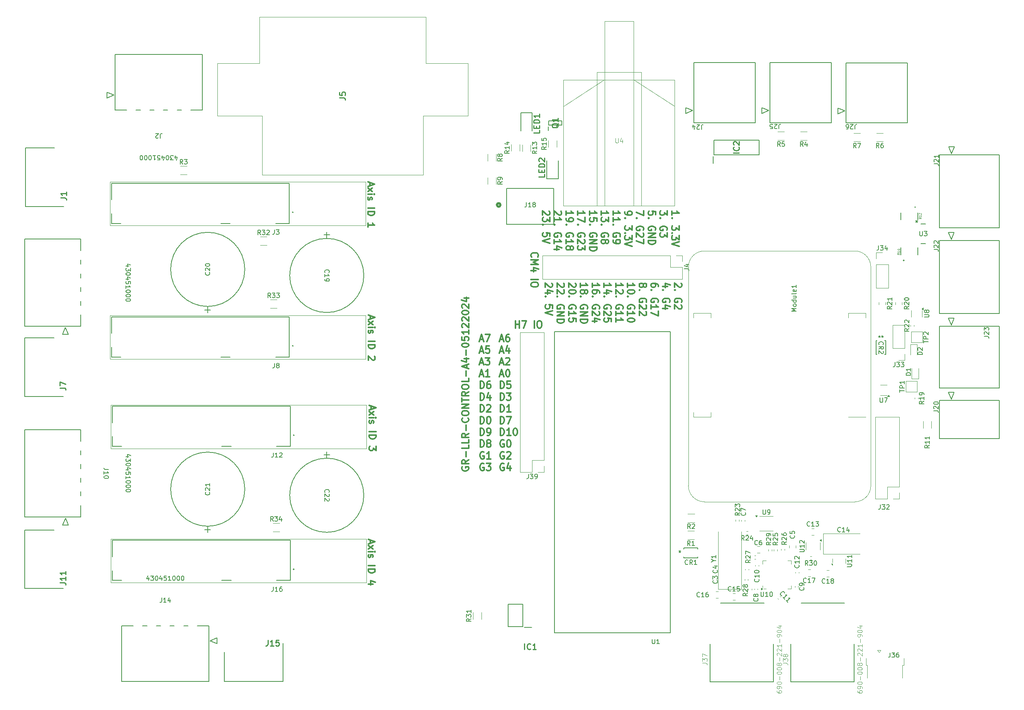
<source format=gbr>
%TF.GenerationSoftware,KiCad,Pcbnew,8.0.2*%
%TF.CreationDate,2024-05-12T20:10:00-06:00*%
%TF.ProjectId,GR-LRR-CONTROL,47522d4c-5252-42d4-934f-4e54524f4c2e,rev?*%
%TF.SameCoordinates,Original*%
%TF.FileFunction,Legend,Top*%
%TF.FilePolarity,Positive*%
%FSLAX46Y46*%
G04 Gerber Fmt 4.6, Leading zero omitted, Abs format (unit mm)*
G04 Created by KiCad (PCBNEW 8.0.2) date 2024-05-12 20:10:00*
%MOMM*%
%LPD*%
G01*
G04 APERTURE LIST*
%ADD10C,0.300000*%
%ADD11C,0.254000*%
%ADD12C,0.150000*%
%ADD13C,0.050000*%
%ADD14C,0.120000*%
%ADD15C,0.100000*%
%ADD16C,0.200000*%
%ADD17C,0.152400*%
%ADD18C,0.508000*%
%ADD19C,0.127000*%
G04 APERTURE END LIST*
D10*
X146272257Y-148559774D02*
X146200828Y-148702632D01*
X146200828Y-148702632D02*
X146200828Y-148916917D01*
X146200828Y-148916917D02*
X146272257Y-149131203D01*
X146272257Y-149131203D02*
X146415114Y-149274060D01*
X146415114Y-149274060D02*
X146557971Y-149345489D01*
X146557971Y-149345489D02*
X146843685Y-149416917D01*
X146843685Y-149416917D02*
X147057971Y-149416917D01*
X147057971Y-149416917D02*
X147343685Y-149345489D01*
X147343685Y-149345489D02*
X147486542Y-149274060D01*
X147486542Y-149274060D02*
X147629400Y-149131203D01*
X147629400Y-149131203D02*
X147700828Y-148916917D01*
X147700828Y-148916917D02*
X147700828Y-148774060D01*
X147700828Y-148774060D02*
X147629400Y-148559774D01*
X147629400Y-148559774D02*
X147557971Y-148488346D01*
X147557971Y-148488346D02*
X147057971Y-148488346D01*
X147057971Y-148488346D02*
X147057971Y-148774060D01*
X147700828Y-146988346D02*
X146986542Y-147488346D01*
X147700828Y-147845489D02*
X146200828Y-147845489D01*
X146200828Y-147845489D02*
X146200828Y-147274060D01*
X146200828Y-147274060D02*
X146272257Y-147131203D01*
X146272257Y-147131203D02*
X146343685Y-147059774D01*
X146343685Y-147059774D02*
X146486542Y-146988346D01*
X146486542Y-146988346D02*
X146700828Y-146988346D01*
X146700828Y-146988346D02*
X146843685Y-147059774D01*
X146843685Y-147059774D02*
X146915114Y-147131203D01*
X146915114Y-147131203D02*
X146986542Y-147274060D01*
X146986542Y-147274060D02*
X146986542Y-147845489D01*
X147129400Y-146345489D02*
X147129400Y-145202632D01*
X147700828Y-143774060D02*
X147700828Y-144488346D01*
X147700828Y-144488346D02*
X146200828Y-144488346D01*
X147700828Y-142559774D02*
X147700828Y-143274060D01*
X147700828Y-143274060D02*
X146200828Y-143274060D01*
X147700828Y-141202631D02*
X146986542Y-141702631D01*
X147700828Y-142059774D02*
X146200828Y-142059774D01*
X146200828Y-142059774D02*
X146200828Y-141488345D01*
X146200828Y-141488345D02*
X146272257Y-141345488D01*
X146272257Y-141345488D02*
X146343685Y-141274059D01*
X146343685Y-141274059D02*
X146486542Y-141202631D01*
X146486542Y-141202631D02*
X146700828Y-141202631D01*
X146700828Y-141202631D02*
X146843685Y-141274059D01*
X146843685Y-141274059D02*
X146915114Y-141345488D01*
X146915114Y-141345488D02*
X146986542Y-141488345D01*
X146986542Y-141488345D02*
X146986542Y-142059774D01*
X147129400Y-140559774D02*
X147129400Y-139416917D01*
X147557971Y-137845488D02*
X147629400Y-137916916D01*
X147629400Y-137916916D02*
X147700828Y-138131202D01*
X147700828Y-138131202D02*
X147700828Y-138274059D01*
X147700828Y-138274059D02*
X147629400Y-138488345D01*
X147629400Y-138488345D02*
X147486542Y-138631202D01*
X147486542Y-138631202D02*
X147343685Y-138702631D01*
X147343685Y-138702631D02*
X147057971Y-138774059D01*
X147057971Y-138774059D02*
X146843685Y-138774059D01*
X146843685Y-138774059D02*
X146557971Y-138702631D01*
X146557971Y-138702631D02*
X146415114Y-138631202D01*
X146415114Y-138631202D02*
X146272257Y-138488345D01*
X146272257Y-138488345D02*
X146200828Y-138274059D01*
X146200828Y-138274059D02*
X146200828Y-138131202D01*
X146200828Y-138131202D02*
X146272257Y-137916916D01*
X146272257Y-137916916D02*
X146343685Y-137845488D01*
X146200828Y-136916916D02*
X146200828Y-136631202D01*
X146200828Y-136631202D02*
X146272257Y-136488345D01*
X146272257Y-136488345D02*
X146415114Y-136345488D01*
X146415114Y-136345488D02*
X146700828Y-136274059D01*
X146700828Y-136274059D02*
X147200828Y-136274059D01*
X147200828Y-136274059D02*
X147486542Y-136345488D01*
X147486542Y-136345488D02*
X147629400Y-136488345D01*
X147629400Y-136488345D02*
X147700828Y-136631202D01*
X147700828Y-136631202D02*
X147700828Y-136916916D01*
X147700828Y-136916916D02*
X147629400Y-137059774D01*
X147629400Y-137059774D02*
X147486542Y-137202631D01*
X147486542Y-137202631D02*
X147200828Y-137274059D01*
X147200828Y-137274059D02*
X146700828Y-137274059D01*
X146700828Y-137274059D02*
X146415114Y-137202631D01*
X146415114Y-137202631D02*
X146272257Y-137059774D01*
X146272257Y-137059774D02*
X146200828Y-136916916D01*
X147700828Y-135631202D02*
X146200828Y-135631202D01*
X146200828Y-135631202D02*
X147700828Y-134774059D01*
X147700828Y-134774059D02*
X146200828Y-134774059D01*
X146200828Y-134274058D02*
X146200828Y-133416916D01*
X147700828Y-133845487D02*
X146200828Y-133845487D01*
X147700828Y-132059773D02*
X146986542Y-132559773D01*
X147700828Y-132916916D02*
X146200828Y-132916916D01*
X146200828Y-132916916D02*
X146200828Y-132345487D01*
X146200828Y-132345487D02*
X146272257Y-132202630D01*
X146272257Y-132202630D02*
X146343685Y-132131201D01*
X146343685Y-132131201D02*
X146486542Y-132059773D01*
X146486542Y-132059773D02*
X146700828Y-132059773D01*
X146700828Y-132059773D02*
X146843685Y-132131201D01*
X146843685Y-132131201D02*
X146915114Y-132202630D01*
X146915114Y-132202630D02*
X146986542Y-132345487D01*
X146986542Y-132345487D02*
X146986542Y-132916916D01*
X146200828Y-131131201D02*
X146200828Y-130845487D01*
X146200828Y-130845487D02*
X146272257Y-130702630D01*
X146272257Y-130702630D02*
X146415114Y-130559773D01*
X146415114Y-130559773D02*
X146700828Y-130488344D01*
X146700828Y-130488344D02*
X147200828Y-130488344D01*
X147200828Y-130488344D02*
X147486542Y-130559773D01*
X147486542Y-130559773D02*
X147629400Y-130702630D01*
X147629400Y-130702630D02*
X147700828Y-130845487D01*
X147700828Y-130845487D02*
X147700828Y-131131201D01*
X147700828Y-131131201D02*
X147629400Y-131274059D01*
X147629400Y-131274059D02*
X147486542Y-131416916D01*
X147486542Y-131416916D02*
X147200828Y-131488344D01*
X147200828Y-131488344D02*
X146700828Y-131488344D01*
X146700828Y-131488344D02*
X146415114Y-131416916D01*
X146415114Y-131416916D02*
X146272257Y-131274059D01*
X146272257Y-131274059D02*
X146200828Y-131131201D01*
X147700828Y-129131201D02*
X147700828Y-129845487D01*
X147700828Y-129845487D02*
X146200828Y-129845487D01*
X147129400Y-128631201D02*
X147129400Y-127488344D01*
X147272257Y-126845486D02*
X147272257Y-126131201D01*
X147700828Y-126988343D02*
X146200828Y-126488343D01*
X146200828Y-126488343D02*
X147700828Y-125988343D01*
X146700828Y-124845487D02*
X147700828Y-124845487D01*
X146129400Y-125202629D02*
X147200828Y-125559772D01*
X147200828Y-125559772D02*
X147200828Y-124631201D01*
X147129400Y-124059773D02*
X147129400Y-122916916D01*
X146200828Y-121916915D02*
X146200828Y-121774058D01*
X146200828Y-121774058D02*
X146272257Y-121631201D01*
X146272257Y-121631201D02*
X146343685Y-121559773D01*
X146343685Y-121559773D02*
X146486542Y-121488344D01*
X146486542Y-121488344D02*
X146772257Y-121416915D01*
X146772257Y-121416915D02*
X147129400Y-121416915D01*
X147129400Y-121416915D02*
X147415114Y-121488344D01*
X147415114Y-121488344D02*
X147557971Y-121559773D01*
X147557971Y-121559773D02*
X147629400Y-121631201D01*
X147629400Y-121631201D02*
X147700828Y-121774058D01*
X147700828Y-121774058D02*
X147700828Y-121916915D01*
X147700828Y-121916915D02*
X147629400Y-122059773D01*
X147629400Y-122059773D02*
X147557971Y-122131201D01*
X147557971Y-122131201D02*
X147415114Y-122202630D01*
X147415114Y-122202630D02*
X147129400Y-122274058D01*
X147129400Y-122274058D02*
X146772257Y-122274058D01*
X146772257Y-122274058D02*
X146486542Y-122202630D01*
X146486542Y-122202630D02*
X146343685Y-122131201D01*
X146343685Y-122131201D02*
X146272257Y-122059773D01*
X146272257Y-122059773D02*
X146200828Y-121916915D01*
X146200828Y-120059773D02*
X146200828Y-120774059D01*
X146200828Y-120774059D02*
X146915114Y-120845487D01*
X146915114Y-120845487D02*
X146843685Y-120774059D01*
X146843685Y-120774059D02*
X146772257Y-120631202D01*
X146772257Y-120631202D02*
X146772257Y-120274059D01*
X146772257Y-120274059D02*
X146843685Y-120131202D01*
X146843685Y-120131202D02*
X146915114Y-120059773D01*
X146915114Y-120059773D02*
X147057971Y-119988344D01*
X147057971Y-119988344D02*
X147415114Y-119988344D01*
X147415114Y-119988344D02*
X147557971Y-120059773D01*
X147557971Y-120059773D02*
X147629400Y-120131202D01*
X147629400Y-120131202D02*
X147700828Y-120274059D01*
X147700828Y-120274059D02*
X147700828Y-120631202D01*
X147700828Y-120631202D02*
X147629400Y-120774059D01*
X147629400Y-120774059D02*
X147557971Y-120845487D01*
X147700828Y-118559773D02*
X147700828Y-119416916D01*
X147700828Y-118988345D02*
X146200828Y-118988345D01*
X146200828Y-118988345D02*
X146415114Y-119131202D01*
X146415114Y-119131202D02*
X146557971Y-119274059D01*
X146557971Y-119274059D02*
X146629400Y-119416916D01*
X146343685Y-117988345D02*
X146272257Y-117916917D01*
X146272257Y-117916917D02*
X146200828Y-117774060D01*
X146200828Y-117774060D02*
X146200828Y-117416917D01*
X146200828Y-117416917D02*
X146272257Y-117274060D01*
X146272257Y-117274060D02*
X146343685Y-117202631D01*
X146343685Y-117202631D02*
X146486542Y-117131202D01*
X146486542Y-117131202D02*
X146629400Y-117131202D01*
X146629400Y-117131202D02*
X146843685Y-117202631D01*
X146843685Y-117202631D02*
X147700828Y-118059774D01*
X147700828Y-118059774D02*
X147700828Y-117131202D01*
X146343685Y-116559774D02*
X146272257Y-116488346D01*
X146272257Y-116488346D02*
X146200828Y-116345489D01*
X146200828Y-116345489D02*
X146200828Y-115988346D01*
X146200828Y-115988346D02*
X146272257Y-115845489D01*
X146272257Y-115845489D02*
X146343685Y-115774060D01*
X146343685Y-115774060D02*
X146486542Y-115702631D01*
X146486542Y-115702631D02*
X146629400Y-115702631D01*
X146629400Y-115702631D02*
X146843685Y-115774060D01*
X146843685Y-115774060D02*
X147700828Y-116631203D01*
X147700828Y-116631203D02*
X147700828Y-115702631D01*
X146200828Y-114774060D02*
X146200828Y-114631203D01*
X146200828Y-114631203D02*
X146272257Y-114488346D01*
X146272257Y-114488346D02*
X146343685Y-114416918D01*
X146343685Y-114416918D02*
X146486542Y-114345489D01*
X146486542Y-114345489D02*
X146772257Y-114274060D01*
X146772257Y-114274060D02*
X147129400Y-114274060D01*
X147129400Y-114274060D02*
X147415114Y-114345489D01*
X147415114Y-114345489D02*
X147557971Y-114416918D01*
X147557971Y-114416918D02*
X147629400Y-114488346D01*
X147629400Y-114488346D02*
X147700828Y-114631203D01*
X147700828Y-114631203D02*
X147700828Y-114774060D01*
X147700828Y-114774060D02*
X147629400Y-114916918D01*
X147629400Y-114916918D02*
X147557971Y-114988346D01*
X147557971Y-114988346D02*
X147415114Y-115059775D01*
X147415114Y-115059775D02*
X147129400Y-115131203D01*
X147129400Y-115131203D02*
X146772257Y-115131203D01*
X146772257Y-115131203D02*
X146486542Y-115059775D01*
X146486542Y-115059775D02*
X146343685Y-114988346D01*
X146343685Y-114988346D02*
X146272257Y-114916918D01*
X146272257Y-114916918D02*
X146200828Y-114774060D01*
X146343685Y-113702632D02*
X146272257Y-113631204D01*
X146272257Y-113631204D02*
X146200828Y-113488347D01*
X146200828Y-113488347D02*
X146200828Y-113131204D01*
X146200828Y-113131204D02*
X146272257Y-112988347D01*
X146272257Y-112988347D02*
X146343685Y-112916918D01*
X146343685Y-112916918D02*
X146486542Y-112845489D01*
X146486542Y-112845489D02*
X146629400Y-112845489D01*
X146629400Y-112845489D02*
X146843685Y-112916918D01*
X146843685Y-112916918D02*
X147700828Y-113774061D01*
X147700828Y-113774061D02*
X147700828Y-112845489D01*
X146700828Y-111559776D02*
X147700828Y-111559776D01*
X146129400Y-111916918D02*
X147200828Y-112274061D01*
X147200828Y-112274061D02*
X147200828Y-111345490D01*
X161563790Y-102511653D02*
X161487600Y-102440225D01*
X161487600Y-102440225D02*
X161411409Y-102225939D01*
X161411409Y-102225939D02*
X161411409Y-102083082D01*
X161411409Y-102083082D02*
X161487600Y-101868796D01*
X161487600Y-101868796D02*
X161639980Y-101725939D01*
X161639980Y-101725939D02*
X161792361Y-101654510D01*
X161792361Y-101654510D02*
X162097123Y-101583082D01*
X162097123Y-101583082D02*
X162325695Y-101583082D01*
X162325695Y-101583082D02*
X162630457Y-101654510D01*
X162630457Y-101654510D02*
X162782838Y-101725939D01*
X162782838Y-101725939D02*
X162935219Y-101868796D01*
X162935219Y-101868796D02*
X163011409Y-102083082D01*
X163011409Y-102083082D02*
X163011409Y-102225939D01*
X163011409Y-102225939D02*
X162935219Y-102440225D01*
X162935219Y-102440225D02*
X162859028Y-102511653D01*
X161411409Y-103154510D02*
X163011409Y-103154510D01*
X163011409Y-103154510D02*
X161868552Y-103654510D01*
X161868552Y-103654510D02*
X163011409Y-104154510D01*
X163011409Y-104154510D02*
X161411409Y-104154510D01*
X162478076Y-105511654D02*
X161411409Y-105511654D01*
X163087600Y-105154511D02*
X161944742Y-104797368D01*
X161944742Y-104797368D02*
X161944742Y-105725939D01*
X161411409Y-107440224D02*
X163011409Y-107440224D01*
X163011409Y-108440225D02*
X163011409Y-108725939D01*
X163011409Y-108725939D02*
X162935219Y-108868796D01*
X162935219Y-108868796D02*
X162782838Y-109011653D01*
X162782838Y-109011653D02*
X162478076Y-109083082D01*
X162478076Y-109083082D02*
X161944742Y-109083082D01*
X161944742Y-109083082D02*
X161639980Y-109011653D01*
X161639980Y-109011653D02*
X161487600Y-108868796D01*
X161487600Y-108868796D02*
X161411409Y-108725939D01*
X161411409Y-108725939D02*
X161411409Y-108440225D01*
X161411409Y-108440225D02*
X161487600Y-108297368D01*
X161487600Y-108297368D02*
X161639980Y-108154510D01*
X161639980Y-108154510D02*
X161944742Y-108083082D01*
X161944742Y-108083082D02*
X162478076Y-108083082D01*
X162478076Y-108083082D02*
X162782838Y-108154510D01*
X162782838Y-108154510D02*
X162935219Y-108297368D01*
X162935219Y-108297368D02*
X163011409Y-108440225D01*
X157954510Y-118088590D02*
X157954510Y-116488590D01*
X157954510Y-117250495D02*
X158811653Y-117250495D01*
X158811653Y-118088590D02*
X158811653Y-116488590D01*
X159383082Y-116488590D02*
X160383082Y-116488590D01*
X160383082Y-116488590D02*
X159740225Y-118088590D01*
X162097367Y-118088590D02*
X162097367Y-116488590D01*
X163097368Y-116488590D02*
X163383082Y-116488590D01*
X163383082Y-116488590D02*
X163525939Y-116564780D01*
X163525939Y-116564780D02*
X163668796Y-116717161D01*
X163668796Y-116717161D02*
X163740225Y-117021923D01*
X163740225Y-117021923D02*
X163740225Y-117555257D01*
X163740225Y-117555257D02*
X163668796Y-117860019D01*
X163668796Y-117860019D02*
X163525939Y-118012400D01*
X163525939Y-118012400D02*
X163383082Y-118088590D01*
X163383082Y-118088590D02*
X163097368Y-118088590D01*
X163097368Y-118088590D02*
X162954511Y-118012400D01*
X162954511Y-118012400D02*
X162811653Y-117860019D01*
X162811653Y-117860019D02*
X162740225Y-117555257D01*
X162740225Y-117555257D02*
X162740225Y-117021923D01*
X162740225Y-117021923D02*
X162811653Y-116717161D01*
X162811653Y-116717161D02*
X162954511Y-116564780D01*
X162954511Y-116564780D02*
X163097368Y-116488590D01*
X154583082Y-120596437D02*
X155297368Y-120596437D01*
X154440225Y-121053580D02*
X154940225Y-119453580D01*
X154940225Y-119453580D02*
X155440225Y-121053580D01*
X156583082Y-119453580D02*
X156297367Y-119453580D01*
X156297367Y-119453580D02*
X156154510Y-119529770D01*
X156154510Y-119529770D02*
X156083082Y-119605961D01*
X156083082Y-119605961D02*
X155940224Y-119834532D01*
X155940224Y-119834532D02*
X155868796Y-120139294D01*
X155868796Y-120139294D02*
X155868796Y-120748818D01*
X155868796Y-120748818D02*
X155940224Y-120901199D01*
X155940224Y-120901199D02*
X156011653Y-120977390D01*
X156011653Y-120977390D02*
X156154510Y-121053580D01*
X156154510Y-121053580D02*
X156440224Y-121053580D01*
X156440224Y-121053580D02*
X156583082Y-120977390D01*
X156583082Y-120977390D02*
X156654510Y-120901199D01*
X156654510Y-120901199D02*
X156725939Y-120748818D01*
X156725939Y-120748818D02*
X156725939Y-120367866D01*
X156725939Y-120367866D02*
X156654510Y-120215485D01*
X156654510Y-120215485D02*
X156583082Y-120139294D01*
X156583082Y-120139294D02*
X156440224Y-120063104D01*
X156440224Y-120063104D02*
X156154510Y-120063104D01*
X156154510Y-120063104D02*
X156011653Y-120139294D01*
X156011653Y-120139294D02*
X155940224Y-120215485D01*
X155940224Y-120215485D02*
X155868796Y-120367866D01*
X154583082Y-123172347D02*
X155297368Y-123172347D01*
X154440225Y-123629490D02*
X154940225Y-122029490D01*
X154940225Y-122029490D02*
X155440225Y-123629490D01*
X156583082Y-122562823D02*
X156583082Y-123629490D01*
X156225939Y-121953300D02*
X155868796Y-123096157D01*
X155868796Y-123096157D02*
X156797367Y-123096157D01*
X154583082Y-125748257D02*
X155297368Y-125748257D01*
X154440225Y-126205400D02*
X154940225Y-124605400D01*
X154940225Y-124605400D02*
X155440225Y-126205400D01*
X155868796Y-124757781D02*
X155940224Y-124681590D01*
X155940224Y-124681590D02*
X156083082Y-124605400D01*
X156083082Y-124605400D02*
X156440224Y-124605400D01*
X156440224Y-124605400D02*
X156583082Y-124681590D01*
X156583082Y-124681590D02*
X156654510Y-124757781D01*
X156654510Y-124757781D02*
X156725939Y-124910162D01*
X156725939Y-124910162D02*
X156725939Y-125062543D01*
X156725939Y-125062543D02*
X156654510Y-125291114D01*
X156654510Y-125291114D02*
X155797367Y-126205400D01*
X155797367Y-126205400D02*
X156725939Y-126205400D01*
X154583082Y-128324167D02*
X155297368Y-128324167D01*
X154440225Y-128781310D02*
X154940225Y-127181310D01*
X154940225Y-127181310D02*
X155440225Y-128781310D01*
X156225939Y-127181310D02*
X156368796Y-127181310D01*
X156368796Y-127181310D02*
X156511653Y-127257500D01*
X156511653Y-127257500D02*
X156583082Y-127333691D01*
X156583082Y-127333691D02*
X156654510Y-127486072D01*
X156654510Y-127486072D02*
X156725939Y-127790834D01*
X156725939Y-127790834D02*
X156725939Y-128171786D01*
X156725939Y-128171786D02*
X156654510Y-128476548D01*
X156654510Y-128476548D02*
X156583082Y-128628929D01*
X156583082Y-128628929D02*
X156511653Y-128705120D01*
X156511653Y-128705120D02*
X156368796Y-128781310D01*
X156368796Y-128781310D02*
X156225939Y-128781310D01*
X156225939Y-128781310D02*
X156083082Y-128705120D01*
X156083082Y-128705120D02*
X156011653Y-128628929D01*
X156011653Y-128628929D02*
X155940224Y-128476548D01*
X155940224Y-128476548D02*
X155868796Y-128171786D01*
X155868796Y-128171786D02*
X155868796Y-127790834D01*
X155868796Y-127790834D02*
X155940224Y-127486072D01*
X155940224Y-127486072D02*
X156011653Y-127333691D01*
X156011653Y-127333691D02*
X156083082Y-127257500D01*
X156083082Y-127257500D02*
X156225939Y-127181310D01*
X154654510Y-131357220D02*
X154654510Y-129757220D01*
X154654510Y-129757220D02*
X155011653Y-129757220D01*
X155011653Y-129757220D02*
X155225939Y-129833410D01*
X155225939Y-129833410D02*
X155368796Y-129985791D01*
X155368796Y-129985791D02*
X155440225Y-130138172D01*
X155440225Y-130138172D02*
X155511653Y-130442934D01*
X155511653Y-130442934D02*
X155511653Y-130671506D01*
X155511653Y-130671506D02*
X155440225Y-130976268D01*
X155440225Y-130976268D02*
X155368796Y-131128649D01*
X155368796Y-131128649D02*
X155225939Y-131281030D01*
X155225939Y-131281030D02*
X155011653Y-131357220D01*
X155011653Y-131357220D02*
X154654510Y-131357220D01*
X156868796Y-129757220D02*
X156154510Y-129757220D01*
X156154510Y-129757220D02*
X156083082Y-130519125D01*
X156083082Y-130519125D02*
X156154510Y-130442934D01*
X156154510Y-130442934D02*
X156297368Y-130366744D01*
X156297368Y-130366744D02*
X156654510Y-130366744D01*
X156654510Y-130366744D02*
X156797368Y-130442934D01*
X156797368Y-130442934D02*
X156868796Y-130519125D01*
X156868796Y-130519125D02*
X156940225Y-130671506D01*
X156940225Y-130671506D02*
X156940225Y-131052458D01*
X156940225Y-131052458D02*
X156868796Y-131204839D01*
X156868796Y-131204839D02*
X156797368Y-131281030D01*
X156797368Y-131281030D02*
X156654510Y-131357220D01*
X156654510Y-131357220D02*
X156297368Y-131357220D01*
X156297368Y-131357220D02*
X156154510Y-131281030D01*
X156154510Y-131281030D02*
X156083082Y-131204839D01*
X154654510Y-133933130D02*
X154654510Y-132333130D01*
X154654510Y-132333130D02*
X155011653Y-132333130D01*
X155011653Y-132333130D02*
X155225939Y-132409320D01*
X155225939Y-132409320D02*
X155368796Y-132561701D01*
X155368796Y-132561701D02*
X155440225Y-132714082D01*
X155440225Y-132714082D02*
X155511653Y-133018844D01*
X155511653Y-133018844D02*
X155511653Y-133247416D01*
X155511653Y-133247416D02*
X155440225Y-133552178D01*
X155440225Y-133552178D02*
X155368796Y-133704559D01*
X155368796Y-133704559D02*
X155225939Y-133856940D01*
X155225939Y-133856940D02*
X155011653Y-133933130D01*
X155011653Y-133933130D02*
X154654510Y-133933130D01*
X156011653Y-132333130D02*
X156940225Y-132333130D01*
X156940225Y-132333130D02*
X156440225Y-132942654D01*
X156440225Y-132942654D02*
X156654510Y-132942654D01*
X156654510Y-132942654D02*
X156797368Y-133018844D01*
X156797368Y-133018844D02*
X156868796Y-133095035D01*
X156868796Y-133095035D02*
X156940225Y-133247416D01*
X156940225Y-133247416D02*
X156940225Y-133628368D01*
X156940225Y-133628368D02*
X156868796Y-133780749D01*
X156868796Y-133780749D02*
X156797368Y-133856940D01*
X156797368Y-133856940D02*
X156654510Y-133933130D01*
X156654510Y-133933130D02*
X156225939Y-133933130D01*
X156225939Y-133933130D02*
X156083082Y-133856940D01*
X156083082Y-133856940D02*
X156011653Y-133780749D01*
X154654510Y-136509040D02*
X154654510Y-134909040D01*
X154654510Y-134909040D02*
X155011653Y-134909040D01*
X155011653Y-134909040D02*
X155225939Y-134985230D01*
X155225939Y-134985230D02*
X155368796Y-135137611D01*
X155368796Y-135137611D02*
X155440225Y-135289992D01*
X155440225Y-135289992D02*
X155511653Y-135594754D01*
X155511653Y-135594754D02*
X155511653Y-135823326D01*
X155511653Y-135823326D02*
X155440225Y-136128088D01*
X155440225Y-136128088D02*
X155368796Y-136280469D01*
X155368796Y-136280469D02*
X155225939Y-136432850D01*
X155225939Y-136432850D02*
X155011653Y-136509040D01*
X155011653Y-136509040D02*
X154654510Y-136509040D01*
X156940225Y-136509040D02*
X156083082Y-136509040D01*
X156511653Y-136509040D02*
X156511653Y-134909040D01*
X156511653Y-134909040D02*
X156368796Y-135137611D01*
X156368796Y-135137611D02*
X156225939Y-135289992D01*
X156225939Y-135289992D02*
X156083082Y-135366183D01*
X154654510Y-139084950D02*
X154654510Y-137484950D01*
X154654510Y-137484950D02*
X155011653Y-137484950D01*
X155011653Y-137484950D02*
X155225939Y-137561140D01*
X155225939Y-137561140D02*
X155368796Y-137713521D01*
X155368796Y-137713521D02*
X155440225Y-137865902D01*
X155440225Y-137865902D02*
X155511653Y-138170664D01*
X155511653Y-138170664D02*
X155511653Y-138399236D01*
X155511653Y-138399236D02*
X155440225Y-138703998D01*
X155440225Y-138703998D02*
X155368796Y-138856379D01*
X155368796Y-138856379D02*
X155225939Y-139008760D01*
X155225939Y-139008760D02*
X155011653Y-139084950D01*
X155011653Y-139084950D02*
X154654510Y-139084950D01*
X156011653Y-137484950D02*
X157011653Y-137484950D01*
X157011653Y-137484950D02*
X156368796Y-139084950D01*
X154654510Y-141660860D02*
X154654510Y-140060860D01*
X154654510Y-140060860D02*
X155011653Y-140060860D01*
X155011653Y-140060860D02*
X155225939Y-140137050D01*
X155225939Y-140137050D02*
X155368796Y-140289431D01*
X155368796Y-140289431D02*
X155440225Y-140441812D01*
X155440225Y-140441812D02*
X155511653Y-140746574D01*
X155511653Y-140746574D02*
X155511653Y-140975146D01*
X155511653Y-140975146D02*
X155440225Y-141279908D01*
X155440225Y-141279908D02*
X155368796Y-141432289D01*
X155368796Y-141432289D02*
X155225939Y-141584670D01*
X155225939Y-141584670D02*
X155011653Y-141660860D01*
X155011653Y-141660860D02*
X154654510Y-141660860D01*
X156940225Y-141660860D02*
X156083082Y-141660860D01*
X156511653Y-141660860D02*
X156511653Y-140060860D01*
X156511653Y-140060860D02*
X156368796Y-140289431D01*
X156368796Y-140289431D02*
X156225939Y-140441812D01*
X156225939Y-140441812D02*
X156083082Y-140518003D01*
X157868796Y-140060860D02*
X158011653Y-140060860D01*
X158011653Y-140060860D02*
X158154510Y-140137050D01*
X158154510Y-140137050D02*
X158225939Y-140213241D01*
X158225939Y-140213241D02*
X158297367Y-140365622D01*
X158297367Y-140365622D02*
X158368796Y-140670384D01*
X158368796Y-140670384D02*
X158368796Y-141051336D01*
X158368796Y-141051336D02*
X158297367Y-141356098D01*
X158297367Y-141356098D02*
X158225939Y-141508479D01*
X158225939Y-141508479D02*
X158154510Y-141584670D01*
X158154510Y-141584670D02*
X158011653Y-141660860D01*
X158011653Y-141660860D02*
X157868796Y-141660860D01*
X157868796Y-141660860D02*
X157725939Y-141584670D01*
X157725939Y-141584670D02*
X157654510Y-141508479D01*
X157654510Y-141508479D02*
X157583081Y-141356098D01*
X157583081Y-141356098D02*
X157511653Y-141051336D01*
X157511653Y-141051336D02*
X157511653Y-140670384D01*
X157511653Y-140670384D02*
X157583081Y-140365622D01*
X157583081Y-140365622D02*
X157654510Y-140213241D01*
X157654510Y-140213241D02*
X157725939Y-140137050D01*
X157725939Y-140137050D02*
X157868796Y-140060860D01*
X155440225Y-142712960D02*
X155297368Y-142636770D01*
X155297368Y-142636770D02*
X155083082Y-142636770D01*
X155083082Y-142636770D02*
X154868796Y-142712960D01*
X154868796Y-142712960D02*
X154725939Y-142865341D01*
X154725939Y-142865341D02*
X154654510Y-143017722D01*
X154654510Y-143017722D02*
X154583082Y-143322484D01*
X154583082Y-143322484D02*
X154583082Y-143551056D01*
X154583082Y-143551056D02*
X154654510Y-143855818D01*
X154654510Y-143855818D02*
X154725939Y-144008199D01*
X154725939Y-144008199D02*
X154868796Y-144160580D01*
X154868796Y-144160580D02*
X155083082Y-144236770D01*
X155083082Y-144236770D02*
X155225939Y-144236770D01*
X155225939Y-144236770D02*
X155440225Y-144160580D01*
X155440225Y-144160580D02*
X155511653Y-144084389D01*
X155511653Y-144084389D02*
X155511653Y-143551056D01*
X155511653Y-143551056D02*
X155225939Y-143551056D01*
X156440225Y-142636770D02*
X156583082Y-142636770D01*
X156583082Y-142636770D02*
X156725939Y-142712960D01*
X156725939Y-142712960D02*
X156797368Y-142789151D01*
X156797368Y-142789151D02*
X156868796Y-142941532D01*
X156868796Y-142941532D02*
X156940225Y-143246294D01*
X156940225Y-143246294D02*
X156940225Y-143627246D01*
X156940225Y-143627246D02*
X156868796Y-143932008D01*
X156868796Y-143932008D02*
X156797368Y-144084389D01*
X156797368Y-144084389D02*
X156725939Y-144160580D01*
X156725939Y-144160580D02*
X156583082Y-144236770D01*
X156583082Y-144236770D02*
X156440225Y-144236770D01*
X156440225Y-144236770D02*
X156297368Y-144160580D01*
X156297368Y-144160580D02*
X156225939Y-144084389D01*
X156225939Y-144084389D02*
X156154510Y-143932008D01*
X156154510Y-143932008D02*
X156083082Y-143627246D01*
X156083082Y-143627246D02*
X156083082Y-143246294D01*
X156083082Y-143246294D02*
X156154510Y-142941532D01*
X156154510Y-142941532D02*
X156225939Y-142789151D01*
X156225939Y-142789151D02*
X156297368Y-142712960D01*
X156297368Y-142712960D02*
X156440225Y-142636770D01*
X155440225Y-145288870D02*
X155297368Y-145212680D01*
X155297368Y-145212680D02*
X155083082Y-145212680D01*
X155083082Y-145212680D02*
X154868796Y-145288870D01*
X154868796Y-145288870D02*
X154725939Y-145441251D01*
X154725939Y-145441251D02*
X154654510Y-145593632D01*
X154654510Y-145593632D02*
X154583082Y-145898394D01*
X154583082Y-145898394D02*
X154583082Y-146126966D01*
X154583082Y-146126966D02*
X154654510Y-146431728D01*
X154654510Y-146431728D02*
X154725939Y-146584109D01*
X154725939Y-146584109D02*
X154868796Y-146736490D01*
X154868796Y-146736490D02*
X155083082Y-146812680D01*
X155083082Y-146812680D02*
X155225939Y-146812680D01*
X155225939Y-146812680D02*
X155440225Y-146736490D01*
X155440225Y-146736490D02*
X155511653Y-146660299D01*
X155511653Y-146660299D02*
X155511653Y-146126966D01*
X155511653Y-146126966D02*
X155225939Y-146126966D01*
X156083082Y-145365061D02*
X156154510Y-145288870D01*
X156154510Y-145288870D02*
X156297368Y-145212680D01*
X156297368Y-145212680D02*
X156654510Y-145212680D01*
X156654510Y-145212680D02*
X156797368Y-145288870D01*
X156797368Y-145288870D02*
X156868796Y-145365061D01*
X156868796Y-145365061D02*
X156940225Y-145517442D01*
X156940225Y-145517442D02*
X156940225Y-145669823D01*
X156940225Y-145669823D02*
X156868796Y-145898394D01*
X156868796Y-145898394D02*
X156011653Y-146812680D01*
X156011653Y-146812680D02*
X156940225Y-146812680D01*
X155440225Y-147864780D02*
X155297368Y-147788590D01*
X155297368Y-147788590D02*
X155083082Y-147788590D01*
X155083082Y-147788590D02*
X154868796Y-147864780D01*
X154868796Y-147864780D02*
X154725939Y-148017161D01*
X154725939Y-148017161D02*
X154654510Y-148169542D01*
X154654510Y-148169542D02*
X154583082Y-148474304D01*
X154583082Y-148474304D02*
X154583082Y-148702876D01*
X154583082Y-148702876D02*
X154654510Y-149007638D01*
X154654510Y-149007638D02*
X154725939Y-149160019D01*
X154725939Y-149160019D02*
X154868796Y-149312400D01*
X154868796Y-149312400D02*
X155083082Y-149388590D01*
X155083082Y-149388590D02*
X155225939Y-149388590D01*
X155225939Y-149388590D02*
X155440225Y-149312400D01*
X155440225Y-149312400D02*
X155511653Y-149236209D01*
X155511653Y-149236209D02*
X155511653Y-148702876D01*
X155511653Y-148702876D02*
X155225939Y-148702876D01*
X156797368Y-148321923D02*
X156797368Y-149388590D01*
X156440225Y-147712400D02*
X156083082Y-148855257D01*
X156083082Y-148855257D02*
X157011653Y-148855257D01*
X126127742Y-115383082D02*
X126127742Y-116097368D01*
X125699171Y-115240225D02*
X127199171Y-115740225D01*
X127199171Y-115740225D02*
X125699171Y-116240225D01*
X125699171Y-116597367D02*
X126699171Y-117383082D01*
X126699171Y-116597367D02*
X125699171Y-117383082D01*
X125699171Y-117954510D02*
X126699171Y-117954510D01*
X127199171Y-117954510D02*
X127127742Y-117883082D01*
X127127742Y-117883082D02*
X127056314Y-117954510D01*
X127056314Y-117954510D02*
X127127742Y-118025939D01*
X127127742Y-118025939D02*
X127199171Y-117954510D01*
X127199171Y-117954510D02*
X127056314Y-117954510D01*
X125770600Y-118597368D02*
X125699171Y-118740225D01*
X125699171Y-118740225D02*
X125699171Y-119025939D01*
X125699171Y-119025939D02*
X125770600Y-119168796D01*
X125770600Y-119168796D02*
X125913457Y-119240225D01*
X125913457Y-119240225D02*
X125984885Y-119240225D01*
X125984885Y-119240225D02*
X126127742Y-119168796D01*
X126127742Y-119168796D02*
X126199171Y-119025939D01*
X126199171Y-119025939D02*
X126199171Y-118811654D01*
X126199171Y-118811654D02*
X126270600Y-118668796D01*
X126270600Y-118668796D02*
X126413457Y-118597368D01*
X126413457Y-118597368D02*
X126484885Y-118597368D01*
X126484885Y-118597368D02*
X126627742Y-118668796D01*
X126627742Y-118668796D02*
X126699171Y-118811654D01*
X126699171Y-118811654D02*
X126699171Y-119025939D01*
X126699171Y-119025939D02*
X126627742Y-119168796D01*
X125699171Y-121025939D02*
X127199171Y-121025939D01*
X125699171Y-121740225D02*
X127199171Y-121740225D01*
X127199171Y-121740225D02*
X127199171Y-122097368D01*
X127199171Y-122097368D02*
X127127742Y-122311654D01*
X127127742Y-122311654D02*
X126984885Y-122454511D01*
X126984885Y-122454511D02*
X126842028Y-122525940D01*
X126842028Y-122525940D02*
X126556314Y-122597368D01*
X126556314Y-122597368D02*
X126342028Y-122597368D01*
X126342028Y-122597368D02*
X126056314Y-122525940D01*
X126056314Y-122525940D02*
X125913457Y-122454511D01*
X125913457Y-122454511D02*
X125770600Y-122311654D01*
X125770600Y-122311654D02*
X125699171Y-122097368D01*
X125699171Y-122097368D02*
X125699171Y-121740225D01*
X127056314Y-124311654D02*
X127127742Y-124383082D01*
X127127742Y-124383082D02*
X127199171Y-124525940D01*
X127199171Y-124525940D02*
X127199171Y-124883082D01*
X127199171Y-124883082D02*
X127127742Y-125025940D01*
X127127742Y-125025940D02*
X127056314Y-125097368D01*
X127056314Y-125097368D02*
X126913457Y-125168797D01*
X126913457Y-125168797D02*
X126770600Y-125168797D01*
X126770600Y-125168797D02*
X126556314Y-125097368D01*
X126556314Y-125097368D02*
X125699171Y-124240225D01*
X125699171Y-124240225D02*
X125699171Y-125168797D01*
X126127742Y-164583082D02*
X126127742Y-165297368D01*
X125699171Y-164440225D02*
X127199171Y-164940225D01*
X127199171Y-164940225D02*
X125699171Y-165440225D01*
X125699171Y-165797367D02*
X126699171Y-166583082D01*
X126699171Y-165797367D02*
X125699171Y-166583082D01*
X125699171Y-167154510D02*
X126699171Y-167154510D01*
X127199171Y-167154510D02*
X127127742Y-167083082D01*
X127127742Y-167083082D02*
X127056314Y-167154510D01*
X127056314Y-167154510D02*
X127127742Y-167225939D01*
X127127742Y-167225939D02*
X127199171Y-167154510D01*
X127199171Y-167154510D02*
X127056314Y-167154510D01*
X125770600Y-167797368D02*
X125699171Y-167940225D01*
X125699171Y-167940225D02*
X125699171Y-168225939D01*
X125699171Y-168225939D02*
X125770600Y-168368796D01*
X125770600Y-168368796D02*
X125913457Y-168440225D01*
X125913457Y-168440225D02*
X125984885Y-168440225D01*
X125984885Y-168440225D02*
X126127742Y-168368796D01*
X126127742Y-168368796D02*
X126199171Y-168225939D01*
X126199171Y-168225939D02*
X126199171Y-168011654D01*
X126199171Y-168011654D02*
X126270600Y-167868796D01*
X126270600Y-167868796D02*
X126413457Y-167797368D01*
X126413457Y-167797368D02*
X126484885Y-167797368D01*
X126484885Y-167797368D02*
X126627742Y-167868796D01*
X126627742Y-167868796D02*
X126699171Y-168011654D01*
X126699171Y-168011654D02*
X126699171Y-168225939D01*
X126699171Y-168225939D02*
X126627742Y-168368796D01*
X125699171Y-170225939D02*
X127199171Y-170225939D01*
X125699171Y-170940225D02*
X127199171Y-170940225D01*
X127199171Y-170940225D02*
X127199171Y-171297368D01*
X127199171Y-171297368D02*
X127127742Y-171511654D01*
X127127742Y-171511654D02*
X126984885Y-171654511D01*
X126984885Y-171654511D02*
X126842028Y-171725940D01*
X126842028Y-171725940D02*
X126556314Y-171797368D01*
X126556314Y-171797368D02*
X126342028Y-171797368D01*
X126342028Y-171797368D02*
X126056314Y-171725940D01*
X126056314Y-171725940D02*
X125913457Y-171654511D01*
X125913457Y-171654511D02*
X125770600Y-171511654D01*
X125770600Y-171511654D02*
X125699171Y-171297368D01*
X125699171Y-171297368D02*
X125699171Y-170940225D01*
X126699171Y-174225940D02*
X125699171Y-174225940D01*
X127270600Y-173868797D02*
X126199171Y-173511654D01*
X126199171Y-173511654D02*
X126199171Y-174440225D01*
X126027742Y-86183082D02*
X126027742Y-86897368D01*
X125599171Y-86040225D02*
X127099171Y-86540225D01*
X127099171Y-86540225D02*
X125599171Y-87040225D01*
X125599171Y-87397367D02*
X126599171Y-88183082D01*
X126599171Y-87397367D02*
X125599171Y-88183082D01*
X125599171Y-88754510D02*
X126599171Y-88754510D01*
X127099171Y-88754510D02*
X127027742Y-88683082D01*
X127027742Y-88683082D02*
X126956314Y-88754510D01*
X126956314Y-88754510D02*
X127027742Y-88825939D01*
X127027742Y-88825939D02*
X127099171Y-88754510D01*
X127099171Y-88754510D02*
X126956314Y-88754510D01*
X125670600Y-89397368D02*
X125599171Y-89540225D01*
X125599171Y-89540225D02*
X125599171Y-89825939D01*
X125599171Y-89825939D02*
X125670600Y-89968796D01*
X125670600Y-89968796D02*
X125813457Y-90040225D01*
X125813457Y-90040225D02*
X125884885Y-90040225D01*
X125884885Y-90040225D02*
X126027742Y-89968796D01*
X126027742Y-89968796D02*
X126099171Y-89825939D01*
X126099171Y-89825939D02*
X126099171Y-89611654D01*
X126099171Y-89611654D02*
X126170600Y-89468796D01*
X126170600Y-89468796D02*
X126313457Y-89397368D01*
X126313457Y-89397368D02*
X126384885Y-89397368D01*
X126384885Y-89397368D02*
X126527742Y-89468796D01*
X126527742Y-89468796D02*
X126599171Y-89611654D01*
X126599171Y-89611654D02*
X126599171Y-89825939D01*
X126599171Y-89825939D02*
X126527742Y-89968796D01*
X125599171Y-91825939D02*
X127099171Y-91825939D01*
X125599171Y-92540225D02*
X127099171Y-92540225D01*
X127099171Y-92540225D02*
X127099171Y-92897368D01*
X127099171Y-92897368D02*
X127027742Y-93111654D01*
X127027742Y-93111654D02*
X126884885Y-93254511D01*
X126884885Y-93254511D02*
X126742028Y-93325940D01*
X126742028Y-93325940D02*
X126456314Y-93397368D01*
X126456314Y-93397368D02*
X126242028Y-93397368D01*
X126242028Y-93397368D02*
X125956314Y-93325940D01*
X125956314Y-93325940D02*
X125813457Y-93254511D01*
X125813457Y-93254511D02*
X125670600Y-93111654D01*
X125670600Y-93111654D02*
X125599171Y-92897368D01*
X125599171Y-92897368D02*
X125599171Y-92540225D01*
X125599171Y-95968797D02*
X125599171Y-95111654D01*
X125599171Y-95540225D02*
X127099171Y-95540225D01*
X127099171Y-95540225D02*
X126884885Y-95397368D01*
X126884885Y-95397368D02*
X126742028Y-95254511D01*
X126742028Y-95254511D02*
X126670600Y-95111654D01*
X194294038Y-108283082D02*
X194370229Y-108354510D01*
X194370229Y-108354510D02*
X194446419Y-108497368D01*
X194446419Y-108497368D02*
X194446419Y-108854510D01*
X194446419Y-108854510D02*
X194370229Y-108997368D01*
X194370229Y-108997368D02*
X194294038Y-109068796D01*
X194294038Y-109068796D02*
X194141657Y-109140225D01*
X194141657Y-109140225D02*
X193989276Y-109140225D01*
X193989276Y-109140225D02*
X193760705Y-109068796D01*
X193760705Y-109068796D02*
X192846419Y-108211653D01*
X192846419Y-108211653D02*
X192846419Y-109140225D01*
X192998800Y-109783081D02*
X192922610Y-109854510D01*
X192922610Y-109854510D02*
X192846419Y-109783081D01*
X192846419Y-109783081D02*
X192922610Y-109711653D01*
X192922610Y-109711653D02*
X192998800Y-109783081D01*
X192998800Y-109783081D02*
X192846419Y-109783081D01*
X194370229Y-112425939D02*
X194446419Y-112283082D01*
X194446419Y-112283082D02*
X194446419Y-112068796D01*
X194446419Y-112068796D02*
X194370229Y-111854510D01*
X194370229Y-111854510D02*
X194217848Y-111711653D01*
X194217848Y-111711653D02*
X194065467Y-111640224D01*
X194065467Y-111640224D02*
X193760705Y-111568796D01*
X193760705Y-111568796D02*
X193532133Y-111568796D01*
X193532133Y-111568796D02*
X193227371Y-111640224D01*
X193227371Y-111640224D02*
X193074990Y-111711653D01*
X193074990Y-111711653D02*
X192922610Y-111854510D01*
X192922610Y-111854510D02*
X192846419Y-112068796D01*
X192846419Y-112068796D02*
X192846419Y-112211653D01*
X192846419Y-112211653D02*
X192922610Y-112425939D01*
X192922610Y-112425939D02*
X192998800Y-112497367D01*
X192998800Y-112497367D02*
X193532133Y-112497367D01*
X193532133Y-112497367D02*
X193532133Y-112211653D01*
X194294038Y-113068796D02*
X194370229Y-113140224D01*
X194370229Y-113140224D02*
X194446419Y-113283082D01*
X194446419Y-113283082D02*
X194446419Y-113640224D01*
X194446419Y-113640224D02*
X194370229Y-113783082D01*
X194370229Y-113783082D02*
X194294038Y-113854510D01*
X194294038Y-113854510D02*
X194141657Y-113925939D01*
X194141657Y-113925939D02*
X193989276Y-113925939D01*
X193989276Y-113925939D02*
X193760705Y-113854510D01*
X193760705Y-113854510D02*
X192846419Y-112997367D01*
X192846419Y-112997367D02*
X192846419Y-113925939D01*
X191337176Y-108997368D02*
X190270509Y-108997368D01*
X191946700Y-108640225D02*
X190803842Y-108283082D01*
X190803842Y-108283082D02*
X190803842Y-109211653D01*
X190422890Y-109783081D02*
X190346700Y-109854510D01*
X190346700Y-109854510D02*
X190270509Y-109783081D01*
X190270509Y-109783081D02*
X190346700Y-109711653D01*
X190346700Y-109711653D02*
X190422890Y-109783081D01*
X190422890Y-109783081D02*
X190270509Y-109783081D01*
X191794319Y-112425939D02*
X191870509Y-112283082D01*
X191870509Y-112283082D02*
X191870509Y-112068796D01*
X191870509Y-112068796D02*
X191794319Y-111854510D01*
X191794319Y-111854510D02*
X191641938Y-111711653D01*
X191641938Y-111711653D02*
X191489557Y-111640224D01*
X191489557Y-111640224D02*
X191184795Y-111568796D01*
X191184795Y-111568796D02*
X190956223Y-111568796D01*
X190956223Y-111568796D02*
X190651461Y-111640224D01*
X190651461Y-111640224D02*
X190499080Y-111711653D01*
X190499080Y-111711653D02*
X190346700Y-111854510D01*
X190346700Y-111854510D02*
X190270509Y-112068796D01*
X190270509Y-112068796D02*
X190270509Y-112211653D01*
X190270509Y-112211653D02*
X190346700Y-112425939D01*
X190346700Y-112425939D02*
X190422890Y-112497367D01*
X190422890Y-112497367D02*
X190956223Y-112497367D01*
X190956223Y-112497367D02*
X190956223Y-112211653D01*
X191337176Y-113783082D02*
X190270509Y-113783082D01*
X191946700Y-113425939D02*
X190803842Y-113068796D01*
X190803842Y-113068796D02*
X190803842Y-113997367D01*
X189294599Y-108997368D02*
X189294599Y-108711653D01*
X189294599Y-108711653D02*
X189218409Y-108568796D01*
X189218409Y-108568796D02*
X189142218Y-108497368D01*
X189142218Y-108497368D02*
X188913647Y-108354510D01*
X188913647Y-108354510D02*
X188608885Y-108283082D01*
X188608885Y-108283082D02*
X187999361Y-108283082D01*
X187999361Y-108283082D02*
X187846980Y-108354510D01*
X187846980Y-108354510D02*
X187770790Y-108425939D01*
X187770790Y-108425939D02*
X187694599Y-108568796D01*
X187694599Y-108568796D02*
X187694599Y-108854510D01*
X187694599Y-108854510D02*
X187770790Y-108997368D01*
X187770790Y-108997368D02*
X187846980Y-109068796D01*
X187846980Y-109068796D02*
X187999361Y-109140225D01*
X187999361Y-109140225D02*
X188380313Y-109140225D01*
X188380313Y-109140225D02*
X188532694Y-109068796D01*
X188532694Y-109068796D02*
X188608885Y-108997368D01*
X188608885Y-108997368D02*
X188685075Y-108854510D01*
X188685075Y-108854510D02*
X188685075Y-108568796D01*
X188685075Y-108568796D02*
X188608885Y-108425939D01*
X188608885Y-108425939D02*
X188532694Y-108354510D01*
X188532694Y-108354510D02*
X188380313Y-108283082D01*
X187846980Y-109783081D02*
X187770790Y-109854510D01*
X187770790Y-109854510D02*
X187694599Y-109783081D01*
X187694599Y-109783081D02*
X187770790Y-109711653D01*
X187770790Y-109711653D02*
X187846980Y-109783081D01*
X187846980Y-109783081D02*
X187694599Y-109783081D01*
X189218409Y-112425939D02*
X189294599Y-112283082D01*
X189294599Y-112283082D02*
X189294599Y-112068796D01*
X189294599Y-112068796D02*
X189218409Y-111854510D01*
X189218409Y-111854510D02*
X189066028Y-111711653D01*
X189066028Y-111711653D02*
X188913647Y-111640224D01*
X188913647Y-111640224D02*
X188608885Y-111568796D01*
X188608885Y-111568796D02*
X188380313Y-111568796D01*
X188380313Y-111568796D02*
X188075551Y-111640224D01*
X188075551Y-111640224D02*
X187923170Y-111711653D01*
X187923170Y-111711653D02*
X187770790Y-111854510D01*
X187770790Y-111854510D02*
X187694599Y-112068796D01*
X187694599Y-112068796D02*
X187694599Y-112211653D01*
X187694599Y-112211653D02*
X187770790Y-112425939D01*
X187770790Y-112425939D02*
X187846980Y-112497367D01*
X187846980Y-112497367D02*
X188380313Y-112497367D01*
X188380313Y-112497367D02*
X188380313Y-112211653D01*
X187694599Y-113925939D02*
X187694599Y-113068796D01*
X187694599Y-113497367D02*
X189294599Y-113497367D01*
X189294599Y-113497367D02*
X189066028Y-113354510D01*
X189066028Y-113354510D02*
X188913647Y-113211653D01*
X188913647Y-113211653D02*
X188837456Y-113068796D01*
X189294599Y-114425938D02*
X189294599Y-115425938D01*
X189294599Y-115425938D02*
X187694599Y-114783081D01*
X186032975Y-108568796D02*
X186109165Y-108425939D01*
X186109165Y-108425939D02*
X186185356Y-108354510D01*
X186185356Y-108354510D02*
X186337737Y-108283082D01*
X186337737Y-108283082D02*
X186413927Y-108283082D01*
X186413927Y-108283082D02*
X186566308Y-108354510D01*
X186566308Y-108354510D02*
X186642499Y-108425939D01*
X186642499Y-108425939D02*
X186718689Y-108568796D01*
X186718689Y-108568796D02*
X186718689Y-108854510D01*
X186718689Y-108854510D02*
X186642499Y-108997368D01*
X186642499Y-108997368D02*
X186566308Y-109068796D01*
X186566308Y-109068796D02*
X186413927Y-109140225D01*
X186413927Y-109140225D02*
X186337737Y-109140225D01*
X186337737Y-109140225D02*
X186185356Y-109068796D01*
X186185356Y-109068796D02*
X186109165Y-108997368D01*
X186109165Y-108997368D02*
X186032975Y-108854510D01*
X186032975Y-108854510D02*
X186032975Y-108568796D01*
X186032975Y-108568796D02*
X185956784Y-108425939D01*
X185956784Y-108425939D02*
X185880594Y-108354510D01*
X185880594Y-108354510D02*
X185728213Y-108283082D01*
X185728213Y-108283082D02*
X185423451Y-108283082D01*
X185423451Y-108283082D02*
X185271070Y-108354510D01*
X185271070Y-108354510D02*
X185194880Y-108425939D01*
X185194880Y-108425939D02*
X185118689Y-108568796D01*
X185118689Y-108568796D02*
X185118689Y-108854510D01*
X185118689Y-108854510D02*
X185194880Y-108997368D01*
X185194880Y-108997368D02*
X185271070Y-109068796D01*
X185271070Y-109068796D02*
X185423451Y-109140225D01*
X185423451Y-109140225D02*
X185728213Y-109140225D01*
X185728213Y-109140225D02*
X185880594Y-109068796D01*
X185880594Y-109068796D02*
X185956784Y-108997368D01*
X185956784Y-108997368D02*
X186032975Y-108854510D01*
X185271070Y-109783081D02*
X185194880Y-109854510D01*
X185194880Y-109854510D02*
X185118689Y-109783081D01*
X185118689Y-109783081D02*
X185194880Y-109711653D01*
X185194880Y-109711653D02*
X185271070Y-109783081D01*
X185271070Y-109783081D02*
X185118689Y-109783081D01*
X186642499Y-112425939D02*
X186718689Y-112283082D01*
X186718689Y-112283082D02*
X186718689Y-112068796D01*
X186718689Y-112068796D02*
X186642499Y-111854510D01*
X186642499Y-111854510D02*
X186490118Y-111711653D01*
X186490118Y-111711653D02*
X186337737Y-111640224D01*
X186337737Y-111640224D02*
X186032975Y-111568796D01*
X186032975Y-111568796D02*
X185804403Y-111568796D01*
X185804403Y-111568796D02*
X185499641Y-111640224D01*
X185499641Y-111640224D02*
X185347260Y-111711653D01*
X185347260Y-111711653D02*
X185194880Y-111854510D01*
X185194880Y-111854510D02*
X185118689Y-112068796D01*
X185118689Y-112068796D02*
X185118689Y-112211653D01*
X185118689Y-112211653D02*
X185194880Y-112425939D01*
X185194880Y-112425939D02*
X185271070Y-112497367D01*
X185271070Y-112497367D02*
X185804403Y-112497367D01*
X185804403Y-112497367D02*
X185804403Y-112211653D01*
X186566308Y-113068796D02*
X186642499Y-113140224D01*
X186642499Y-113140224D02*
X186718689Y-113283082D01*
X186718689Y-113283082D02*
X186718689Y-113640224D01*
X186718689Y-113640224D02*
X186642499Y-113783082D01*
X186642499Y-113783082D02*
X186566308Y-113854510D01*
X186566308Y-113854510D02*
X186413927Y-113925939D01*
X186413927Y-113925939D02*
X186261546Y-113925939D01*
X186261546Y-113925939D02*
X186032975Y-113854510D01*
X186032975Y-113854510D02*
X185118689Y-112997367D01*
X185118689Y-112997367D02*
X185118689Y-113925939D01*
X186566308Y-114497367D02*
X186642499Y-114568795D01*
X186642499Y-114568795D02*
X186718689Y-114711653D01*
X186718689Y-114711653D02*
X186718689Y-115068795D01*
X186718689Y-115068795D02*
X186642499Y-115211653D01*
X186642499Y-115211653D02*
X186566308Y-115283081D01*
X186566308Y-115283081D02*
X186413927Y-115354510D01*
X186413927Y-115354510D02*
X186261546Y-115354510D01*
X186261546Y-115354510D02*
X186032975Y-115283081D01*
X186032975Y-115283081D02*
X185118689Y-114425938D01*
X185118689Y-114425938D02*
X185118689Y-115354510D01*
X182542779Y-109140225D02*
X182542779Y-108283082D01*
X182542779Y-108711653D02*
X184142779Y-108711653D01*
X184142779Y-108711653D02*
X183914208Y-108568796D01*
X183914208Y-108568796D02*
X183761827Y-108425939D01*
X183761827Y-108425939D02*
X183685636Y-108283082D01*
X184142779Y-110068796D02*
X184142779Y-110211653D01*
X184142779Y-110211653D02*
X184066589Y-110354510D01*
X184066589Y-110354510D02*
X183990398Y-110425939D01*
X183990398Y-110425939D02*
X183838017Y-110497367D01*
X183838017Y-110497367D02*
X183533255Y-110568796D01*
X183533255Y-110568796D02*
X183152303Y-110568796D01*
X183152303Y-110568796D02*
X182847541Y-110497367D01*
X182847541Y-110497367D02*
X182695160Y-110425939D01*
X182695160Y-110425939D02*
X182618970Y-110354510D01*
X182618970Y-110354510D02*
X182542779Y-110211653D01*
X182542779Y-110211653D02*
X182542779Y-110068796D01*
X182542779Y-110068796D02*
X182618970Y-109925939D01*
X182618970Y-109925939D02*
X182695160Y-109854510D01*
X182695160Y-109854510D02*
X182847541Y-109783081D01*
X182847541Y-109783081D02*
X183152303Y-109711653D01*
X183152303Y-109711653D02*
X183533255Y-109711653D01*
X183533255Y-109711653D02*
X183838017Y-109783081D01*
X183838017Y-109783081D02*
X183990398Y-109854510D01*
X183990398Y-109854510D02*
X184066589Y-109925939D01*
X184066589Y-109925939D02*
X184142779Y-110068796D01*
X182695160Y-111211652D02*
X182618970Y-111283081D01*
X182618970Y-111283081D02*
X182542779Y-111211652D01*
X182542779Y-111211652D02*
X182618970Y-111140224D01*
X182618970Y-111140224D02*
X182695160Y-111211652D01*
X182695160Y-111211652D02*
X182542779Y-111211652D01*
X184066589Y-113854510D02*
X184142779Y-113711653D01*
X184142779Y-113711653D02*
X184142779Y-113497367D01*
X184142779Y-113497367D02*
X184066589Y-113283081D01*
X184066589Y-113283081D02*
X183914208Y-113140224D01*
X183914208Y-113140224D02*
X183761827Y-113068795D01*
X183761827Y-113068795D02*
X183457065Y-112997367D01*
X183457065Y-112997367D02*
X183228493Y-112997367D01*
X183228493Y-112997367D02*
X182923731Y-113068795D01*
X182923731Y-113068795D02*
X182771350Y-113140224D01*
X182771350Y-113140224D02*
X182618970Y-113283081D01*
X182618970Y-113283081D02*
X182542779Y-113497367D01*
X182542779Y-113497367D02*
X182542779Y-113640224D01*
X182542779Y-113640224D02*
X182618970Y-113854510D01*
X182618970Y-113854510D02*
X182695160Y-113925938D01*
X182695160Y-113925938D02*
X183228493Y-113925938D01*
X183228493Y-113925938D02*
X183228493Y-113640224D01*
X182542779Y-115354510D02*
X182542779Y-114497367D01*
X182542779Y-114925938D02*
X184142779Y-114925938D01*
X184142779Y-114925938D02*
X183914208Y-114783081D01*
X183914208Y-114783081D02*
X183761827Y-114640224D01*
X183761827Y-114640224D02*
X183685636Y-114497367D01*
X184142779Y-116283081D02*
X184142779Y-116425938D01*
X184142779Y-116425938D02*
X184066589Y-116568795D01*
X184066589Y-116568795D02*
X183990398Y-116640224D01*
X183990398Y-116640224D02*
X183838017Y-116711652D01*
X183838017Y-116711652D02*
X183533255Y-116783081D01*
X183533255Y-116783081D02*
X183152303Y-116783081D01*
X183152303Y-116783081D02*
X182847541Y-116711652D01*
X182847541Y-116711652D02*
X182695160Y-116640224D01*
X182695160Y-116640224D02*
X182618970Y-116568795D01*
X182618970Y-116568795D02*
X182542779Y-116425938D01*
X182542779Y-116425938D02*
X182542779Y-116283081D01*
X182542779Y-116283081D02*
X182618970Y-116140224D01*
X182618970Y-116140224D02*
X182695160Y-116068795D01*
X182695160Y-116068795D02*
X182847541Y-115997366D01*
X182847541Y-115997366D02*
X183152303Y-115925938D01*
X183152303Y-115925938D02*
X183533255Y-115925938D01*
X183533255Y-115925938D02*
X183838017Y-115997366D01*
X183838017Y-115997366D02*
X183990398Y-116068795D01*
X183990398Y-116068795D02*
X184066589Y-116140224D01*
X184066589Y-116140224D02*
X184142779Y-116283081D01*
X179966869Y-109140225D02*
X179966869Y-108283082D01*
X179966869Y-108711653D02*
X181566869Y-108711653D01*
X181566869Y-108711653D02*
X181338298Y-108568796D01*
X181338298Y-108568796D02*
X181185917Y-108425939D01*
X181185917Y-108425939D02*
X181109726Y-108283082D01*
X181414488Y-109711653D02*
X181490679Y-109783081D01*
X181490679Y-109783081D02*
X181566869Y-109925939D01*
X181566869Y-109925939D02*
X181566869Y-110283081D01*
X181566869Y-110283081D02*
X181490679Y-110425939D01*
X181490679Y-110425939D02*
X181414488Y-110497367D01*
X181414488Y-110497367D02*
X181262107Y-110568796D01*
X181262107Y-110568796D02*
X181109726Y-110568796D01*
X181109726Y-110568796D02*
X180881155Y-110497367D01*
X180881155Y-110497367D02*
X179966869Y-109640224D01*
X179966869Y-109640224D02*
X179966869Y-110568796D01*
X180119250Y-111211652D02*
X180043060Y-111283081D01*
X180043060Y-111283081D02*
X179966869Y-111211652D01*
X179966869Y-111211652D02*
X180043060Y-111140224D01*
X180043060Y-111140224D02*
X180119250Y-111211652D01*
X180119250Y-111211652D02*
X179966869Y-111211652D01*
X181490679Y-113854510D02*
X181566869Y-113711653D01*
X181566869Y-113711653D02*
X181566869Y-113497367D01*
X181566869Y-113497367D02*
X181490679Y-113283081D01*
X181490679Y-113283081D02*
X181338298Y-113140224D01*
X181338298Y-113140224D02*
X181185917Y-113068795D01*
X181185917Y-113068795D02*
X180881155Y-112997367D01*
X180881155Y-112997367D02*
X180652583Y-112997367D01*
X180652583Y-112997367D02*
X180347821Y-113068795D01*
X180347821Y-113068795D02*
X180195440Y-113140224D01*
X180195440Y-113140224D02*
X180043060Y-113283081D01*
X180043060Y-113283081D02*
X179966869Y-113497367D01*
X179966869Y-113497367D02*
X179966869Y-113640224D01*
X179966869Y-113640224D02*
X180043060Y-113854510D01*
X180043060Y-113854510D02*
X180119250Y-113925938D01*
X180119250Y-113925938D02*
X180652583Y-113925938D01*
X180652583Y-113925938D02*
X180652583Y-113640224D01*
X179966869Y-115354510D02*
X179966869Y-114497367D01*
X179966869Y-114925938D02*
X181566869Y-114925938D01*
X181566869Y-114925938D02*
X181338298Y-114783081D01*
X181338298Y-114783081D02*
X181185917Y-114640224D01*
X181185917Y-114640224D02*
X181109726Y-114497367D01*
X179966869Y-116783081D02*
X179966869Y-115925938D01*
X179966869Y-116354509D02*
X181566869Y-116354509D01*
X181566869Y-116354509D02*
X181338298Y-116211652D01*
X181338298Y-116211652D02*
X181185917Y-116068795D01*
X181185917Y-116068795D02*
X181109726Y-115925938D01*
X177390959Y-109140225D02*
X177390959Y-108283082D01*
X177390959Y-108711653D02*
X178990959Y-108711653D01*
X178990959Y-108711653D02*
X178762388Y-108568796D01*
X178762388Y-108568796D02*
X178610007Y-108425939D01*
X178610007Y-108425939D02*
X178533816Y-108283082D01*
X178457626Y-110425939D02*
X177390959Y-110425939D01*
X179067150Y-110068796D02*
X177924292Y-109711653D01*
X177924292Y-109711653D02*
X177924292Y-110640224D01*
X177543340Y-111211652D02*
X177467150Y-111283081D01*
X177467150Y-111283081D02*
X177390959Y-111211652D01*
X177390959Y-111211652D02*
X177467150Y-111140224D01*
X177467150Y-111140224D02*
X177543340Y-111211652D01*
X177543340Y-111211652D02*
X177390959Y-111211652D01*
X178914769Y-113854510D02*
X178990959Y-113711653D01*
X178990959Y-113711653D02*
X178990959Y-113497367D01*
X178990959Y-113497367D02*
X178914769Y-113283081D01*
X178914769Y-113283081D02*
X178762388Y-113140224D01*
X178762388Y-113140224D02*
X178610007Y-113068795D01*
X178610007Y-113068795D02*
X178305245Y-112997367D01*
X178305245Y-112997367D02*
X178076673Y-112997367D01*
X178076673Y-112997367D02*
X177771911Y-113068795D01*
X177771911Y-113068795D02*
X177619530Y-113140224D01*
X177619530Y-113140224D02*
X177467150Y-113283081D01*
X177467150Y-113283081D02*
X177390959Y-113497367D01*
X177390959Y-113497367D02*
X177390959Y-113640224D01*
X177390959Y-113640224D02*
X177467150Y-113854510D01*
X177467150Y-113854510D02*
X177543340Y-113925938D01*
X177543340Y-113925938D02*
X178076673Y-113925938D01*
X178076673Y-113925938D02*
X178076673Y-113640224D01*
X178838578Y-114497367D02*
X178914769Y-114568795D01*
X178914769Y-114568795D02*
X178990959Y-114711653D01*
X178990959Y-114711653D02*
X178990959Y-115068795D01*
X178990959Y-115068795D02*
X178914769Y-115211653D01*
X178914769Y-115211653D02*
X178838578Y-115283081D01*
X178838578Y-115283081D02*
X178686197Y-115354510D01*
X178686197Y-115354510D02*
X178533816Y-115354510D01*
X178533816Y-115354510D02*
X178305245Y-115283081D01*
X178305245Y-115283081D02*
X177390959Y-114425938D01*
X177390959Y-114425938D02*
X177390959Y-115354510D01*
X178990959Y-116711652D02*
X178990959Y-115997366D01*
X178990959Y-115997366D02*
X178229054Y-115925938D01*
X178229054Y-115925938D02*
X178305245Y-115997366D01*
X178305245Y-115997366D02*
X178381435Y-116140224D01*
X178381435Y-116140224D02*
X178381435Y-116497366D01*
X178381435Y-116497366D02*
X178305245Y-116640224D01*
X178305245Y-116640224D02*
X178229054Y-116711652D01*
X178229054Y-116711652D02*
X178076673Y-116783081D01*
X178076673Y-116783081D02*
X177695721Y-116783081D01*
X177695721Y-116783081D02*
X177543340Y-116711652D01*
X177543340Y-116711652D02*
X177467150Y-116640224D01*
X177467150Y-116640224D02*
X177390959Y-116497366D01*
X177390959Y-116497366D02*
X177390959Y-116140224D01*
X177390959Y-116140224D02*
X177467150Y-115997366D01*
X177467150Y-115997366D02*
X177543340Y-115925938D01*
X174815049Y-109140225D02*
X174815049Y-108283082D01*
X174815049Y-108711653D02*
X176415049Y-108711653D01*
X176415049Y-108711653D02*
X176186478Y-108568796D01*
X176186478Y-108568796D02*
X176034097Y-108425939D01*
X176034097Y-108425939D02*
X175957906Y-108283082D01*
X176415049Y-110425939D02*
X176415049Y-110140224D01*
X176415049Y-110140224D02*
X176338859Y-109997367D01*
X176338859Y-109997367D02*
X176262668Y-109925939D01*
X176262668Y-109925939D02*
X176034097Y-109783081D01*
X176034097Y-109783081D02*
X175729335Y-109711653D01*
X175729335Y-109711653D02*
X175119811Y-109711653D01*
X175119811Y-109711653D02*
X174967430Y-109783081D01*
X174967430Y-109783081D02*
X174891240Y-109854510D01*
X174891240Y-109854510D02*
X174815049Y-109997367D01*
X174815049Y-109997367D02*
X174815049Y-110283081D01*
X174815049Y-110283081D02*
X174891240Y-110425939D01*
X174891240Y-110425939D02*
X174967430Y-110497367D01*
X174967430Y-110497367D02*
X175119811Y-110568796D01*
X175119811Y-110568796D02*
X175500763Y-110568796D01*
X175500763Y-110568796D02*
X175653144Y-110497367D01*
X175653144Y-110497367D02*
X175729335Y-110425939D01*
X175729335Y-110425939D02*
X175805525Y-110283081D01*
X175805525Y-110283081D02*
X175805525Y-109997367D01*
X175805525Y-109997367D02*
X175729335Y-109854510D01*
X175729335Y-109854510D02*
X175653144Y-109783081D01*
X175653144Y-109783081D02*
X175500763Y-109711653D01*
X174967430Y-111211652D02*
X174891240Y-111283081D01*
X174891240Y-111283081D02*
X174815049Y-111211652D01*
X174815049Y-111211652D02*
X174891240Y-111140224D01*
X174891240Y-111140224D02*
X174967430Y-111211652D01*
X174967430Y-111211652D02*
X174815049Y-111211652D01*
X176338859Y-113854510D02*
X176415049Y-113711653D01*
X176415049Y-113711653D02*
X176415049Y-113497367D01*
X176415049Y-113497367D02*
X176338859Y-113283081D01*
X176338859Y-113283081D02*
X176186478Y-113140224D01*
X176186478Y-113140224D02*
X176034097Y-113068795D01*
X176034097Y-113068795D02*
X175729335Y-112997367D01*
X175729335Y-112997367D02*
X175500763Y-112997367D01*
X175500763Y-112997367D02*
X175196001Y-113068795D01*
X175196001Y-113068795D02*
X175043620Y-113140224D01*
X175043620Y-113140224D02*
X174891240Y-113283081D01*
X174891240Y-113283081D02*
X174815049Y-113497367D01*
X174815049Y-113497367D02*
X174815049Y-113640224D01*
X174815049Y-113640224D02*
X174891240Y-113854510D01*
X174891240Y-113854510D02*
X174967430Y-113925938D01*
X174967430Y-113925938D02*
X175500763Y-113925938D01*
X175500763Y-113925938D02*
X175500763Y-113640224D01*
X176262668Y-114497367D02*
X176338859Y-114568795D01*
X176338859Y-114568795D02*
X176415049Y-114711653D01*
X176415049Y-114711653D02*
X176415049Y-115068795D01*
X176415049Y-115068795D02*
X176338859Y-115211653D01*
X176338859Y-115211653D02*
X176262668Y-115283081D01*
X176262668Y-115283081D02*
X176110287Y-115354510D01*
X176110287Y-115354510D02*
X175957906Y-115354510D01*
X175957906Y-115354510D02*
X175729335Y-115283081D01*
X175729335Y-115283081D02*
X174815049Y-114425938D01*
X174815049Y-114425938D02*
X174815049Y-115354510D01*
X175881716Y-116640224D02*
X174815049Y-116640224D01*
X176491240Y-116283081D02*
X175348382Y-115925938D01*
X175348382Y-115925938D02*
X175348382Y-116854509D01*
X172239139Y-109140225D02*
X172239139Y-108283082D01*
X172239139Y-108711653D02*
X173839139Y-108711653D01*
X173839139Y-108711653D02*
X173610568Y-108568796D01*
X173610568Y-108568796D02*
X173458187Y-108425939D01*
X173458187Y-108425939D02*
X173381996Y-108283082D01*
X173153425Y-109997367D02*
X173229615Y-109854510D01*
X173229615Y-109854510D02*
X173305806Y-109783081D01*
X173305806Y-109783081D02*
X173458187Y-109711653D01*
X173458187Y-109711653D02*
X173534377Y-109711653D01*
X173534377Y-109711653D02*
X173686758Y-109783081D01*
X173686758Y-109783081D02*
X173762949Y-109854510D01*
X173762949Y-109854510D02*
X173839139Y-109997367D01*
X173839139Y-109997367D02*
X173839139Y-110283081D01*
X173839139Y-110283081D02*
X173762949Y-110425939D01*
X173762949Y-110425939D02*
X173686758Y-110497367D01*
X173686758Y-110497367D02*
X173534377Y-110568796D01*
X173534377Y-110568796D02*
X173458187Y-110568796D01*
X173458187Y-110568796D02*
X173305806Y-110497367D01*
X173305806Y-110497367D02*
X173229615Y-110425939D01*
X173229615Y-110425939D02*
X173153425Y-110283081D01*
X173153425Y-110283081D02*
X173153425Y-109997367D01*
X173153425Y-109997367D02*
X173077234Y-109854510D01*
X173077234Y-109854510D02*
X173001044Y-109783081D01*
X173001044Y-109783081D02*
X172848663Y-109711653D01*
X172848663Y-109711653D02*
X172543901Y-109711653D01*
X172543901Y-109711653D02*
X172391520Y-109783081D01*
X172391520Y-109783081D02*
X172315330Y-109854510D01*
X172315330Y-109854510D02*
X172239139Y-109997367D01*
X172239139Y-109997367D02*
X172239139Y-110283081D01*
X172239139Y-110283081D02*
X172315330Y-110425939D01*
X172315330Y-110425939D02*
X172391520Y-110497367D01*
X172391520Y-110497367D02*
X172543901Y-110568796D01*
X172543901Y-110568796D02*
X172848663Y-110568796D01*
X172848663Y-110568796D02*
X173001044Y-110497367D01*
X173001044Y-110497367D02*
X173077234Y-110425939D01*
X173077234Y-110425939D02*
X173153425Y-110283081D01*
X172391520Y-111211652D02*
X172315330Y-111283081D01*
X172315330Y-111283081D02*
X172239139Y-111211652D01*
X172239139Y-111211652D02*
X172315330Y-111140224D01*
X172315330Y-111140224D02*
X172391520Y-111211652D01*
X172391520Y-111211652D02*
X172239139Y-111211652D01*
X173762949Y-113854510D02*
X173839139Y-113711653D01*
X173839139Y-113711653D02*
X173839139Y-113497367D01*
X173839139Y-113497367D02*
X173762949Y-113283081D01*
X173762949Y-113283081D02*
X173610568Y-113140224D01*
X173610568Y-113140224D02*
X173458187Y-113068795D01*
X173458187Y-113068795D02*
X173153425Y-112997367D01*
X173153425Y-112997367D02*
X172924853Y-112997367D01*
X172924853Y-112997367D02*
X172620091Y-113068795D01*
X172620091Y-113068795D02*
X172467710Y-113140224D01*
X172467710Y-113140224D02*
X172315330Y-113283081D01*
X172315330Y-113283081D02*
X172239139Y-113497367D01*
X172239139Y-113497367D02*
X172239139Y-113640224D01*
X172239139Y-113640224D02*
X172315330Y-113854510D01*
X172315330Y-113854510D02*
X172391520Y-113925938D01*
X172391520Y-113925938D02*
X172924853Y-113925938D01*
X172924853Y-113925938D02*
X172924853Y-113640224D01*
X172239139Y-114568795D02*
X173839139Y-114568795D01*
X173839139Y-114568795D02*
X172239139Y-115425938D01*
X172239139Y-115425938D02*
X173839139Y-115425938D01*
X172239139Y-116140224D02*
X173839139Y-116140224D01*
X173839139Y-116140224D02*
X173839139Y-116497367D01*
X173839139Y-116497367D02*
X173762949Y-116711653D01*
X173762949Y-116711653D02*
X173610568Y-116854510D01*
X173610568Y-116854510D02*
X173458187Y-116925939D01*
X173458187Y-116925939D02*
X173153425Y-116997367D01*
X173153425Y-116997367D02*
X172924853Y-116997367D01*
X172924853Y-116997367D02*
X172620091Y-116925939D01*
X172620091Y-116925939D02*
X172467710Y-116854510D01*
X172467710Y-116854510D02*
X172315330Y-116711653D01*
X172315330Y-116711653D02*
X172239139Y-116497367D01*
X172239139Y-116497367D02*
X172239139Y-116140224D01*
X171110848Y-108283082D02*
X171187039Y-108354510D01*
X171187039Y-108354510D02*
X171263229Y-108497368D01*
X171263229Y-108497368D02*
X171263229Y-108854510D01*
X171263229Y-108854510D02*
X171187039Y-108997368D01*
X171187039Y-108997368D02*
X171110848Y-109068796D01*
X171110848Y-109068796D02*
X170958467Y-109140225D01*
X170958467Y-109140225D02*
X170806086Y-109140225D01*
X170806086Y-109140225D02*
X170577515Y-109068796D01*
X170577515Y-109068796D02*
X169663229Y-108211653D01*
X169663229Y-108211653D02*
X169663229Y-109140225D01*
X171263229Y-110068796D02*
X171263229Y-110211653D01*
X171263229Y-110211653D02*
X171187039Y-110354510D01*
X171187039Y-110354510D02*
X171110848Y-110425939D01*
X171110848Y-110425939D02*
X170958467Y-110497367D01*
X170958467Y-110497367D02*
X170653705Y-110568796D01*
X170653705Y-110568796D02*
X170272753Y-110568796D01*
X170272753Y-110568796D02*
X169967991Y-110497367D01*
X169967991Y-110497367D02*
X169815610Y-110425939D01*
X169815610Y-110425939D02*
X169739420Y-110354510D01*
X169739420Y-110354510D02*
X169663229Y-110211653D01*
X169663229Y-110211653D02*
X169663229Y-110068796D01*
X169663229Y-110068796D02*
X169739420Y-109925939D01*
X169739420Y-109925939D02*
X169815610Y-109854510D01*
X169815610Y-109854510D02*
X169967991Y-109783081D01*
X169967991Y-109783081D02*
X170272753Y-109711653D01*
X170272753Y-109711653D02*
X170653705Y-109711653D01*
X170653705Y-109711653D02*
X170958467Y-109783081D01*
X170958467Y-109783081D02*
X171110848Y-109854510D01*
X171110848Y-109854510D02*
X171187039Y-109925939D01*
X171187039Y-109925939D02*
X171263229Y-110068796D01*
X169815610Y-111211652D02*
X169739420Y-111283081D01*
X169739420Y-111283081D02*
X169663229Y-111211652D01*
X169663229Y-111211652D02*
X169739420Y-111140224D01*
X169739420Y-111140224D02*
X169815610Y-111211652D01*
X169815610Y-111211652D02*
X169663229Y-111211652D01*
X171187039Y-113854510D02*
X171263229Y-113711653D01*
X171263229Y-113711653D02*
X171263229Y-113497367D01*
X171263229Y-113497367D02*
X171187039Y-113283081D01*
X171187039Y-113283081D02*
X171034658Y-113140224D01*
X171034658Y-113140224D02*
X170882277Y-113068795D01*
X170882277Y-113068795D02*
X170577515Y-112997367D01*
X170577515Y-112997367D02*
X170348943Y-112997367D01*
X170348943Y-112997367D02*
X170044181Y-113068795D01*
X170044181Y-113068795D02*
X169891800Y-113140224D01*
X169891800Y-113140224D02*
X169739420Y-113283081D01*
X169739420Y-113283081D02*
X169663229Y-113497367D01*
X169663229Y-113497367D02*
X169663229Y-113640224D01*
X169663229Y-113640224D02*
X169739420Y-113854510D01*
X169739420Y-113854510D02*
X169815610Y-113925938D01*
X169815610Y-113925938D02*
X170348943Y-113925938D01*
X170348943Y-113925938D02*
X170348943Y-113640224D01*
X169663229Y-115354510D02*
X169663229Y-114497367D01*
X169663229Y-114925938D02*
X171263229Y-114925938D01*
X171263229Y-114925938D02*
X171034658Y-114783081D01*
X171034658Y-114783081D02*
X170882277Y-114640224D01*
X170882277Y-114640224D02*
X170806086Y-114497367D01*
X171263229Y-116711652D02*
X171263229Y-115997366D01*
X171263229Y-115997366D02*
X170501324Y-115925938D01*
X170501324Y-115925938D02*
X170577515Y-115997366D01*
X170577515Y-115997366D02*
X170653705Y-116140224D01*
X170653705Y-116140224D02*
X170653705Y-116497366D01*
X170653705Y-116497366D02*
X170577515Y-116640224D01*
X170577515Y-116640224D02*
X170501324Y-116711652D01*
X170501324Y-116711652D02*
X170348943Y-116783081D01*
X170348943Y-116783081D02*
X169967991Y-116783081D01*
X169967991Y-116783081D02*
X169815610Y-116711652D01*
X169815610Y-116711652D02*
X169739420Y-116640224D01*
X169739420Y-116640224D02*
X169663229Y-116497366D01*
X169663229Y-116497366D02*
X169663229Y-116140224D01*
X169663229Y-116140224D02*
X169739420Y-115997366D01*
X169739420Y-115997366D02*
X169815610Y-115925938D01*
X168534938Y-108283082D02*
X168611129Y-108354510D01*
X168611129Y-108354510D02*
X168687319Y-108497368D01*
X168687319Y-108497368D02*
X168687319Y-108854510D01*
X168687319Y-108854510D02*
X168611129Y-108997368D01*
X168611129Y-108997368D02*
X168534938Y-109068796D01*
X168534938Y-109068796D02*
X168382557Y-109140225D01*
X168382557Y-109140225D02*
X168230176Y-109140225D01*
X168230176Y-109140225D02*
X168001605Y-109068796D01*
X168001605Y-109068796D02*
X167087319Y-108211653D01*
X167087319Y-108211653D02*
X167087319Y-109140225D01*
X168534938Y-109711653D02*
X168611129Y-109783081D01*
X168611129Y-109783081D02*
X168687319Y-109925939D01*
X168687319Y-109925939D02*
X168687319Y-110283081D01*
X168687319Y-110283081D02*
X168611129Y-110425939D01*
X168611129Y-110425939D02*
X168534938Y-110497367D01*
X168534938Y-110497367D02*
X168382557Y-110568796D01*
X168382557Y-110568796D02*
X168230176Y-110568796D01*
X168230176Y-110568796D02*
X168001605Y-110497367D01*
X168001605Y-110497367D02*
X167087319Y-109640224D01*
X167087319Y-109640224D02*
X167087319Y-110568796D01*
X167239700Y-111211652D02*
X167163510Y-111283081D01*
X167163510Y-111283081D02*
X167087319Y-111211652D01*
X167087319Y-111211652D02*
X167163510Y-111140224D01*
X167163510Y-111140224D02*
X167239700Y-111211652D01*
X167239700Y-111211652D02*
X167087319Y-111211652D01*
X168611129Y-113854510D02*
X168687319Y-113711653D01*
X168687319Y-113711653D02*
X168687319Y-113497367D01*
X168687319Y-113497367D02*
X168611129Y-113283081D01*
X168611129Y-113283081D02*
X168458748Y-113140224D01*
X168458748Y-113140224D02*
X168306367Y-113068795D01*
X168306367Y-113068795D02*
X168001605Y-112997367D01*
X168001605Y-112997367D02*
X167773033Y-112997367D01*
X167773033Y-112997367D02*
X167468271Y-113068795D01*
X167468271Y-113068795D02*
X167315890Y-113140224D01*
X167315890Y-113140224D02*
X167163510Y-113283081D01*
X167163510Y-113283081D02*
X167087319Y-113497367D01*
X167087319Y-113497367D02*
X167087319Y-113640224D01*
X167087319Y-113640224D02*
X167163510Y-113854510D01*
X167163510Y-113854510D02*
X167239700Y-113925938D01*
X167239700Y-113925938D02*
X167773033Y-113925938D01*
X167773033Y-113925938D02*
X167773033Y-113640224D01*
X167087319Y-114568795D02*
X168687319Y-114568795D01*
X168687319Y-114568795D02*
X167087319Y-115425938D01*
X167087319Y-115425938D02*
X168687319Y-115425938D01*
X167087319Y-116140224D02*
X168687319Y-116140224D01*
X168687319Y-116140224D02*
X168687319Y-116497367D01*
X168687319Y-116497367D02*
X168611129Y-116711653D01*
X168611129Y-116711653D02*
X168458748Y-116854510D01*
X168458748Y-116854510D02*
X168306367Y-116925939D01*
X168306367Y-116925939D02*
X168001605Y-116997367D01*
X168001605Y-116997367D02*
X167773033Y-116997367D01*
X167773033Y-116997367D02*
X167468271Y-116925939D01*
X167468271Y-116925939D02*
X167315890Y-116854510D01*
X167315890Y-116854510D02*
X167163510Y-116711653D01*
X167163510Y-116711653D02*
X167087319Y-116497367D01*
X167087319Y-116497367D02*
X167087319Y-116140224D01*
X165959028Y-108283082D02*
X166035219Y-108354510D01*
X166035219Y-108354510D02*
X166111409Y-108497368D01*
X166111409Y-108497368D02*
X166111409Y-108854510D01*
X166111409Y-108854510D02*
X166035219Y-108997368D01*
X166035219Y-108997368D02*
X165959028Y-109068796D01*
X165959028Y-109068796D02*
X165806647Y-109140225D01*
X165806647Y-109140225D02*
X165654266Y-109140225D01*
X165654266Y-109140225D02*
X165425695Y-109068796D01*
X165425695Y-109068796D02*
X164511409Y-108211653D01*
X164511409Y-108211653D02*
X164511409Y-109140225D01*
X165578076Y-110425939D02*
X164511409Y-110425939D01*
X166187600Y-110068796D02*
X165044742Y-109711653D01*
X165044742Y-109711653D02*
X165044742Y-110640224D01*
X164663790Y-111211652D02*
X164587600Y-111283081D01*
X164587600Y-111283081D02*
X164511409Y-111211652D01*
X164511409Y-111211652D02*
X164587600Y-111140224D01*
X164587600Y-111140224D02*
X164663790Y-111211652D01*
X164663790Y-111211652D02*
X164511409Y-111211652D01*
X166111409Y-113783081D02*
X166111409Y-113068795D01*
X166111409Y-113068795D02*
X165349504Y-112997367D01*
X165349504Y-112997367D02*
X165425695Y-113068795D01*
X165425695Y-113068795D02*
X165501885Y-113211653D01*
X165501885Y-113211653D02*
X165501885Y-113568795D01*
X165501885Y-113568795D02*
X165425695Y-113711653D01*
X165425695Y-113711653D02*
X165349504Y-113783081D01*
X165349504Y-113783081D02*
X165197123Y-113854510D01*
X165197123Y-113854510D02*
X164816171Y-113854510D01*
X164816171Y-113854510D02*
X164663790Y-113783081D01*
X164663790Y-113783081D02*
X164587600Y-113711653D01*
X164587600Y-113711653D02*
X164511409Y-113568795D01*
X164511409Y-113568795D02*
X164511409Y-113211653D01*
X164511409Y-113211653D02*
X164587600Y-113068795D01*
X164587600Y-113068795D02*
X164663790Y-112997367D01*
X166111409Y-114283081D02*
X164511409Y-114783081D01*
X164511409Y-114783081D02*
X166111409Y-115283081D01*
X150183082Y-120596437D02*
X150897368Y-120596437D01*
X150040225Y-121053580D02*
X150540225Y-119453580D01*
X150540225Y-119453580D02*
X151040225Y-121053580D01*
X151397367Y-119453580D02*
X152397367Y-119453580D01*
X152397367Y-119453580D02*
X151754510Y-121053580D01*
X150183082Y-123172347D02*
X150897368Y-123172347D01*
X150040225Y-123629490D02*
X150540225Y-122029490D01*
X150540225Y-122029490D02*
X151040225Y-123629490D01*
X152254510Y-122029490D02*
X151540224Y-122029490D01*
X151540224Y-122029490D02*
X151468796Y-122791395D01*
X151468796Y-122791395D02*
X151540224Y-122715204D01*
X151540224Y-122715204D02*
X151683082Y-122639014D01*
X151683082Y-122639014D02*
X152040224Y-122639014D01*
X152040224Y-122639014D02*
X152183082Y-122715204D01*
X152183082Y-122715204D02*
X152254510Y-122791395D01*
X152254510Y-122791395D02*
X152325939Y-122943776D01*
X152325939Y-122943776D02*
X152325939Y-123324728D01*
X152325939Y-123324728D02*
X152254510Y-123477109D01*
X152254510Y-123477109D02*
X152183082Y-123553300D01*
X152183082Y-123553300D02*
X152040224Y-123629490D01*
X152040224Y-123629490D02*
X151683082Y-123629490D01*
X151683082Y-123629490D02*
X151540224Y-123553300D01*
X151540224Y-123553300D02*
X151468796Y-123477109D01*
X150183082Y-125748257D02*
X150897368Y-125748257D01*
X150040225Y-126205400D02*
X150540225Y-124605400D01*
X150540225Y-124605400D02*
X151040225Y-126205400D01*
X151397367Y-124605400D02*
X152325939Y-124605400D01*
X152325939Y-124605400D02*
X151825939Y-125214924D01*
X151825939Y-125214924D02*
X152040224Y-125214924D01*
X152040224Y-125214924D02*
X152183082Y-125291114D01*
X152183082Y-125291114D02*
X152254510Y-125367305D01*
X152254510Y-125367305D02*
X152325939Y-125519686D01*
X152325939Y-125519686D02*
X152325939Y-125900638D01*
X152325939Y-125900638D02*
X152254510Y-126053019D01*
X152254510Y-126053019D02*
X152183082Y-126129210D01*
X152183082Y-126129210D02*
X152040224Y-126205400D01*
X152040224Y-126205400D02*
X151611653Y-126205400D01*
X151611653Y-126205400D02*
X151468796Y-126129210D01*
X151468796Y-126129210D02*
X151397367Y-126053019D01*
X150183082Y-128324167D02*
X150897368Y-128324167D01*
X150040225Y-128781310D02*
X150540225Y-127181310D01*
X150540225Y-127181310D02*
X151040225Y-128781310D01*
X152325939Y-128781310D02*
X151468796Y-128781310D01*
X151897367Y-128781310D02*
X151897367Y-127181310D01*
X151897367Y-127181310D02*
X151754510Y-127409881D01*
X151754510Y-127409881D02*
X151611653Y-127562262D01*
X151611653Y-127562262D02*
X151468796Y-127638453D01*
X150254510Y-131357220D02*
X150254510Y-129757220D01*
X150254510Y-129757220D02*
X150611653Y-129757220D01*
X150611653Y-129757220D02*
X150825939Y-129833410D01*
X150825939Y-129833410D02*
X150968796Y-129985791D01*
X150968796Y-129985791D02*
X151040225Y-130138172D01*
X151040225Y-130138172D02*
X151111653Y-130442934D01*
X151111653Y-130442934D02*
X151111653Y-130671506D01*
X151111653Y-130671506D02*
X151040225Y-130976268D01*
X151040225Y-130976268D02*
X150968796Y-131128649D01*
X150968796Y-131128649D02*
X150825939Y-131281030D01*
X150825939Y-131281030D02*
X150611653Y-131357220D01*
X150611653Y-131357220D02*
X150254510Y-131357220D01*
X152397368Y-129757220D02*
X152111653Y-129757220D01*
X152111653Y-129757220D02*
X151968796Y-129833410D01*
X151968796Y-129833410D02*
X151897368Y-129909601D01*
X151897368Y-129909601D02*
X151754510Y-130138172D01*
X151754510Y-130138172D02*
X151683082Y-130442934D01*
X151683082Y-130442934D02*
X151683082Y-131052458D01*
X151683082Y-131052458D02*
X151754510Y-131204839D01*
X151754510Y-131204839D02*
X151825939Y-131281030D01*
X151825939Y-131281030D02*
X151968796Y-131357220D01*
X151968796Y-131357220D02*
X152254510Y-131357220D01*
X152254510Y-131357220D02*
X152397368Y-131281030D01*
X152397368Y-131281030D02*
X152468796Y-131204839D01*
X152468796Y-131204839D02*
X152540225Y-131052458D01*
X152540225Y-131052458D02*
X152540225Y-130671506D01*
X152540225Y-130671506D02*
X152468796Y-130519125D01*
X152468796Y-130519125D02*
X152397368Y-130442934D01*
X152397368Y-130442934D02*
X152254510Y-130366744D01*
X152254510Y-130366744D02*
X151968796Y-130366744D01*
X151968796Y-130366744D02*
X151825939Y-130442934D01*
X151825939Y-130442934D02*
X151754510Y-130519125D01*
X151754510Y-130519125D02*
X151683082Y-130671506D01*
X150254510Y-133933130D02*
X150254510Y-132333130D01*
X150254510Y-132333130D02*
X150611653Y-132333130D01*
X150611653Y-132333130D02*
X150825939Y-132409320D01*
X150825939Y-132409320D02*
X150968796Y-132561701D01*
X150968796Y-132561701D02*
X151040225Y-132714082D01*
X151040225Y-132714082D02*
X151111653Y-133018844D01*
X151111653Y-133018844D02*
X151111653Y-133247416D01*
X151111653Y-133247416D02*
X151040225Y-133552178D01*
X151040225Y-133552178D02*
X150968796Y-133704559D01*
X150968796Y-133704559D02*
X150825939Y-133856940D01*
X150825939Y-133856940D02*
X150611653Y-133933130D01*
X150611653Y-133933130D02*
X150254510Y-133933130D01*
X152397368Y-132866463D02*
X152397368Y-133933130D01*
X152040225Y-132256940D02*
X151683082Y-133399797D01*
X151683082Y-133399797D02*
X152611653Y-133399797D01*
X150254510Y-136509040D02*
X150254510Y-134909040D01*
X150254510Y-134909040D02*
X150611653Y-134909040D01*
X150611653Y-134909040D02*
X150825939Y-134985230D01*
X150825939Y-134985230D02*
X150968796Y-135137611D01*
X150968796Y-135137611D02*
X151040225Y-135289992D01*
X151040225Y-135289992D02*
X151111653Y-135594754D01*
X151111653Y-135594754D02*
X151111653Y-135823326D01*
X151111653Y-135823326D02*
X151040225Y-136128088D01*
X151040225Y-136128088D02*
X150968796Y-136280469D01*
X150968796Y-136280469D02*
X150825939Y-136432850D01*
X150825939Y-136432850D02*
X150611653Y-136509040D01*
X150611653Y-136509040D02*
X150254510Y-136509040D01*
X151683082Y-135061421D02*
X151754510Y-134985230D01*
X151754510Y-134985230D02*
X151897368Y-134909040D01*
X151897368Y-134909040D02*
X152254510Y-134909040D01*
X152254510Y-134909040D02*
X152397368Y-134985230D01*
X152397368Y-134985230D02*
X152468796Y-135061421D01*
X152468796Y-135061421D02*
X152540225Y-135213802D01*
X152540225Y-135213802D02*
X152540225Y-135366183D01*
X152540225Y-135366183D02*
X152468796Y-135594754D01*
X152468796Y-135594754D02*
X151611653Y-136509040D01*
X151611653Y-136509040D02*
X152540225Y-136509040D01*
X150254510Y-139084950D02*
X150254510Y-137484950D01*
X150254510Y-137484950D02*
X150611653Y-137484950D01*
X150611653Y-137484950D02*
X150825939Y-137561140D01*
X150825939Y-137561140D02*
X150968796Y-137713521D01*
X150968796Y-137713521D02*
X151040225Y-137865902D01*
X151040225Y-137865902D02*
X151111653Y-138170664D01*
X151111653Y-138170664D02*
X151111653Y-138399236D01*
X151111653Y-138399236D02*
X151040225Y-138703998D01*
X151040225Y-138703998D02*
X150968796Y-138856379D01*
X150968796Y-138856379D02*
X150825939Y-139008760D01*
X150825939Y-139008760D02*
X150611653Y-139084950D01*
X150611653Y-139084950D02*
X150254510Y-139084950D01*
X152040225Y-137484950D02*
X152183082Y-137484950D01*
X152183082Y-137484950D02*
X152325939Y-137561140D01*
X152325939Y-137561140D02*
X152397368Y-137637331D01*
X152397368Y-137637331D02*
X152468796Y-137789712D01*
X152468796Y-137789712D02*
X152540225Y-138094474D01*
X152540225Y-138094474D02*
X152540225Y-138475426D01*
X152540225Y-138475426D02*
X152468796Y-138780188D01*
X152468796Y-138780188D02*
X152397368Y-138932569D01*
X152397368Y-138932569D02*
X152325939Y-139008760D01*
X152325939Y-139008760D02*
X152183082Y-139084950D01*
X152183082Y-139084950D02*
X152040225Y-139084950D01*
X152040225Y-139084950D02*
X151897368Y-139008760D01*
X151897368Y-139008760D02*
X151825939Y-138932569D01*
X151825939Y-138932569D02*
X151754510Y-138780188D01*
X151754510Y-138780188D02*
X151683082Y-138475426D01*
X151683082Y-138475426D02*
X151683082Y-138094474D01*
X151683082Y-138094474D02*
X151754510Y-137789712D01*
X151754510Y-137789712D02*
X151825939Y-137637331D01*
X151825939Y-137637331D02*
X151897368Y-137561140D01*
X151897368Y-137561140D02*
X152040225Y-137484950D01*
X150254510Y-141660860D02*
X150254510Y-140060860D01*
X150254510Y-140060860D02*
X150611653Y-140060860D01*
X150611653Y-140060860D02*
X150825939Y-140137050D01*
X150825939Y-140137050D02*
X150968796Y-140289431D01*
X150968796Y-140289431D02*
X151040225Y-140441812D01*
X151040225Y-140441812D02*
X151111653Y-140746574D01*
X151111653Y-140746574D02*
X151111653Y-140975146D01*
X151111653Y-140975146D02*
X151040225Y-141279908D01*
X151040225Y-141279908D02*
X150968796Y-141432289D01*
X150968796Y-141432289D02*
X150825939Y-141584670D01*
X150825939Y-141584670D02*
X150611653Y-141660860D01*
X150611653Y-141660860D02*
X150254510Y-141660860D01*
X151825939Y-141660860D02*
X152111653Y-141660860D01*
X152111653Y-141660860D02*
X152254510Y-141584670D01*
X152254510Y-141584670D02*
X152325939Y-141508479D01*
X152325939Y-141508479D02*
X152468796Y-141279908D01*
X152468796Y-141279908D02*
X152540225Y-140975146D01*
X152540225Y-140975146D02*
X152540225Y-140365622D01*
X152540225Y-140365622D02*
X152468796Y-140213241D01*
X152468796Y-140213241D02*
X152397368Y-140137050D01*
X152397368Y-140137050D02*
X152254510Y-140060860D01*
X152254510Y-140060860D02*
X151968796Y-140060860D01*
X151968796Y-140060860D02*
X151825939Y-140137050D01*
X151825939Y-140137050D02*
X151754510Y-140213241D01*
X151754510Y-140213241D02*
X151683082Y-140365622D01*
X151683082Y-140365622D02*
X151683082Y-140746574D01*
X151683082Y-140746574D02*
X151754510Y-140898955D01*
X151754510Y-140898955D02*
X151825939Y-140975146D01*
X151825939Y-140975146D02*
X151968796Y-141051336D01*
X151968796Y-141051336D02*
X152254510Y-141051336D01*
X152254510Y-141051336D02*
X152397368Y-140975146D01*
X152397368Y-140975146D02*
X152468796Y-140898955D01*
X152468796Y-140898955D02*
X152540225Y-140746574D01*
X150254510Y-144236770D02*
X150254510Y-142636770D01*
X150254510Y-142636770D02*
X150611653Y-142636770D01*
X150611653Y-142636770D02*
X150825939Y-142712960D01*
X150825939Y-142712960D02*
X150968796Y-142865341D01*
X150968796Y-142865341D02*
X151040225Y-143017722D01*
X151040225Y-143017722D02*
X151111653Y-143322484D01*
X151111653Y-143322484D02*
X151111653Y-143551056D01*
X151111653Y-143551056D02*
X151040225Y-143855818D01*
X151040225Y-143855818D02*
X150968796Y-144008199D01*
X150968796Y-144008199D02*
X150825939Y-144160580D01*
X150825939Y-144160580D02*
X150611653Y-144236770D01*
X150611653Y-144236770D02*
X150254510Y-144236770D01*
X151968796Y-143322484D02*
X151825939Y-143246294D01*
X151825939Y-143246294D02*
X151754510Y-143170103D01*
X151754510Y-143170103D02*
X151683082Y-143017722D01*
X151683082Y-143017722D02*
X151683082Y-142941532D01*
X151683082Y-142941532D02*
X151754510Y-142789151D01*
X151754510Y-142789151D02*
X151825939Y-142712960D01*
X151825939Y-142712960D02*
X151968796Y-142636770D01*
X151968796Y-142636770D02*
X152254510Y-142636770D01*
X152254510Y-142636770D02*
X152397368Y-142712960D01*
X152397368Y-142712960D02*
X152468796Y-142789151D01*
X152468796Y-142789151D02*
X152540225Y-142941532D01*
X152540225Y-142941532D02*
X152540225Y-143017722D01*
X152540225Y-143017722D02*
X152468796Y-143170103D01*
X152468796Y-143170103D02*
X152397368Y-143246294D01*
X152397368Y-143246294D02*
X152254510Y-143322484D01*
X152254510Y-143322484D02*
X151968796Y-143322484D01*
X151968796Y-143322484D02*
X151825939Y-143398675D01*
X151825939Y-143398675D02*
X151754510Y-143474865D01*
X151754510Y-143474865D02*
X151683082Y-143627246D01*
X151683082Y-143627246D02*
X151683082Y-143932008D01*
X151683082Y-143932008D02*
X151754510Y-144084389D01*
X151754510Y-144084389D02*
X151825939Y-144160580D01*
X151825939Y-144160580D02*
X151968796Y-144236770D01*
X151968796Y-144236770D02*
X152254510Y-144236770D01*
X152254510Y-144236770D02*
X152397368Y-144160580D01*
X152397368Y-144160580D02*
X152468796Y-144084389D01*
X152468796Y-144084389D02*
X152540225Y-143932008D01*
X152540225Y-143932008D02*
X152540225Y-143627246D01*
X152540225Y-143627246D02*
X152468796Y-143474865D01*
X152468796Y-143474865D02*
X152397368Y-143398675D01*
X152397368Y-143398675D02*
X152254510Y-143322484D01*
X151040225Y-145288870D02*
X150897368Y-145212680D01*
X150897368Y-145212680D02*
X150683082Y-145212680D01*
X150683082Y-145212680D02*
X150468796Y-145288870D01*
X150468796Y-145288870D02*
X150325939Y-145441251D01*
X150325939Y-145441251D02*
X150254510Y-145593632D01*
X150254510Y-145593632D02*
X150183082Y-145898394D01*
X150183082Y-145898394D02*
X150183082Y-146126966D01*
X150183082Y-146126966D02*
X150254510Y-146431728D01*
X150254510Y-146431728D02*
X150325939Y-146584109D01*
X150325939Y-146584109D02*
X150468796Y-146736490D01*
X150468796Y-146736490D02*
X150683082Y-146812680D01*
X150683082Y-146812680D02*
X150825939Y-146812680D01*
X150825939Y-146812680D02*
X151040225Y-146736490D01*
X151040225Y-146736490D02*
X151111653Y-146660299D01*
X151111653Y-146660299D02*
X151111653Y-146126966D01*
X151111653Y-146126966D02*
X150825939Y-146126966D01*
X152540225Y-146812680D02*
X151683082Y-146812680D01*
X152111653Y-146812680D02*
X152111653Y-145212680D01*
X152111653Y-145212680D02*
X151968796Y-145441251D01*
X151968796Y-145441251D02*
X151825939Y-145593632D01*
X151825939Y-145593632D02*
X151683082Y-145669823D01*
X151040225Y-147864780D02*
X150897368Y-147788590D01*
X150897368Y-147788590D02*
X150683082Y-147788590D01*
X150683082Y-147788590D02*
X150468796Y-147864780D01*
X150468796Y-147864780D02*
X150325939Y-148017161D01*
X150325939Y-148017161D02*
X150254510Y-148169542D01*
X150254510Y-148169542D02*
X150183082Y-148474304D01*
X150183082Y-148474304D02*
X150183082Y-148702876D01*
X150183082Y-148702876D02*
X150254510Y-149007638D01*
X150254510Y-149007638D02*
X150325939Y-149160019D01*
X150325939Y-149160019D02*
X150468796Y-149312400D01*
X150468796Y-149312400D02*
X150683082Y-149388590D01*
X150683082Y-149388590D02*
X150825939Y-149388590D01*
X150825939Y-149388590D02*
X151040225Y-149312400D01*
X151040225Y-149312400D02*
X151111653Y-149236209D01*
X151111653Y-149236209D02*
X151111653Y-148702876D01*
X151111653Y-148702876D02*
X150825939Y-148702876D01*
X151611653Y-147788590D02*
X152540225Y-147788590D01*
X152540225Y-147788590D02*
X152040225Y-148398114D01*
X152040225Y-148398114D02*
X152254510Y-148398114D01*
X152254510Y-148398114D02*
X152397368Y-148474304D01*
X152397368Y-148474304D02*
X152468796Y-148550495D01*
X152468796Y-148550495D02*
X152540225Y-148702876D01*
X152540225Y-148702876D02*
X152540225Y-149083828D01*
X152540225Y-149083828D02*
X152468796Y-149236209D01*
X152468796Y-149236209D02*
X152397368Y-149312400D01*
X152397368Y-149312400D02*
X152254510Y-149388590D01*
X152254510Y-149388590D02*
X151825939Y-149388590D01*
X151825939Y-149388590D02*
X151683082Y-149312400D01*
X151683082Y-149312400D02*
X151611653Y-149236209D01*
X126327742Y-135183082D02*
X126327742Y-135897368D01*
X125899171Y-135040225D02*
X127399171Y-135540225D01*
X127399171Y-135540225D02*
X125899171Y-136040225D01*
X125899171Y-136397367D02*
X126899171Y-137183082D01*
X126899171Y-136397367D02*
X125899171Y-137183082D01*
X125899171Y-137754510D02*
X126899171Y-137754510D01*
X127399171Y-137754510D02*
X127327742Y-137683082D01*
X127327742Y-137683082D02*
X127256314Y-137754510D01*
X127256314Y-137754510D02*
X127327742Y-137825939D01*
X127327742Y-137825939D02*
X127399171Y-137754510D01*
X127399171Y-137754510D02*
X127256314Y-137754510D01*
X125970600Y-138397368D02*
X125899171Y-138540225D01*
X125899171Y-138540225D02*
X125899171Y-138825939D01*
X125899171Y-138825939D02*
X125970600Y-138968796D01*
X125970600Y-138968796D02*
X126113457Y-139040225D01*
X126113457Y-139040225D02*
X126184885Y-139040225D01*
X126184885Y-139040225D02*
X126327742Y-138968796D01*
X126327742Y-138968796D02*
X126399171Y-138825939D01*
X126399171Y-138825939D02*
X126399171Y-138611654D01*
X126399171Y-138611654D02*
X126470600Y-138468796D01*
X126470600Y-138468796D02*
X126613457Y-138397368D01*
X126613457Y-138397368D02*
X126684885Y-138397368D01*
X126684885Y-138397368D02*
X126827742Y-138468796D01*
X126827742Y-138468796D02*
X126899171Y-138611654D01*
X126899171Y-138611654D02*
X126899171Y-138825939D01*
X126899171Y-138825939D02*
X126827742Y-138968796D01*
X125899171Y-140825939D02*
X127399171Y-140825939D01*
X125899171Y-141540225D02*
X127399171Y-141540225D01*
X127399171Y-141540225D02*
X127399171Y-141897368D01*
X127399171Y-141897368D02*
X127327742Y-142111654D01*
X127327742Y-142111654D02*
X127184885Y-142254511D01*
X127184885Y-142254511D02*
X127042028Y-142325940D01*
X127042028Y-142325940D02*
X126756314Y-142397368D01*
X126756314Y-142397368D02*
X126542028Y-142397368D01*
X126542028Y-142397368D02*
X126256314Y-142325940D01*
X126256314Y-142325940D02*
X126113457Y-142254511D01*
X126113457Y-142254511D02*
X125970600Y-142111654D01*
X125970600Y-142111654D02*
X125899171Y-141897368D01*
X125899171Y-141897368D02*
X125899171Y-141540225D01*
X127399171Y-144040225D02*
X127399171Y-144968797D01*
X127399171Y-144968797D02*
X126827742Y-144468797D01*
X126827742Y-144468797D02*
X126827742Y-144683082D01*
X126827742Y-144683082D02*
X126756314Y-144825940D01*
X126756314Y-144825940D02*
X126684885Y-144897368D01*
X126684885Y-144897368D02*
X126542028Y-144968797D01*
X126542028Y-144968797D02*
X126184885Y-144968797D01*
X126184885Y-144968797D02*
X126042028Y-144897368D01*
X126042028Y-144897368D02*
X125970600Y-144825940D01*
X125970600Y-144825940D02*
X125899171Y-144683082D01*
X125899171Y-144683082D02*
X125899171Y-144254511D01*
X125899171Y-144254511D02*
X125970600Y-144111654D01*
X125970600Y-144111654D02*
X126042028Y-144040225D01*
X192246419Y-93340225D02*
X192246419Y-92483082D01*
X192246419Y-92911653D02*
X193846419Y-92911653D01*
X193846419Y-92911653D02*
X193617848Y-92768796D01*
X193617848Y-92768796D02*
X193465467Y-92625939D01*
X193465467Y-92625939D02*
X193389276Y-92483082D01*
X192398800Y-93983081D02*
X192322610Y-94054510D01*
X192322610Y-94054510D02*
X192246419Y-93983081D01*
X192246419Y-93983081D02*
X192322610Y-93911653D01*
X192322610Y-93911653D02*
X192398800Y-93983081D01*
X192398800Y-93983081D02*
X192246419Y-93983081D01*
X193846419Y-95697367D02*
X193846419Y-96625939D01*
X193846419Y-96625939D02*
X193236895Y-96125939D01*
X193236895Y-96125939D02*
X193236895Y-96340224D01*
X193236895Y-96340224D02*
X193160705Y-96483082D01*
X193160705Y-96483082D02*
X193084514Y-96554510D01*
X193084514Y-96554510D02*
X192932133Y-96625939D01*
X192932133Y-96625939D02*
X192551181Y-96625939D01*
X192551181Y-96625939D02*
X192398800Y-96554510D01*
X192398800Y-96554510D02*
X192322610Y-96483082D01*
X192322610Y-96483082D02*
X192246419Y-96340224D01*
X192246419Y-96340224D02*
X192246419Y-95911653D01*
X192246419Y-95911653D02*
X192322610Y-95768796D01*
X192322610Y-95768796D02*
X192398800Y-95697367D01*
X192398800Y-97268795D02*
X192322610Y-97340224D01*
X192322610Y-97340224D02*
X192246419Y-97268795D01*
X192246419Y-97268795D02*
X192322610Y-97197367D01*
X192322610Y-97197367D02*
X192398800Y-97268795D01*
X192398800Y-97268795D02*
X192246419Y-97268795D01*
X193846419Y-97840224D02*
X193846419Y-98768796D01*
X193846419Y-98768796D02*
X193236895Y-98268796D01*
X193236895Y-98268796D02*
X193236895Y-98483081D01*
X193236895Y-98483081D02*
X193160705Y-98625939D01*
X193160705Y-98625939D02*
X193084514Y-98697367D01*
X193084514Y-98697367D02*
X192932133Y-98768796D01*
X192932133Y-98768796D02*
X192551181Y-98768796D01*
X192551181Y-98768796D02*
X192398800Y-98697367D01*
X192398800Y-98697367D02*
X192322610Y-98625939D01*
X192322610Y-98625939D02*
X192246419Y-98483081D01*
X192246419Y-98483081D02*
X192246419Y-98054510D01*
X192246419Y-98054510D02*
X192322610Y-97911653D01*
X192322610Y-97911653D02*
X192398800Y-97840224D01*
X193846419Y-99197367D02*
X192246419Y-99697367D01*
X192246419Y-99697367D02*
X193846419Y-100197367D01*
X191270509Y-92411653D02*
X191270509Y-93340225D01*
X191270509Y-93340225D02*
X190660985Y-92840225D01*
X190660985Y-92840225D02*
X190660985Y-93054510D01*
X190660985Y-93054510D02*
X190584795Y-93197368D01*
X190584795Y-93197368D02*
X190508604Y-93268796D01*
X190508604Y-93268796D02*
X190356223Y-93340225D01*
X190356223Y-93340225D02*
X189975271Y-93340225D01*
X189975271Y-93340225D02*
X189822890Y-93268796D01*
X189822890Y-93268796D02*
X189746700Y-93197368D01*
X189746700Y-93197368D02*
X189670509Y-93054510D01*
X189670509Y-93054510D02*
X189670509Y-92625939D01*
X189670509Y-92625939D02*
X189746700Y-92483082D01*
X189746700Y-92483082D02*
X189822890Y-92411653D01*
X189822890Y-93983081D02*
X189746700Y-94054510D01*
X189746700Y-94054510D02*
X189670509Y-93983081D01*
X189670509Y-93983081D02*
X189746700Y-93911653D01*
X189746700Y-93911653D02*
X189822890Y-93983081D01*
X189822890Y-93983081D02*
X189670509Y-93983081D01*
X191194319Y-96625939D02*
X191270509Y-96483082D01*
X191270509Y-96483082D02*
X191270509Y-96268796D01*
X191270509Y-96268796D02*
X191194319Y-96054510D01*
X191194319Y-96054510D02*
X191041938Y-95911653D01*
X191041938Y-95911653D02*
X190889557Y-95840224D01*
X190889557Y-95840224D02*
X190584795Y-95768796D01*
X190584795Y-95768796D02*
X190356223Y-95768796D01*
X190356223Y-95768796D02*
X190051461Y-95840224D01*
X190051461Y-95840224D02*
X189899080Y-95911653D01*
X189899080Y-95911653D02*
X189746700Y-96054510D01*
X189746700Y-96054510D02*
X189670509Y-96268796D01*
X189670509Y-96268796D02*
X189670509Y-96411653D01*
X189670509Y-96411653D02*
X189746700Y-96625939D01*
X189746700Y-96625939D02*
X189822890Y-96697367D01*
X189822890Y-96697367D02*
X190356223Y-96697367D01*
X190356223Y-96697367D02*
X190356223Y-96411653D01*
X191270509Y-97197367D02*
X191270509Y-98125939D01*
X191270509Y-98125939D02*
X190660985Y-97625939D01*
X190660985Y-97625939D02*
X190660985Y-97840224D01*
X190660985Y-97840224D02*
X190584795Y-97983082D01*
X190584795Y-97983082D02*
X190508604Y-98054510D01*
X190508604Y-98054510D02*
X190356223Y-98125939D01*
X190356223Y-98125939D02*
X189975271Y-98125939D01*
X189975271Y-98125939D02*
X189822890Y-98054510D01*
X189822890Y-98054510D02*
X189746700Y-97983082D01*
X189746700Y-97983082D02*
X189670509Y-97840224D01*
X189670509Y-97840224D02*
X189670509Y-97411653D01*
X189670509Y-97411653D02*
X189746700Y-97268796D01*
X189746700Y-97268796D02*
X189822890Y-97197367D01*
X188694599Y-93268796D02*
X188694599Y-92554510D01*
X188694599Y-92554510D02*
X187932694Y-92483082D01*
X187932694Y-92483082D02*
X188008885Y-92554510D01*
X188008885Y-92554510D02*
X188085075Y-92697368D01*
X188085075Y-92697368D02*
X188085075Y-93054510D01*
X188085075Y-93054510D02*
X188008885Y-93197368D01*
X188008885Y-93197368D02*
X187932694Y-93268796D01*
X187932694Y-93268796D02*
X187780313Y-93340225D01*
X187780313Y-93340225D02*
X187399361Y-93340225D01*
X187399361Y-93340225D02*
X187246980Y-93268796D01*
X187246980Y-93268796D02*
X187170790Y-93197368D01*
X187170790Y-93197368D02*
X187094599Y-93054510D01*
X187094599Y-93054510D02*
X187094599Y-92697368D01*
X187094599Y-92697368D02*
X187170790Y-92554510D01*
X187170790Y-92554510D02*
X187246980Y-92483082D01*
X187246980Y-93983081D02*
X187170790Y-94054510D01*
X187170790Y-94054510D02*
X187094599Y-93983081D01*
X187094599Y-93983081D02*
X187170790Y-93911653D01*
X187170790Y-93911653D02*
X187246980Y-93983081D01*
X187246980Y-93983081D02*
X187094599Y-93983081D01*
X188618409Y-96625939D02*
X188694599Y-96483082D01*
X188694599Y-96483082D02*
X188694599Y-96268796D01*
X188694599Y-96268796D02*
X188618409Y-96054510D01*
X188618409Y-96054510D02*
X188466028Y-95911653D01*
X188466028Y-95911653D02*
X188313647Y-95840224D01*
X188313647Y-95840224D02*
X188008885Y-95768796D01*
X188008885Y-95768796D02*
X187780313Y-95768796D01*
X187780313Y-95768796D02*
X187475551Y-95840224D01*
X187475551Y-95840224D02*
X187323170Y-95911653D01*
X187323170Y-95911653D02*
X187170790Y-96054510D01*
X187170790Y-96054510D02*
X187094599Y-96268796D01*
X187094599Y-96268796D02*
X187094599Y-96411653D01*
X187094599Y-96411653D02*
X187170790Y-96625939D01*
X187170790Y-96625939D02*
X187246980Y-96697367D01*
X187246980Y-96697367D02*
X187780313Y-96697367D01*
X187780313Y-96697367D02*
X187780313Y-96411653D01*
X187094599Y-97340224D02*
X188694599Y-97340224D01*
X188694599Y-97340224D02*
X187094599Y-98197367D01*
X187094599Y-98197367D02*
X188694599Y-98197367D01*
X187094599Y-98911653D02*
X188694599Y-98911653D01*
X188694599Y-98911653D02*
X188694599Y-99268796D01*
X188694599Y-99268796D02*
X188618409Y-99483082D01*
X188618409Y-99483082D02*
X188466028Y-99625939D01*
X188466028Y-99625939D02*
X188313647Y-99697368D01*
X188313647Y-99697368D02*
X188008885Y-99768796D01*
X188008885Y-99768796D02*
X187780313Y-99768796D01*
X187780313Y-99768796D02*
X187475551Y-99697368D01*
X187475551Y-99697368D02*
X187323170Y-99625939D01*
X187323170Y-99625939D02*
X187170790Y-99483082D01*
X187170790Y-99483082D02*
X187094599Y-99268796D01*
X187094599Y-99268796D02*
X187094599Y-98911653D01*
X186118689Y-92411653D02*
X186118689Y-93411653D01*
X186118689Y-93411653D02*
X184518689Y-92768796D01*
X184671070Y-93983081D02*
X184594880Y-94054510D01*
X184594880Y-94054510D02*
X184518689Y-93983081D01*
X184518689Y-93983081D02*
X184594880Y-93911653D01*
X184594880Y-93911653D02*
X184671070Y-93983081D01*
X184671070Y-93983081D02*
X184518689Y-93983081D01*
X186042499Y-96625939D02*
X186118689Y-96483082D01*
X186118689Y-96483082D02*
X186118689Y-96268796D01*
X186118689Y-96268796D02*
X186042499Y-96054510D01*
X186042499Y-96054510D02*
X185890118Y-95911653D01*
X185890118Y-95911653D02*
X185737737Y-95840224D01*
X185737737Y-95840224D02*
X185432975Y-95768796D01*
X185432975Y-95768796D02*
X185204403Y-95768796D01*
X185204403Y-95768796D02*
X184899641Y-95840224D01*
X184899641Y-95840224D02*
X184747260Y-95911653D01*
X184747260Y-95911653D02*
X184594880Y-96054510D01*
X184594880Y-96054510D02*
X184518689Y-96268796D01*
X184518689Y-96268796D02*
X184518689Y-96411653D01*
X184518689Y-96411653D02*
X184594880Y-96625939D01*
X184594880Y-96625939D02*
X184671070Y-96697367D01*
X184671070Y-96697367D02*
X185204403Y-96697367D01*
X185204403Y-96697367D02*
X185204403Y-96411653D01*
X185966308Y-97268796D02*
X186042499Y-97340224D01*
X186042499Y-97340224D02*
X186118689Y-97483082D01*
X186118689Y-97483082D02*
X186118689Y-97840224D01*
X186118689Y-97840224D02*
X186042499Y-97983082D01*
X186042499Y-97983082D02*
X185966308Y-98054510D01*
X185966308Y-98054510D02*
X185813927Y-98125939D01*
X185813927Y-98125939D02*
X185661546Y-98125939D01*
X185661546Y-98125939D02*
X185432975Y-98054510D01*
X185432975Y-98054510D02*
X184518689Y-97197367D01*
X184518689Y-97197367D02*
X184518689Y-98125939D01*
X186118689Y-98625938D02*
X186118689Y-99625938D01*
X186118689Y-99625938D02*
X184518689Y-98983081D01*
X181942779Y-92625939D02*
X181942779Y-92911653D01*
X181942779Y-92911653D02*
X182018970Y-93054510D01*
X182018970Y-93054510D02*
X182095160Y-93125939D01*
X182095160Y-93125939D02*
X182323731Y-93268796D01*
X182323731Y-93268796D02*
X182628493Y-93340225D01*
X182628493Y-93340225D02*
X183238017Y-93340225D01*
X183238017Y-93340225D02*
X183390398Y-93268796D01*
X183390398Y-93268796D02*
X183466589Y-93197368D01*
X183466589Y-93197368D02*
X183542779Y-93054510D01*
X183542779Y-93054510D02*
X183542779Y-92768796D01*
X183542779Y-92768796D02*
X183466589Y-92625939D01*
X183466589Y-92625939D02*
X183390398Y-92554510D01*
X183390398Y-92554510D02*
X183238017Y-92483082D01*
X183238017Y-92483082D02*
X182857065Y-92483082D01*
X182857065Y-92483082D02*
X182704684Y-92554510D01*
X182704684Y-92554510D02*
X182628493Y-92625939D01*
X182628493Y-92625939D02*
X182552303Y-92768796D01*
X182552303Y-92768796D02*
X182552303Y-93054510D01*
X182552303Y-93054510D02*
X182628493Y-93197368D01*
X182628493Y-93197368D02*
X182704684Y-93268796D01*
X182704684Y-93268796D02*
X182857065Y-93340225D01*
X182095160Y-93983081D02*
X182018970Y-94054510D01*
X182018970Y-94054510D02*
X181942779Y-93983081D01*
X181942779Y-93983081D02*
X182018970Y-93911653D01*
X182018970Y-93911653D02*
X182095160Y-93983081D01*
X182095160Y-93983081D02*
X181942779Y-93983081D01*
X183542779Y-95697367D02*
X183542779Y-96625939D01*
X183542779Y-96625939D02*
X182933255Y-96125939D01*
X182933255Y-96125939D02*
X182933255Y-96340224D01*
X182933255Y-96340224D02*
X182857065Y-96483082D01*
X182857065Y-96483082D02*
X182780874Y-96554510D01*
X182780874Y-96554510D02*
X182628493Y-96625939D01*
X182628493Y-96625939D02*
X182247541Y-96625939D01*
X182247541Y-96625939D02*
X182095160Y-96554510D01*
X182095160Y-96554510D02*
X182018970Y-96483082D01*
X182018970Y-96483082D02*
X181942779Y-96340224D01*
X181942779Y-96340224D02*
X181942779Y-95911653D01*
X181942779Y-95911653D02*
X182018970Y-95768796D01*
X182018970Y-95768796D02*
X182095160Y-95697367D01*
X182095160Y-97268795D02*
X182018970Y-97340224D01*
X182018970Y-97340224D02*
X181942779Y-97268795D01*
X181942779Y-97268795D02*
X182018970Y-97197367D01*
X182018970Y-97197367D02*
X182095160Y-97268795D01*
X182095160Y-97268795D02*
X181942779Y-97268795D01*
X183542779Y-97840224D02*
X183542779Y-98768796D01*
X183542779Y-98768796D02*
X182933255Y-98268796D01*
X182933255Y-98268796D02*
X182933255Y-98483081D01*
X182933255Y-98483081D02*
X182857065Y-98625939D01*
X182857065Y-98625939D02*
X182780874Y-98697367D01*
X182780874Y-98697367D02*
X182628493Y-98768796D01*
X182628493Y-98768796D02*
X182247541Y-98768796D01*
X182247541Y-98768796D02*
X182095160Y-98697367D01*
X182095160Y-98697367D02*
X182018970Y-98625939D01*
X182018970Y-98625939D02*
X181942779Y-98483081D01*
X181942779Y-98483081D02*
X181942779Y-98054510D01*
X181942779Y-98054510D02*
X182018970Y-97911653D01*
X182018970Y-97911653D02*
X182095160Y-97840224D01*
X183542779Y-99197367D02*
X181942779Y-99697367D01*
X181942779Y-99697367D02*
X183542779Y-100197367D01*
X179366869Y-93340225D02*
X179366869Y-92483082D01*
X179366869Y-92911653D02*
X180966869Y-92911653D01*
X180966869Y-92911653D02*
X180738298Y-92768796D01*
X180738298Y-92768796D02*
X180585917Y-92625939D01*
X180585917Y-92625939D02*
X180509726Y-92483082D01*
X179366869Y-94768796D02*
X179366869Y-93911653D01*
X179366869Y-94340224D02*
X180966869Y-94340224D01*
X180966869Y-94340224D02*
X180738298Y-94197367D01*
X180738298Y-94197367D02*
X180585917Y-94054510D01*
X180585917Y-94054510D02*
X180509726Y-93911653D01*
X179519250Y-95411652D02*
X179443060Y-95483081D01*
X179443060Y-95483081D02*
X179366869Y-95411652D01*
X179366869Y-95411652D02*
X179443060Y-95340224D01*
X179443060Y-95340224D02*
X179519250Y-95411652D01*
X179519250Y-95411652D02*
X179366869Y-95411652D01*
X180890679Y-98054510D02*
X180966869Y-97911653D01*
X180966869Y-97911653D02*
X180966869Y-97697367D01*
X180966869Y-97697367D02*
X180890679Y-97483081D01*
X180890679Y-97483081D02*
X180738298Y-97340224D01*
X180738298Y-97340224D02*
X180585917Y-97268795D01*
X180585917Y-97268795D02*
X180281155Y-97197367D01*
X180281155Y-97197367D02*
X180052583Y-97197367D01*
X180052583Y-97197367D02*
X179747821Y-97268795D01*
X179747821Y-97268795D02*
X179595440Y-97340224D01*
X179595440Y-97340224D02*
X179443060Y-97483081D01*
X179443060Y-97483081D02*
X179366869Y-97697367D01*
X179366869Y-97697367D02*
X179366869Y-97840224D01*
X179366869Y-97840224D02*
X179443060Y-98054510D01*
X179443060Y-98054510D02*
X179519250Y-98125938D01*
X179519250Y-98125938D02*
X180052583Y-98125938D01*
X180052583Y-98125938D02*
X180052583Y-97840224D01*
X179366869Y-98840224D02*
X179366869Y-99125938D01*
X179366869Y-99125938D02*
X179443060Y-99268795D01*
X179443060Y-99268795D02*
X179519250Y-99340224D01*
X179519250Y-99340224D02*
X179747821Y-99483081D01*
X179747821Y-99483081D02*
X180052583Y-99554510D01*
X180052583Y-99554510D02*
X180662107Y-99554510D01*
X180662107Y-99554510D02*
X180814488Y-99483081D01*
X180814488Y-99483081D02*
X180890679Y-99411653D01*
X180890679Y-99411653D02*
X180966869Y-99268795D01*
X180966869Y-99268795D02*
X180966869Y-98983081D01*
X180966869Y-98983081D02*
X180890679Y-98840224D01*
X180890679Y-98840224D02*
X180814488Y-98768795D01*
X180814488Y-98768795D02*
X180662107Y-98697367D01*
X180662107Y-98697367D02*
X180281155Y-98697367D01*
X180281155Y-98697367D02*
X180128774Y-98768795D01*
X180128774Y-98768795D02*
X180052583Y-98840224D01*
X180052583Y-98840224D02*
X179976393Y-98983081D01*
X179976393Y-98983081D02*
X179976393Y-99268795D01*
X179976393Y-99268795D02*
X180052583Y-99411653D01*
X180052583Y-99411653D02*
X180128774Y-99483081D01*
X180128774Y-99483081D02*
X180281155Y-99554510D01*
X176790959Y-93340225D02*
X176790959Y-92483082D01*
X176790959Y-92911653D02*
X178390959Y-92911653D01*
X178390959Y-92911653D02*
X178162388Y-92768796D01*
X178162388Y-92768796D02*
X178010007Y-92625939D01*
X178010007Y-92625939D02*
X177933816Y-92483082D01*
X178390959Y-93840224D02*
X178390959Y-94768796D01*
X178390959Y-94768796D02*
X177781435Y-94268796D01*
X177781435Y-94268796D02*
X177781435Y-94483081D01*
X177781435Y-94483081D02*
X177705245Y-94625939D01*
X177705245Y-94625939D02*
X177629054Y-94697367D01*
X177629054Y-94697367D02*
X177476673Y-94768796D01*
X177476673Y-94768796D02*
X177095721Y-94768796D01*
X177095721Y-94768796D02*
X176943340Y-94697367D01*
X176943340Y-94697367D02*
X176867150Y-94625939D01*
X176867150Y-94625939D02*
X176790959Y-94483081D01*
X176790959Y-94483081D02*
X176790959Y-94054510D01*
X176790959Y-94054510D02*
X176867150Y-93911653D01*
X176867150Y-93911653D02*
X176943340Y-93840224D01*
X176943340Y-95411652D02*
X176867150Y-95483081D01*
X176867150Y-95483081D02*
X176790959Y-95411652D01*
X176790959Y-95411652D02*
X176867150Y-95340224D01*
X176867150Y-95340224D02*
X176943340Y-95411652D01*
X176943340Y-95411652D02*
X176790959Y-95411652D01*
X178314769Y-98054510D02*
X178390959Y-97911653D01*
X178390959Y-97911653D02*
X178390959Y-97697367D01*
X178390959Y-97697367D02*
X178314769Y-97483081D01*
X178314769Y-97483081D02*
X178162388Y-97340224D01*
X178162388Y-97340224D02*
X178010007Y-97268795D01*
X178010007Y-97268795D02*
X177705245Y-97197367D01*
X177705245Y-97197367D02*
X177476673Y-97197367D01*
X177476673Y-97197367D02*
X177171911Y-97268795D01*
X177171911Y-97268795D02*
X177019530Y-97340224D01*
X177019530Y-97340224D02*
X176867150Y-97483081D01*
X176867150Y-97483081D02*
X176790959Y-97697367D01*
X176790959Y-97697367D02*
X176790959Y-97840224D01*
X176790959Y-97840224D02*
X176867150Y-98054510D01*
X176867150Y-98054510D02*
X176943340Y-98125938D01*
X176943340Y-98125938D02*
X177476673Y-98125938D01*
X177476673Y-98125938D02*
X177476673Y-97840224D01*
X177705245Y-98983081D02*
X177781435Y-98840224D01*
X177781435Y-98840224D02*
X177857626Y-98768795D01*
X177857626Y-98768795D02*
X178010007Y-98697367D01*
X178010007Y-98697367D02*
X178086197Y-98697367D01*
X178086197Y-98697367D02*
X178238578Y-98768795D01*
X178238578Y-98768795D02*
X178314769Y-98840224D01*
X178314769Y-98840224D02*
X178390959Y-98983081D01*
X178390959Y-98983081D02*
X178390959Y-99268795D01*
X178390959Y-99268795D02*
X178314769Y-99411653D01*
X178314769Y-99411653D02*
X178238578Y-99483081D01*
X178238578Y-99483081D02*
X178086197Y-99554510D01*
X178086197Y-99554510D02*
X178010007Y-99554510D01*
X178010007Y-99554510D02*
X177857626Y-99483081D01*
X177857626Y-99483081D02*
X177781435Y-99411653D01*
X177781435Y-99411653D02*
X177705245Y-99268795D01*
X177705245Y-99268795D02*
X177705245Y-98983081D01*
X177705245Y-98983081D02*
X177629054Y-98840224D01*
X177629054Y-98840224D02*
X177552864Y-98768795D01*
X177552864Y-98768795D02*
X177400483Y-98697367D01*
X177400483Y-98697367D02*
X177095721Y-98697367D01*
X177095721Y-98697367D02*
X176943340Y-98768795D01*
X176943340Y-98768795D02*
X176867150Y-98840224D01*
X176867150Y-98840224D02*
X176790959Y-98983081D01*
X176790959Y-98983081D02*
X176790959Y-99268795D01*
X176790959Y-99268795D02*
X176867150Y-99411653D01*
X176867150Y-99411653D02*
X176943340Y-99483081D01*
X176943340Y-99483081D02*
X177095721Y-99554510D01*
X177095721Y-99554510D02*
X177400483Y-99554510D01*
X177400483Y-99554510D02*
X177552864Y-99483081D01*
X177552864Y-99483081D02*
X177629054Y-99411653D01*
X177629054Y-99411653D02*
X177705245Y-99268795D01*
X174215049Y-93340225D02*
X174215049Y-92483082D01*
X174215049Y-92911653D02*
X175815049Y-92911653D01*
X175815049Y-92911653D02*
X175586478Y-92768796D01*
X175586478Y-92768796D02*
X175434097Y-92625939D01*
X175434097Y-92625939D02*
X175357906Y-92483082D01*
X175815049Y-94697367D02*
X175815049Y-93983081D01*
X175815049Y-93983081D02*
X175053144Y-93911653D01*
X175053144Y-93911653D02*
X175129335Y-93983081D01*
X175129335Y-93983081D02*
X175205525Y-94125939D01*
X175205525Y-94125939D02*
X175205525Y-94483081D01*
X175205525Y-94483081D02*
X175129335Y-94625939D01*
X175129335Y-94625939D02*
X175053144Y-94697367D01*
X175053144Y-94697367D02*
X174900763Y-94768796D01*
X174900763Y-94768796D02*
X174519811Y-94768796D01*
X174519811Y-94768796D02*
X174367430Y-94697367D01*
X174367430Y-94697367D02*
X174291240Y-94625939D01*
X174291240Y-94625939D02*
X174215049Y-94483081D01*
X174215049Y-94483081D02*
X174215049Y-94125939D01*
X174215049Y-94125939D02*
X174291240Y-93983081D01*
X174291240Y-93983081D02*
X174367430Y-93911653D01*
X174367430Y-95411652D02*
X174291240Y-95483081D01*
X174291240Y-95483081D02*
X174215049Y-95411652D01*
X174215049Y-95411652D02*
X174291240Y-95340224D01*
X174291240Y-95340224D02*
X174367430Y-95411652D01*
X174367430Y-95411652D02*
X174215049Y-95411652D01*
X175738859Y-98054510D02*
X175815049Y-97911653D01*
X175815049Y-97911653D02*
X175815049Y-97697367D01*
X175815049Y-97697367D02*
X175738859Y-97483081D01*
X175738859Y-97483081D02*
X175586478Y-97340224D01*
X175586478Y-97340224D02*
X175434097Y-97268795D01*
X175434097Y-97268795D02*
X175129335Y-97197367D01*
X175129335Y-97197367D02*
X174900763Y-97197367D01*
X174900763Y-97197367D02*
X174596001Y-97268795D01*
X174596001Y-97268795D02*
X174443620Y-97340224D01*
X174443620Y-97340224D02*
X174291240Y-97483081D01*
X174291240Y-97483081D02*
X174215049Y-97697367D01*
X174215049Y-97697367D02*
X174215049Y-97840224D01*
X174215049Y-97840224D02*
X174291240Y-98054510D01*
X174291240Y-98054510D02*
X174367430Y-98125938D01*
X174367430Y-98125938D02*
X174900763Y-98125938D01*
X174900763Y-98125938D02*
X174900763Y-97840224D01*
X174215049Y-98768795D02*
X175815049Y-98768795D01*
X175815049Y-98768795D02*
X174215049Y-99625938D01*
X174215049Y-99625938D02*
X175815049Y-99625938D01*
X174215049Y-100340224D02*
X175815049Y-100340224D01*
X175815049Y-100340224D02*
X175815049Y-100697367D01*
X175815049Y-100697367D02*
X175738859Y-100911653D01*
X175738859Y-100911653D02*
X175586478Y-101054510D01*
X175586478Y-101054510D02*
X175434097Y-101125939D01*
X175434097Y-101125939D02*
X175129335Y-101197367D01*
X175129335Y-101197367D02*
X174900763Y-101197367D01*
X174900763Y-101197367D02*
X174596001Y-101125939D01*
X174596001Y-101125939D02*
X174443620Y-101054510D01*
X174443620Y-101054510D02*
X174291240Y-100911653D01*
X174291240Y-100911653D02*
X174215049Y-100697367D01*
X174215049Y-100697367D02*
X174215049Y-100340224D01*
X171639139Y-93340225D02*
X171639139Y-92483082D01*
X171639139Y-92911653D02*
X173239139Y-92911653D01*
X173239139Y-92911653D02*
X173010568Y-92768796D01*
X173010568Y-92768796D02*
X172858187Y-92625939D01*
X172858187Y-92625939D02*
X172781996Y-92483082D01*
X173239139Y-93840224D02*
X173239139Y-94840224D01*
X173239139Y-94840224D02*
X171639139Y-94197367D01*
X171791520Y-95411652D02*
X171715330Y-95483081D01*
X171715330Y-95483081D02*
X171639139Y-95411652D01*
X171639139Y-95411652D02*
X171715330Y-95340224D01*
X171715330Y-95340224D02*
X171791520Y-95411652D01*
X171791520Y-95411652D02*
X171639139Y-95411652D01*
X173162949Y-98054510D02*
X173239139Y-97911653D01*
X173239139Y-97911653D02*
X173239139Y-97697367D01*
X173239139Y-97697367D02*
X173162949Y-97483081D01*
X173162949Y-97483081D02*
X173010568Y-97340224D01*
X173010568Y-97340224D02*
X172858187Y-97268795D01*
X172858187Y-97268795D02*
X172553425Y-97197367D01*
X172553425Y-97197367D02*
X172324853Y-97197367D01*
X172324853Y-97197367D02*
X172020091Y-97268795D01*
X172020091Y-97268795D02*
X171867710Y-97340224D01*
X171867710Y-97340224D02*
X171715330Y-97483081D01*
X171715330Y-97483081D02*
X171639139Y-97697367D01*
X171639139Y-97697367D02*
X171639139Y-97840224D01*
X171639139Y-97840224D02*
X171715330Y-98054510D01*
X171715330Y-98054510D02*
X171791520Y-98125938D01*
X171791520Y-98125938D02*
X172324853Y-98125938D01*
X172324853Y-98125938D02*
X172324853Y-97840224D01*
X173086758Y-98697367D02*
X173162949Y-98768795D01*
X173162949Y-98768795D02*
X173239139Y-98911653D01*
X173239139Y-98911653D02*
X173239139Y-99268795D01*
X173239139Y-99268795D02*
X173162949Y-99411653D01*
X173162949Y-99411653D02*
X173086758Y-99483081D01*
X173086758Y-99483081D02*
X172934377Y-99554510D01*
X172934377Y-99554510D02*
X172781996Y-99554510D01*
X172781996Y-99554510D02*
X172553425Y-99483081D01*
X172553425Y-99483081D02*
X171639139Y-98625938D01*
X171639139Y-98625938D02*
X171639139Y-99554510D01*
X173239139Y-100054509D02*
X173239139Y-100983081D01*
X173239139Y-100983081D02*
X172629615Y-100483081D01*
X172629615Y-100483081D02*
X172629615Y-100697366D01*
X172629615Y-100697366D02*
X172553425Y-100840224D01*
X172553425Y-100840224D02*
X172477234Y-100911652D01*
X172477234Y-100911652D02*
X172324853Y-100983081D01*
X172324853Y-100983081D02*
X171943901Y-100983081D01*
X171943901Y-100983081D02*
X171791520Y-100911652D01*
X171791520Y-100911652D02*
X171715330Y-100840224D01*
X171715330Y-100840224D02*
X171639139Y-100697366D01*
X171639139Y-100697366D02*
X171639139Y-100268795D01*
X171639139Y-100268795D02*
X171715330Y-100125938D01*
X171715330Y-100125938D02*
X171791520Y-100054509D01*
X169063229Y-93340225D02*
X169063229Y-92483082D01*
X169063229Y-92911653D02*
X170663229Y-92911653D01*
X170663229Y-92911653D02*
X170434658Y-92768796D01*
X170434658Y-92768796D02*
X170282277Y-92625939D01*
X170282277Y-92625939D02*
X170206086Y-92483082D01*
X169063229Y-94054510D02*
X169063229Y-94340224D01*
X169063229Y-94340224D02*
X169139420Y-94483081D01*
X169139420Y-94483081D02*
X169215610Y-94554510D01*
X169215610Y-94554510D02*
X169444181Y-94697367D01*
X169444181Y-94697367D02*
X169748943Y-94768796D01*
X169748943Y-94768796D02*
X170358467Y-94768796D01*
X170358467Y-94768796D02*
X170510848Y-94697367D01*
X170510848Y-94697367D02*
X170587039Y-94625939D01*
X170587039Y-94625939D02*
X170663229Y-94483081D01*
X170663229Y-94483081D02*
X170663229Y-94197367D01*
X170663229Y-94197367D02*
X170587039Y-94054510D01*
X170587039Y-94054510D02*
X170510848Y-93983081D01*
X170510848Y-93983081D02*
X170358467Y-93911653D01*
X170358467Y-93911653D02*
X169977515Y-93911653D01*
X169977515Y-93911653D02*
X169825134Y-93983081D01*
X169825134Y-93983081D02*
X169748943Y-94054510D01*
X169748943Y-94054510D02*
X169672753Y-94197367D01*
X169672753Y-94197367D02*
X169672753Y-94483081D01*
X169672753Y-94483081D02*
X169748943Y-94625939D01*
X169748943Y-94625939D02*
X169825134Y-94697367D01*
X169825134Y-94697367D02*
X169977515Y-94768796D01*
X169215610Y-95411652D02*
X169139420Y-95483081D01*
X169139420Y-95483081D02*
X169063229Y-95411652D01*
X169063229Y-95411652D02*
X169139420Y-95340224D01*
X169139420Y-95340224D02*
X169215610Y-95411652D01*
X169215610Y-95411652D02*
X169063229Y-95411652D01*
X170587039Y-98054510D02*
X170663229Y-97911653D01*
X170663229Y-97911653D02*
X170663229Y-97697367D01*
X170663229Y-97697367D02*
X170587039Y-97483081D01*
X170587039Y-97483081D02*
X170434658Y-97340224D01*
X170434658Y-97340224D02*
X170282277Y-97268795D01*
X170282277Y-97268795D02*
X169977515Y-97197367D01*
X169977515Y-97197367D02*
X169748943Y-97197367D01*
X169748943Y-97197367D02*
X169444181Y-97268795D01*
X169444181Y-97268795D02*
X169291800Y-97340224D01*
X169291800Y-97340224D02*
X169139420Y-97483081D01*
X169139420Y-97483081D02*
X169063229Y-97697367D01*
X169063229Y-97697367D02*
X169063229Y-97840224D01*
X169063229Y-97840224D02*
X169139420Y-98054510D01*
X169139420Y-98054510D02*
X169215610Y-98125938D01*
X169215610Y-98125938D02*
X169748943Y-98125938D01*
X169748943Y-98125938D02*
X169748943Y-97840224D01*
X169063229Y-99554510D02*
X169063229Y-98697367D01*
X169063229Y-99125938D02*
X170663229Y-99125938D01*
X170663229Y-99125938D02*
X170434658Y-98983081D01*
X170434658Y-98983081D02*
X170282277Y-98840224D01*
X170282277Y-98840224D02*
X170206086Y-98697367D01*
X169977515Y-100411652D02*
X170053705Y-100268795D01*
X170053705Y-100268795D02*
X170129896Y-100197366D01*
X170129896Y-100197366D02*
X170282277Y-100125938D01*
X170282277Y-100125938D02*
X170358467Y-100125938D01*
X170358467Y-100125938D02*
X170510848Y-100197366D01*
X170510848Y-100197366D02*
X170587039Y-100268795D01*
X170587039Y-100268795D02*
X170663229Y-100411652D01*
X170663229Y-100411652D02*
X170663229Y-100697366D01*
X170663229Y-100697366D02*
X170587039Y-100840224D01*
X170587039Y-100840224D02*
X170510848Y-100911652D01*
X170510848Y-100911652D02*
X170358467Y-100983081D01*
X170358467Y-100983081D02*
X170282277Y-100983081D01*
X170282277Y-100983081D02*
X170129896Y-100911652D01*
X170129896Y-100911652D02*
X170053705Y-100840224D01*
X170053705Y-100840224D02*
X169977515Y-100697366D01*
X169977515Y-100697366D02*
X169977515Y-100411652D01*
X169977515Y-100411652D02*
X169901324Y-100268795D01*
X169901324Y-100268795D02*
X169825134Y-100197366D01*
X169825134Y-100197366D02*
X169672753Y-100125938D01*
X169672753Y-100125938D02*
X169367991Y-100125938D01*
X169367991Y-100125938D02*
X169215610Y-100197366D01*
X169215610Y-100197366D02*
X169139420Y-100268795D01*
X169139420Y-100268795D02*
X169063229Y-100411652D01*
X169063229Y-100411652D02*
X169063229Y-100697366D01*
X169063229Y-100697366D02*
X169139420Y-100840224D01*
X169139420Y-100840224D02*
X169215610Y-100911652D01*
X169215610Y-100911652D02*
X169367991Y-100983081D01*
X169367991Y-100983081D02*
X169672753Y-100983081D01*
X169672753Y-100983081D02*
X169825134Y-100911652D01*
X169825134Y-100911652D02*
X169901324Y-100840224D01*
X169901324Y-100840224D02*
X169977515Y-100697366D01*
X167934938Y-92483082D02*
X168011129Y-92554510D01*
X168011129Y-92554510D02*
X168087319Y-92697368D01*
X168087319Y-92697368D02*
X168087319Y-93054510D01*
X168087319Y-93054510D02*
X168011129Y-93197368D01*
X168011129Y-93197368D02*
X167934938Y-93268796D01*
X167934938Y-93268796D02*
X167782557Y-93340225D01*
X167782557Y-93340225D02*
X167630176Y-93340225D01*
X167630176Y-93340225D02*
X167401605Y-93268796D01*
X167401605Y-93268796D02*
X166487319Y-92411653D01*
X166487319Y-92411653D02*
X166487319Y-93340225D01*
X166487319Y-94768796D02*
X166487319Y-93911653D01*
X166487319Y-94340224D02*
X168087319Y-94340224D01*
X168087319Y-94340224D02*
X167858748Y-94197367D01*
X167858748Y-94197367D02*
X167706367Y-94054510D01*
X167706367Y-94054510D02*
X167630176Y-93911653D01*
X166639700Y-95411652D02*
X166563510Y-95483081D01*
X166563510Y-95483081D02*
X166487319Y-95411652D01*
X166487319Y-95411652D02*
X166563510Y-95340224D01*
X166563510Y-95340224D02*
X166639700Y-95411652D01*
X166639700Y-95411652D02*
X166487319Y-95411652D01*
X168011129Y-98054510D02*
X168087319Y-97911653D01*
X168087319Y-97911653D02*
X168087319Y-97697367D01*
X168087319Y-97697367D02*
X168011129Y-97483081D01*
X168011129Y-97483081D02*
X167858748Y-97340224D01*
X167858748Y-97340224D02*
X167706367Y-97268795D01*
X167706367Y-97268795D02*
X167401605Y-97197367D01*
X167401605Y-97197367D02*
X167173033Y-97197367D01*
X167173033Y-97197367D02*
X166868271Y-97268795D01*
X166868271Y-97268795D02*
X166715890Y-97340224D01*
X166715890Y-97340224D02*
X166563510Y-97483081D01*
X166563510Y-97483081D02*
X166487319Y-97697367D01*
X166487319Y-97697367D02*
X166487319Y-97840224D01*
X166487319Y-97840224D02*
X166563510Y-98054510D01*
X166563510Y-98054510D02*
X166639700Y-98125938D01*
X166639700Y-98125938D02*
X167173033Y-98125938D01*
X167173033Y-98125938D02*
X167173033Y-97840224D01*
X166487319Y-99554510D02*
X166487319Y-98697367D01*
X166487319Y-99125938D02*
X168087319Y-99125938D01*
X168087319Y-99125938D02*
X167858748Y-98983081D01*
X167858748Y-98983081D02*
X167706367Y-98840224D01*
X167706367Y-98840224D02*
X167630176Y-98697367D01*
X167553986Y-100840224D02*
X166487319Y-100840224D01*
X168163510Y-100483081D02*
X167020652Y-100125938D01*
X167020652Y-100125938D02*
X167020652Y-101054509D01*
X165359028Y-92483082D02*
X165435219Y-92554510D01*
X165435219Y-92554510D02*
X165511409Y-92697368D01*
X165511409Y-92697368D02*
X165511409Y-93054510D01*
X165511409Y-93054510D02*
X165435219Y-93197368D01*
X165435219Y-93197368D02*
X165359028Y-93268796D01*
X165359028Y-93268796D02*
X165206647Y-93340225D01*
X165206647Y-93340225D02*
X165054266Y-93340225D01*
X165054266Y-93340225D02*
X164825695Y-93268796D01*
X164825695Y-93268796D02*
X163911409Y-92411653D01*
X163911409Y-92411653D02*
X163911409Y-93340225D01*
X165511409Y-93840224D02*
X165511409Y-94768796D01*
X165511409Y-94768796D02*
X164901885Y-94268796D01*
X164901885Y-94268796D02*
X164901885Y-94483081D01*
X164901885Y-94483081D02*
X164825695Y-94625939D01*
X164825695Y-94625939D02*
X164749504Y-94697367D01*
X164749504Y-94697367D02*
X164597123Y-94768796D01*
X164597123Y-94768796D02*
X164216171Y-94768796D01*
X164216171Y-94768796D02*
X164063790Y-94697367D01*
X164063790Y-94697367D02*
X163987600Y-94625939D01*
X163987600Y-94625939D02*
X163911409Y-94483081D01*
X163911409Y-94483081D02*
X163911409Y-94054510D01*
X163911409Y-94054510D02*
X163987600Y-93911653D01*
X163987600Y-93911653D02*
X164063790Y-93840224D01*
X164063790Y-95411652D02*
X163987600Y-95483081D01*
X163987600Y-95483081D02*
X163911409Y-95411652D01*
X163911409Y-95411652D02*
X163987600Y-95340224D01*
X163987600Y-95340224D02*
X164063790Y-95411652D01*
X164063790Y-95411652D02*
X163911409Y-95411652D01*
X165511409Y-97983081D02*
X165511409Y-97268795D01*
X165511409Y-97268795D02*
X164749504Y-97197367D01*
X164749504Y-97197367D02*
X164825695Y-97268795D01*
X164825695Y-97268795D02*
X164901885Y-97411653D01*
X164901885Y-97411653D02*
X164901885Y-97768795D01*
X164901885Y-97768795D02*
X164825695Y-97911653D01*
X164825695Y-97911653D02*
X164749504Y-97983081D01*
X164749504Y-97983081D02*
X164597123Y-98054510D01*
X164597123Y-98054510D02*
X164216171Y-98054510D01*
X164216171Y-98054510D02*
X164063790Y-97983081D01*
X164063790Y-97983081D02*
X163987600Y-97911653D01*
X163987600Y-97911653D02*
X163911409Y-97768795D01*
X163911409Y-97768795D02*
X163911409Y-97411653D01*
X163911409Y-97411653D02*
X163987600Y-97268795D01*
X163987600Y-97268795D02*
X164063790Y-97197367D01*
X165511409Y-98483081D02*
X163911409Y-98983081D01*
X163911409Y-98983081D02*
X165511409Y-99483081D01*
D11*
X167395270Y-73220952D02*
X167334794Y-73341904D01*
X167334794Y-73341904D02*
X167213842Y-73462857D01*
X167213842Y-73462857D02*
X167032413Y-73644285D01*
X167032413Y-73644285D02*
X166971937Y-73765238D01*
X166971937Y-73765238D02*
X166971937Y-73886190D01*
X167274318Y-73825714D02*
X167213842Y-73946666D01*
X167213842Y-73946666D02*
X167092889Y-74067619D01*
X167092889Y-74067619D02*
X166850984Y-74128095D01*
X166850984Y-74128095D02*
X166427651Y-74128095D01*
X166427651Y-74128095D02*
X166185746Y-74067619D01*
X166185746Y-74067619D02*
X166064794Y-73946666D01*
X166064794Y-73946666D02*
X166004318Y-73825714D01*
X166004318Y-73825714D02*
X166004318Y-73583809D01*
X166004318Y-73583809D02*
X166064794Y-73462857D01*
X166064794Y-73462857D02*
X166185746Y-73341904D01*
X166185746Y-73341904D02*
X166427651Y-73281428D01*
X166427651Y-73281428D02*
X166850984Y-73281428D01*
X166850984Y-73281428D02*
X167092889Y-73341904D01*
X167092889Y-73341904D02*
X167213842Y-73462857D01*
X167213842Y-73462857D02*
X167274318Y-73583809D01*
X167274318Y-73583809D02*
X167274318Y-73825714D01*
X167274318Y-72071904D02*
X167274318Y-72797619D01*
X167274318Y-72434762D02*
X166004318Y-72434762D01*
X166004318Y-72434762D02*
X166185746Y-72555714D01*
X166185746Y-72555714D02*
X166306699Y-72676666D01*
X166306699Y-72676666D02*
X166367175Y-72797619D01*
D12*
X237740419Y-121733333D02*
X237692800Y-121685714D01*
X237692800Y-121685714D02*
X237645180Y-121542857D01*
X237645180Y-121542857D02*
X237645180Y-121447619D01*
X237645180Y-121447619D02*
X237692800Y-121304762D01*
X237692800Y-121304762D02*
X237788038Y-121209524D01*
X237788038Y-121209524D02*
X237883276Y-121161905D01*
X237883276Y-121161905D02*
X238073752Y-121114286D01*
X238073752Y-121114286D02*
X238216609Y-121114286D01*
X238216609Y-121114286D02*
X238407085Y-121161905D01*
X238407085Y-121161905D02*
X238502323Y-121209524D01*
X238502323Y-121209524D02*
X238597561Y-121304762D01*
X238597561Y-121304762D02*
X238645180Y-121447619D01*
X238645180Y-121447619D02*
X238645180Y-121542857D01*
X238645180Y-121542857D02*
X238597561Y-121685714D01*
X238597561Y-121685714D02*
X238549942Y-121733333D01*
X237645180Y-122733333D02*
X238121371Y-122400000D01*
X237645180Y-122161905D02*
X238645180Y-122161905D01*
X238645180Y-122161905D02*
X238645180Y-122542857D01*
X238645180Y-122542857D02*
X238597561Y-122638095D01*
X238597561Y-122638095D02*
X238549942Y-122685714D01*
X238549942Y-122685714D02*
X238454704Y-122733333D01*
X238454704Y-122733333D02*
X238311847Y-122733333D01*
X238311847Y-122733333D02*
X238216609Y-122685714D01*
X238216609Y-122685714D02*
X238168990Y-122638095D01*
X238168990Y-122638095D02*
X238121371Y-122542857D01*
X238121371Y-122542857D02*
X238121371Y-122161905D01*
X238549942Y-123114286D02*
X238597561Y-123161905D01*
X238597561Y-123161905D02*
X238645180Y-123257143D01*
X238645180Y-123257143D02*
X238645180Y-123495238D01*
X238645180Y-123495238D02*
X238597561Y-123590476D01*
X238597561Y-123590476D02*
X238549942Y-123638095D01*
X238549942Y-123638095D02*
X238454704Y-123685714D01*
X238454704Y-123685714D02*
X238359466Y-123685714D01*
X238359466Y-123685714D02*
X238216609Y-123638095D01*
X238216609Y-123638095D02*
X237645180Y-123066667D01*
X237645180Y-123066667D02*
X237645180Y-123685714D01*
X237554819Y-119961599D02*
X237792914Y-119961599D01*
X237697676Y-120199694D02*
X237792914Y-119961599D01*
X237792914Y-119961599D02*
X237697676Y-119723504D01*
X237983390Y-120104456D02*
X237792914Y-119961599D01*
X237792914Y-119961599D02*
X237983390Y-119818742D01*
X238645180Y-119961600D02*
X238407085Y-119961600D01*
X238502323Y-119723505D02*
X238407085Y-119961600D01*
X238407085Y-119961600D02*
X238502323Y-120199695D01*
X238216609Y-119818743D02*
X238407085Y-119961600D01*
X238407085Y-119961600D02*
X238216609Y-120104457D01*
X195782333Y-169859580D02*
X195734714Y-169907200D01*
X195734714Y-169907200D02*
X195591857Y-169954819D01*
X195591857Y-169954819D02*
X195496619Y-169954819D01*
X195496619Y-169954819D02*
X195353762Y-169907200D01*
X195353762Y-169907200D02*
X195258524Y-169811961D01*
X195258524Y-169811961D02*
X195210905Y-169716723D01*
X195210905Y-169716723D02*
X195163286Y-169526247D01*
X195163286Y-169526247D02*
X195163286Y-169383390D01*
X195163286Y-169383390D02*
X195210905Y-169192914D01*
X195210905Y-169192914D02*
X195258524Y-169097676D01*
X195258524Y-169097676D02*
X195353762Y-169002438D01*
X195353762Y-169002438D02*
X195496619Y-168954819D01*
X195496619Y-168954819D02*
X195591857Y-168954819D01*
X195591857Y-168954819D02*
X195734714Y-169002438D01*
X195734714Y-169002438D02*
X195782333Y-169050057D01*
X196782333Y-169954819D02*
X196449000Y-169478628D01*
X196210905Y-169954819D02*
X196210905Y-168954819D01*
X196210905Y-168954819D02*
X196591857Y-168954819D01*
X196591857Y-168954819D02*
X196687095Y-169002438D01*
X196687095Y-169002438D02*
X196734714Y-169050057D01*
X196734714Y-169050057D02*
X196782333Y-169145295D01*
X196782333Y-169145295D02*
X196782333Y-169288152D01*
X196782333Y-169288152D02*
X196734714Y-169383390D01*
X196734714Y-169383390D02*
X196687095Y-169431009D01*
X196687095Y-169431009D02*
X196591857Y-169478628D01*
X196591857Y-169478628D02*
X196210905Y-169478628D01*
X197734714Y-169954819D02*
X197163286Y-169954819D01*
X197449000Y-169954819D02*
X197449000Y-168954819D01*
X197449000Y-168954819D02*
X197353762Y-169097676D01*
X197353762Y-169097676D02*
X197258524Y-169192914D01*
X197258524Y-169192914D02*
X197163286Y-169240533D01*
X194010600Y-166854819D02*
X194010600Y-167092914D01*
X193772505Y-166997676D02*
X194010600Y-167092914D01*
X194010600Y-167092914D02*
X194248695Y-166997676D01*
X193867743Y-167283390D02*
X194010600Y-167092914D01*
X194010600Y-167092914D02*
X194153457Y-167283390D01*
X194010600Y-166854819D02*
X194010600Y-167092914D01*
X193772505Y-166997676D02*
X194010600Y-167092914D01*
X194010600Y-167092914D02*
X194248695Y-166997676D01*
X193867743Y-167283390D02*
X194010600Y-167092914D01*
X194010600Y-167092914D02*
X194153457Y-167283390D01*
X104857142Y-160434819D02*
X104523809Y-159958628D01*
X104285714Y-160434819D02*
X104285714Y-159434819D01*
X104285714Y-159434819D02*
X104666666Y-159434819D01*
X104666666Y-159434819D02*
X104761904Y-159482438D01*
X104761904Y-159482438D02*
X104809523Y-159530057D01*
X104809523Y-159530057D02*
X104857142Y-159625295D01*
X104857142Y-159625295D02*
X104857142Y-159768152D01*
X104857142Y-159768152D02*
X104809523Y-159863390D01*
X104809523Y-159863390D02*
X104761904Y-159911009D01*
X104761904Y-159911009D02*
X104666666Y-159958628D01*
X104666666Y-159958628D02*
X104285714Y-159958628D01*
X105190476Y-159434819D02*
X105809523Y-159434819D01*
X105809523Y-159434819D02*
X105476190Y-159815771D01*
X105476190Y-159815771D02*
X105619047Y-159815771D01*
X105619047Y-159815771D02*
X105714285Y-159863390D01*
X105714285Y-159863390D02*
X105761904Y-159911009D01*
X105761904Y-159911009D02*
X105809523Y-160006247D01*
X105809523Y-160006247D02*
X105809523Y-160244342D01*
X105809523Y-160244342D02*
X105761904Y-160339580D01*
X105761904Y-160339580D02*
X105714285Y-160387200D01*
X105714285Y-160387200D02*
X105619047Y-160434819D01*
X105619047Y-160434819D02*
X105333333Y-160434819D01*
X105333333Y-160434819D02*
X105238095Y-160387200D01*
X105238095Y-160387200D02*
X105190476Y-160339580D01*
X106666666Y-159768152D02*
X106666666Y-160434819D01*
X106428571Y-159387200D02*
X106190476Y-160101485D01*
X106190476Y-160101485D02*
X106809523Y-160101485D01*
X73221847Y-104520604D02*
X72555180Y-104520604D01*
X73602800Y-104282509D02*
X72888514Y-104044414D01*
X72888514Y-104044414D02*
X72888514Y-104663461D01*
X73555180Y-104949176D02*
X73555180Y-105568223D01*
X73555180Y-105568223D02*
X73174228Y-105234890D01*
X73174228Y-105234890D02*
X73174228Y-105377747D01*
X73174228Y-105377747D02*
X73126609Y-105472985D01*
X73126609Y-105472985D02*
X73078990Y-105520604D01*
X73078990Y-105520604D02*
X72983752Y-105568223D01*
X72983752Y-105568223D02*
X72745657Y-105568223D01*
X72745657Y-105568223D02*
X72650419Y-105520604D01*
X72650419Y-105520604D02*
X72602800Y-105472985D01*
X72602800Y-105472985D02*
X72555180Y-105377747D01*
X72555180Y-105377747D02*
X72555180Y-105092033D01*
X72555180Y-105092033D02*
X72602800Y-104996795D01*
X72602800Y-104996795D02*
X72650419Y-104949176D01*
X73555180Y-106187271D02*
X73555180Y-106282509D01*
X73555180Y-106282509D02*
X73507561Y-106377747D01*
X73507561Y-106377747D02*
X73459942Y-106425366D01*
X73459942Y-106425366D02*
X73364704Y-106472985D01*
X73364704Y-106472985D02*
X73174228Y-106520604D01*
X73174228Y-106520604D02*
X72936133Y-106520604D01*
X72936133Y-106520604D02*
X72745657Y-106472985D01*
X72745657Y-106472985D02*
X72650419Y-106425366D01*
X72650419Y-106425366D02*
X72602800Y-106377747D01*
X72602800Y-106377747D02*
X72555180Y-106282509D01*
X72555180Y-106282509D02*
X72555180Y-106187271D01*
X72555180Y-106187271D02*
X72602800Y-106092033D01*
X72602800Y-106092033D02*
X72650419Y-106044414D01*
X72650419Y-106044414D02*
X72745657Y-105996795D01*
X72745657Y-105996795D02*
X72936133Y-105949176D01*
X72936133Y-105949176D02*
X73174228Y-105949176D01*
X73174228Y-105949176D02*
X73364704Y-105996795D01*
X73364704Y-105996795D02*
X73459942Y-106044414D01*
X73459942Y-106044414D02*
X73507561Y-106092033D01*
X73507561Y-106092033D02*
X73555180Y-106187271D01*
X73221847Y-107377747D02*
X72555180Y-107377747D01*
X73602800Y-107139652D02*
X72888514Y-106901557D01*
X72888514Y-106901557D02*
X72888514Y-107520604D01*
X73555180Y-108377747D02*
X73555180Y-107901557D01*
X73555180Y-107901557D02*
X73078990Y-107853938D01*
X73078990Y-107853938D02*
X73126609Y-107901557D01*
X73126609Y-107901557D02*
X73174228Y-107996795D01*
X73174228Y-107996795D02*
X73174228Y-108234890D01*
X73174228Y-108234890D02*
X73126609Y-108330128D01*
X73126609Y-108330128D02*
X73078990Y-108377747D01*
X73078990Y-108377747D02*
X72983752Y-108425366D01*
X72983752Y-108425366D02*
X72745657Y-108425366D01*
X72745657Y-108425366D02*
X72650419Y-108377747D01*
X72650419Y-108377747D02*
X72602800Y-108330128D01*
X72602800Y-108330128D02*
X72555180Y-108234890D01*
X72555180Y-108234890D02*
X72555180Y-107996795D01*
X72555180Y-107996795D02*
X72602800Y-107901557D01*
X72602800Y-107901557D02*
X72650419Y-107853938D01*
X72555180Y-109377747D02*
X72555180Y-108806319D01*
X72555180Y-109092033D02*
X73555180Y-109092033D01*
X73555180Y-109092033D02*
X73412323Y-108996795D01*
X73412323Y-108996795D02*
X73317085Y-108901557D01*
X73317085Y-108901557D02*
X73269466Y-108806319D01*
X73555180Y-109996795D02*
X73555180Y-110092033D01*
X73555180Y-110092033D02*
X73507561Y-110187271D01*
X73507561Y-110187271D02*
X73459942Y-110234890D01*
X73459942Y-110234890D02*
X73364704Y-110282509D01*
X73364704Y-110282509D02*
X73174228Y-110330128D01*
X73174228Y-110330128D02*
X72936133Y-110330128D01*
X72936133Y-110330128D02*
X72745657Y-110282509D01*
X72745657Y-110282509D02*
X72650419Y-110234890D01*
X72650419Y-110234890D02*
X72602800Y-110187271D01*
X72602800Y-110187271D02*
X72555180Y-110092033D01*
X72555180Y-110092033D02*
X72555180Y-109996795D01*
X72555180Y-109996795D02*
X72602800Y-109901557D01*
X72602800Y-109901557D02*
X72650419Y-109853938D01*
X72650419Y-109853938D02*
X72745657Y-109806319D01*
X72745657Y-109806319D02*
X72936133Y-109758700D01*
X72936133Y-109758700D02*
X73174228Y-109758700D01*
X73174228Y-109758700D02*
X73364704Y-109806319D01*
X73364704Y-109806319D02*
X73459942Y-109853938D01*
X73459942Y-109853938D02*
X73507561Y-109901557D01*
X73507561Y-109901557D02*
X73555180Y-109996795D01*
X73555180Y-110949176D02*
X73555180Y-111044414D01*
X73555180Y-111044414D02*
X73507561Y-111139652D01*
X73507561Y-111139652D02*
X73459942Y-111187271D01*
X73459942Y-111187271D02*
X73364704Y-111234890D01*
X73364704Y-111234890D02*
X73174228Y-111282509D01*
X73174228Y-111282509D02*
X72936133Y-111282509D01*
X72936133Y-111282509D02*
X72745657Y-111234890D01*
X72745657Y-111234890D02*
X72650419Y-111187271D01*
X72650419Y-111187271D02*
X72602800Y-111139652D01*
X72602800Y-111139652D02*
X72555180Y-111044414D01*
X72555180Y-111044414D02*
X72555180Y-110949176D01*
X72555180Y-110949176D02*
X72602800Y-110853938D01*
X72602800Y-110853938D02*
X72650419Y-110806319D01*
X72650419Y-110806319D02*
X72745657Y-110758700D01*
X72745657Y-110758700D02*
X72936133Y-110711081D01*
X72936133Y-110711081D02*
X73174228Y-110711081D01*
X73174228Y-110711081D02*
X73364704Y-110758700D01*
X73364704Y-110758700D02*
X73459942Y-110806319D01*
X73459942Y-110806319D02*
X73507561Y-110853938D01*
X73507561Y-110853938D02*
X73555180Y-110949176D01*
X73555180Y-111901557D02*
X73555180Y-111996795D01*
X73555180Y-111996795D02*
X73507561Y-112092033D01*
X73507561Y-112092033D02*
X73459942Y-112139652D01*
X73459942Y-112139652D02*
X73364704Y-112187271D01*
X73364704Y-112187271D02*
X73174228Y-112234890D01*
X73174228Y-112234890D02*
X72936133Y-112234890D01*
X72936133Y-112234890D02*
X72745657Y-112187271D01*
X72745657Y-112187271D02*
X72650419Y-112139652D01*
X72650419Y-112139652D02*
X72602800Y-112092033D01*
X72602800Y-112092033D02*
X72555180Y-111996795D01*
X72555180Y-111996795D02*
X72555180Y-111901557D01*
X72555180Y-111901557D02*
X72602800Y-111806319D01*
X72602800Y-111806319D02*
X72650419Y-111758700D01*
X72650419Y-111758700D02*
X72745657Y-111711081D01*
X72745657Y-111711081D02*
X72936133Y-111663462D01*
X72936133Y-111663462D02*
X73174228Y-111663462D01*
X73174228Y-111663462D02*
X73364704Y-111711081D01*
X73364704Y-111711081D02*
X73459942Y-111758700D01*
X73459942Y-111758700D02*
X73507561Y-111806319D01*
X73507561Y-111806319D02*
X73555180Y-111901557D01*
X240504819Y-113342857D02*
X240028628Y-113676190D01*
X240504819Y-113914285D02*
X239504819Y-113914285D01*
X239504819Y-113914285D02*
X239504819Y-113533333D01*
X239504819Y-113533333D02*
X239552438Y-113438095D01*
X239552438Y-113438095D02*
X239600057Y-113390476D01*
X239600057Y-113390476D02*
X239695295Y-113342857D01*
X239695295Y-113342857D02*
X239838152Y-113342857D01*
X239838152Y-113342857D02*
X239933390Y-113390476D01*
X239933390Y-113390476D02*
X239981009Y-113438095D01*
X239981009Y-113438095D02*
X240028628Y-113533333D01*
X240028628Y-113533333D02*
X240028628Y-113914285D01*
X239600057Y-112961904D02*
X239552438Y-112914285D01*
X239552438Y-112914285D02*
X239504819Y-112819047D01*
X239504819Y-112819047D02*
X239504819Y-112580952D01*
X239504819Y-112580952D02*
X239552438Y-112485714D01*
X239552438Y-112485714D02*
X239600057Y-112438095D01*
X239600057Y-112438095D02*
X239695295Y-112390476D01*
X239695295Y-112390476D02*
X239790533Y-112390476D01*
X239790533Y-112390476D02*
X239933390Y-112438095D01*
X239933390Y-112438095D02*
X240504819Y-113009523D01*
X240504819Y-113009523D02*
X240504819Y-112390476D01*
X240504819Y-111438095D02*
X240504819Y-112009523D01*
X240504819Y-111723809D02*
X239504819Y-111723809D01*
X239504819Y-111723809D02*
X239647676Y-111819047D01*
X239647676Y-111819047D02*
X239742914Y-111914285D01*
X239742914Y-111914285D02*
X239790533Y-112009523D01*
X215484819Y-165030357D02*
X215008628Y-165363690D01*
X215484819Y-165601785D02*
X214484819Y-165601785D01*
X214484819Y-165601785D02*
X214484819Y-165220833D01*
X214484819Y-165220833D02*
X214532438Y-165125595D01*
X214532438Y-165125595D02*
X214580057Y-165077976D01*
X214580057Y-165077976D02*
X214675295Y-165030357D01*
X214675295Y-165030357D02*
X214818152Y-165030357D01*
X214818152Y-165030357D02*
X214913390Y-165077976D01*
X214913390Y-165077976D02*
X214961009Y-165125595D01*
X214961009Y-165125595D02*
X215008628Y-165220833D01*
X215008628Y-165220833D02*
X215008628Y-165601785D01*
X214580057Y-164649404D02*
X214532438Y-164601785D01*
X214532438Y-164601785D02*
X214484819Y-164506547D01*
X214484819Y-164506547D02*
X214484819Y-164268452D01*
X214484819Y-164268452D02*
X214532438Y-164173214D01*
X214532438Y-164173214D02*
X214580057Y-164125595D01*
X214580057Y-164125595D02*
X214675295Y-164077976D01*
X214675295Y-164077976D02*
X214770533Y-164077976D01*
X214770533Y-164077976D02*
X214913390Y-164125595D01*
X214913390Y-164125595D02*
X215484819Y-164697023D01*
X215484819Y-164697023D02*
X215484819Y-164077976D01*
X214484819Y-163173214D02*
X214484819Y-163649404D01*
X214484819Y-163649404D02*
X214961009Y-163697023D01*
X214961009Y-163697023D02*
X214913390Y-163649404D01*
X214913390Y-163649404D02*
X214865771Y-163554166D01*
X214865771Y-163554166D02*
X214865771Y-163316071D01*
X214865771Y-163316071D02*
X214913390Y-163220833D01*
X214913390Y-163220833D02*
X214961009Y-163173214D01*
X214961009Y-163173214D02*
X215056247Y-163125595D01*
X215056247Y-163125595D02*
X215294342Y-163125595D01*
X215294342Y-163125595D02*
X215389580Y-163173214D01*
X215389580Y-163173214D02*
X215437200Y-163220833D01*
X215437200Y-163220833D02*
X215484819Y-163316071D01*
X215484819Y-163316071D02*
X215484819Y-163554166D01*
X215484819Y-163554166D02*
X215437200Y-163649404D01*
X215437200Y-163649404D02*
X215389580Y-163697023D01*
D11*
X58104318Y-173928094D02*
X59011461Y-173928094D01*
X59011461Y-173928094D02*
X59192889Y-173988571D01*
X59192889Y-173988571D02*
X59313842Y-174109523D01*
X59313842Y-174109523D02*
X59374318Y-174290952D01*
X59374318Y-174290952D02*
X59374318Y-174411904D01*
X59374318Y-172658094D02*
X59374318Y-173383809D01*
X59374318Y-173020952D02*
X58104318Y-173020952D01*
X58104318Y-173020952D02*
X58285746Y-173141904D01*
X58285746Y-173141904D02*
X58406699Y-173262856D01*
X58406699Y-173262856D02*
X58467175Y-173383809D01*
X59374318Y-171448570D02*
X59374318Y-172174285D01*
X59374318Y-171811428D02*
X58104318Y-171811428D01*
X58104318Y-171811428D02*
X58285746Y-171932380D01*
X58285746Y-171932380D02*
X58406699Y-172053332D01*
X58406699Y-172053332D02*
X58467175Y-172174285D01*
D12*
X232416921Y-74453478D02*
X232416921Y-73739193D01*
X232416921Y-73739193D02*
X232464540Y-73596336D01*
X232464540Y-73596336D02*
X232559778Y-73501098D01*
X232559778Y-73501098D02*
X232702635Y-73453478D01*
X232702635Y-73453478D02*
X232797873Y-73453478D01*
X231988349Y-74358240D02*
X231940730Y-74405859D01*
X231940730Y-74405859D02*
X231845492Y-74453478D01*
X231845492Y-74453478D02*
X231607397Y-74453478D01*
X231607397Y-74453478D02*
X231512159Y-74405859D01*
X231512159Y-74405859D02*
X231464540Y-74358240D01*
X231464540Y-74358240D02*
X231416921Y-74263002D01*
X231416921Y-74263002D02*
X231416921Y-74167764D01*
X231416921Y-74167764D02*
X231464540Y-74024907D01*
X231464540Y-74024907D02*
X232035968Y-73453478D01*
X232035968Y-73453478D02*
X231416921Y-73453478D01*
X230559778Y-74453478D02*
X230750254Y-74453478D01*
X230750254Y-74453478D02*
X230845492Y-74405859D01*
X230845492Y-74405859D02*
X230893111Y-74358240D01*
X230893111Y-74358240D02*
X230988349Y-74215383D01*
X230988349Y-74215383D02*
X231035968Y-74024907D01*
X231035968Y-74024907D02*
X231035968Y-73643955D01*
X231035968Y-73643955D02*
X230988349Y-73548717D01*
X230988349Y-73548717D02*
X230940730Y-73501098D01*
X230940730Y-73501098D02*
X230845492Y-73453478D01*
X230845492Y-73453478D02*
X230655016Y-73453478D01*
X230655016Y-73453478D02*
X230559778Y-73501098D01*
X230559778Y-73501098D02*
X230512159Y-73548717D01*
X230512159Y-73548717D02*
X230464540Y-73643955D01*
X230464540Y-73643955D02*
X230464540Y-73882050D01*
X230464540Y-73882050D02*
X230512159Y-73977288D01*
X230512159Y-73977288D02*
X230559778Y-74024907D01*
X230559778Y-74024907D02*
X230655016Y-74072526D01*
X230655016Y-74072526D02*
X230845492Y-74072526D01*
X230845492Y-74072526D02*
X230940730Y-74024907D01*
X230940730Y-74024907D02*
X230988349Y-73977288D01*
X230988349Y-73977288D02*
X231035968Y-73882050D01*
X237693331Y-78554117D02*
X237359998Y-78077926D01*
X237121903Y-78554117D02*
X237121903Y-77554117D01*
X237121903Y-77554117D02*
X237502855Y-77554117D01*
X237502855Y-77554117D02*
X237598093Y-77601736D01*
X237598093Y-77601736D02*
X237645712Y-77649355D01*
X237645712Y-77649355D02*
X237693331Y-77744593D01*
X237693331Y-77744593D02*
X237693331Y-77887450D01*
X237693331Y-77887450D02*
X237645712Y-77982688D01*
X237645712Y-77982688D02*
X237598093Y-78030307D01*
X237598093Y-78030307D02*
X237502855Y-78077926D01*
X237502855Y-78077926D02*
X237121903Y-78077926D01*
X238550474Y-77554117D02*
X238359998Y-77554117D01*
X238359998Y-77554117D02*
X238264760Y-77601736D01*
X238264760Y-77601736D02*
X238217141Y-77649355D01*
X238217141Y-77649355D02*
X238121903Y-77792212D01*
X238121903Y-77792212D02*
X238074284Y-77982688D01*
X238074284Y-77982688D02*
X238074284Y-78363640D01*
X238074284Y-78363640D02*
X238121903Y-78458878D01*
X238121903Y-78458878D02*
X238169522Y-78506498D01*
X238169522Y-78506498D02*
X238264760Y-78554117D01*
X238264760Y-78554117D02*
X238455236Y-78554117D01*
X238455236Y-78554117D02*
X238550474Y-78506498D01*
X238550474Y-78506498D02*
X238598093Y-78458878D01*
X238598093Y-78458878D02*
X238645712Y-78363640D01*
X238645712Y-78363640D02*
X238645712Y-78125545D01*
X238645712Y-78125545D02*
X238598093Y-78030307D01*
X238598093Y-78030307D02*
X238550474Y-77982688D01*
X238550474Y-77982688D02*
X238455236Y-77935069D01*
X238455236Y-77935069D02*
X238264760Y-77935069D01*
X238264760Y-77935069D02*
X238169522Y-77982688D01*
X238169522Y-77982688D02*
X238121903Y-78030307D01*
X238121903Y-78030307D02*
X238074284Y-78125545D01*
D13*
X198989728Y-191537886D02*
X199705278Y-191537886D01*
X199705278Y-191537886D02*
X199848388Y-191585589D01*
X199848388Y-191585589D02*
X199943795Y-191680996D01*
X199943795Y-191680996D02*
X199991498Y-191824106D01*
X199991498Y-191824106D02*
X199991498Y-191919513D01*
X198989728Y-191156260D02*
X198989728Y-190536116D01*
X198989728Y-190536116D02*
X199371355Y-190870040D01*
X199371355Y-190870040D02*
X199371355Y-190726930D01*
X199371355Y-190726930D02*
X199419058Y-190631523D01*
X199419058Y-190631523D02*
X199466761Y-190583820D01*
X199466761Y-190583820D02*
X199562168Y-190536116D01*
X199562168Y-190536116D02*
X199800685Y-190536116D01*
X199800685Y-190536116D02*
X199896091Y-190583820D01*
X199896091Y-190583820D02*
X199943795Y-190631523D01*
X199943795Y-190631523D02*
X199991498Y-190726930D01*
X199991498Y-190726930D02*
X199991498Y-191013150D01*
X199991498Y-191013150D02*
X199943795Y-191108556D01*
X199943795Y-191108556D02*
X199896091Y-191156260D01*
X198989728Y-190202193D02*
X198989728Y-189534346D01*
X198989728Y-189534346D02*
X199991498Y-189963676D01*
X215314672Y-197652651D02*
X215314672Y-197843367D01*
X215314672Y-197843367D02*
X215362351Y-197938725D01*
X215362351Y-197938725D02*
X215410030Y-197986404D01*
X215410030Y-197986404D02*
X215553067Y-198081762D01*
X215553067Y-198081762D02*
X215743783Y-198129441D01*
X215743783Y-198129441D02*
X216125215Y-198129441D01*
X216125215Y-198129441D02*
X216220573Y-198081762D01*
X216220573Y-198081762D02*
X216268253Y-198034083D01*
X216268253Y-198034083D02*
X216315932Y-197938725D01*
X216315932Y-197938725D02*
X216315932Y-197748009D01*
X216315932Y-197748009D02*
X216268253Y-197652651D01*
X216268253Y-197652651D02*
X216220573Y-197604972D01*
X216220573Y-197604972D02*
X216125215Y-197557293D01*
X216125215Y-197557293D02*
X215886820Y-197557293D01*
X215886820Y-197557293D02*
X215791462Y-197604972D01*
X215791462Y-197604972D02*
X215743783Y-197652651D01*
X215743783Y-197652651D02*
X215696104Y-197748009D01*
X215696104Y-197748009D02*
X215696104Y-197938725D01*
X215696104Y-197938725D02*
X215743783Y-198034083D01*
X215743783Y-198034083D02*
X215791462Y-198081762D01*
X215791462Y-198081762D02*
X215886820Y-198129441D01*
X216315932Y-197080502D02*
X216315932Y-196889786D01*
X216315932Y-196889786D02*
X216268253Y-196794428D01*
X216268253Y-196794428D02*
X216220573Y-196746749D01*
X216220573Y-196746749D02*
X216077536Y-196651391D01*
X216077536Y-196651391D02*
X215886820Y-196603712D01*
X215886820Y-196603712D02*
X215505388Y-196603712D01*
X215505388Y-196603712D02*
X215410030Y-196651391D01*
X215410030Y-196651391D02*
X215362351Y-196699070D01*
X215362351Y-196699070D02*
X215314672Y-196794428D01*
X215314672Y-196794428D02*
X215314672Y-196985144D01*
X215314672Y-196985144D02*
X215362351Y-197080502D01*
X215362351Y-197080502D02*
X215410030Y-197128181D01*
X215410030Y-197128181D02*
X215505388Y-197175860D01*
X215505388Y-197175860D02*
X215743783Y-197175860D01*
X215743783Y-197175860D02*
X215839141Y-197128181D01*
X215839141Y-197128181D02*
X215886820Y-197080502D01*
X215886820Y-197080502D02*
X215934499Y-196985144D01*
X215934499Y-196985144D02*
X215934499Y-196794428D01*
X215934499Y-196794428D02*
X215886820Y-196699070D01*
X215886820Y-196699070D02*
X215839141Y-196651391D01*
X215839141Y-196651391D02*
X215743783Y-196603712D01*
X215314672Y-195983884D02*
X215314672Y-195888526D01*
X215314672Y-195888526D02*
X215362351Y-195793168D01*
X215362351Y-195793168D02*
X215410030Y-195745489D01*
X215410030Y-195745489D02*
X215505388Y-195697810D01*
X215505388Y-195697810D02*
X215696104Y-195650131D01*
X215696104Y-195650131D02*
X215934499Y-195650131D01*
X215934499Y-195650131D02*
X216125215Y-195697810D01*
X216125215Y-195697810D02*
X216220573Y-195745489D01*
X216220573Y-195745489D02*
X216268253Y-195793168D01*
X216268253Y-195793168D02*
X216315932Y-195888526D01*
X216315932Y-195888526D02*
X216315932Y-195983884D01*
X216315932Y-195983884D02*
X216268253Y-196079242D01*
X216268253Y-196079242D02*
X216220573Y-196126921D01*
X216220573Y-196126921D02*
X216125215Y-196174600D01*
X216125215Y-196174600D02*
X215934499Y-196222279D01*
X215934499Y-196222279D02*
X215696104Y-196222279D01*
X215696104Y-196222279D02*
X215505388Y-196174600D01*
X215505388Y-196174600D02*
X215410030Y-196126921D01*
X215410030Y-196126921D02*
X215362351Y-196079242D01*
X215362351Y-196079242D02*
X215314672Y-195983884D01*
X215934499Y-195221019D02*
X215934499Y-194458155D01*
X215314672Y-193790648D02*
X215314672Y-193695290D01*
X215314672Y-193695290D02*
X215362351Y-193599932D01*
X215362351Y-193599932D02*
X215410030Y-193552253D01*
X215410030Y-193552253D02*
X215505388Y-193504574D01*
X215505388Y-193504574D02*
X215696104Y-193456895D01*
X215696104Y-193456895D02*
X215934499Y-193456895D01*
X215934499Y-193456895D02*
X216125215Y-193504574D01*
X216125215Y-193504574D02*
X216220573Y-193552253D01*
X216220573Y-193552253D02*
X216268253Y-193599932D01*
X216268253Y-193599932D02*
X216315932Y-193695290D01*
X216315932Y-193695290D02*
X216315932Y-193790648D01*
X216315932Y-193790648D02*
X216268253Y-193886006D01*
X216268253Y-193886006D02*
X216220573Y-193933685D01*
X216220573Y-193933685D02*
X216125215Y-193981364D01*
X216125215Y-193981364D02*
X215934499Y-194029043D01*
X215934499Y-194029043D02*
X215696104Y-194029043D01*
X215696104Y-194029043D02*
X215505388Y-193981364D01*
X215505388Y-193981364D02*
X215410030Y-193933685D01*
X215410030Y-193933685D02*
X215362351Y-193886006D01*
X215362351Y-193886006D02*
X215314672Y-193790648D01*
X215314672Y-192837067D02*
X215314672Y-192741709D01*
X215314672Y-192741709D02*
X215362351Y-192646351D01*
X215362351Y-192646351D02*
X215410030Y-192598672D01*
X215410030Y-192598672D02*
X215505388Y-192550993D01*
X215505388Y-192550993D02*
X215696104Y-192503314D01*
X215696104Y-192503314D02*
X215934499Y-192503314D01*
X215934499Y-192503314D02*
X216125215Y-192550993D01*
X216125215Y-192550993D02*
X216220573Y-192598672D01*
X216220573Y-192598672D02*
X216268253Y-192646351D01*
X216268253Y-192646351D02*
X216315932Y-192741709D01*
X216315932Y-192741709D02*
X216315932Y-192837067D01*
X216315932Y-192837067D02*
X216268253Y-192932425D01*
X216268253Y-192932425D02*
X216220573Y-192980104D01*
X216220573Y-192980104D02*
X216125215Y-193027783D01*
X216125215Y-193027783D02*
X215934499Y-193075462D01*
X215934499Y-193075462D02*
X215696104Y-193075462D01*
X215696104Y-193075462D02*
X215505388Y-193027783D01*
X215505388Y-193027783D02*
X215410030Y-192980104D01*
X215410030Y-192980104D02*
X215362351Y-192932425D01*
X215362351Y-192932425D02*
X215314672Y-192837067D01*
X215743783Y-191931165D02*
X215696104Y-192026523D01*
X215696104Y-192026523D02*
X215648425Y-192074202D01*
X215648425Y-192074202D02*
X215553067Y-192121881D01*
X215553067Y-192121881D02*
X215505388Y-192121881D01*
X215505388Y-192121881D02*
X215410030Y-192074202D01*
X215410030Y-192074202D02*
X215362351Y-192026523D01*
X215362351Y-192026523D02*
X215314672Y-191931165D01*
X215314672Y-191931165D02*
X215314672Y-191740449D01*
X215314672Y-191740449D02*
X215362351Y-191645091D01*
X215362351Y-191645091D02*
X215410030Y-191597412D01*
X215410030Y-191597412D02*
X215505388Y-191549733D01*
X215505388Y-191549733D02*
X215553067Y-191549733D01*
X215553067Y-191549733D02*
X215648425Y-191597412D01*
X215648425Y-191597412D02*
X215696104Y-191645091D01*
X215696104Y-191645091D02*
X215743783Y-191740449D01*
X215743783Y-191740449D02*
X215743783Y-191931165D01*
X215743783Y-191931165D02*
X215791462Y-192026523D01*
X215791462Y-192026523D02*
X215839141Y-192074202D01*
X215839141Y-192074202D02*
X215934499Y-192121881D01*
X215934499Y-192121881D02*
X216125215Y-192121881D01*
X216125215Y-192121881D02*
X216220573Y-192074202D01*
X216220573Y-192074202D02*
X216268253Y-192026523D01*
X216268253Y-192026523D02*
X216315932Y-191931165D01*
X216315932Y-191931165D02*
X216315932Y-191740449D01*
X216315932Y-191740449D02*
X216268253Y-191645091D01*
X216268253Y-191645091D02*
X216220573Y-191597412D01*
X216220573Y-191597412D02*
X216125215Y-191549733D01*
X216125215Y-191549733D02*
X215934499Y-191549733D01*
X215934499Y-191549733D02*
X215839141Y-191597412D01*
X215839141Y-191597412D02*
X215791462Y-191645091D01*
X215791462Y-191645091D02*
X215743783Y-191740449D01*
X215934499Y-191120621D02*
X215934499Y-190357757D01*
X215410030Y-189928645D02*
X215362351Y-189880966D01*
X215362351Y-189880966D02*
X215314672Y-189785608D01*
X215314672Y-189785608D02*
X215314672Y-189547213D01*
X215314672Y-189547213D02*
X215362351Y-189451855D01*
X215362351Y-189451855D02*
X215410030Y-189404176D01*
X215410030Y-189404176D02*
X215505388Y-189356497D01*
X215505388Y-189356497D02*
X215600746Y-189356497D01*
X215600746Y-189356497D02*
X215743783Y-189404176D01*
X215743783Y-189404176D02*
X216315932Y-189976324D01*
X216315932Y-189976324D02*
X216315932Y-189356497D01*
X215410030Y-188975064D02*
X215362351Y-188927385D01*
X215362351Y-188927385D02*
X215314672Y-188832027D01*
X215314672Y-188832027D02*
X215314672Y-188593632D01*
X215314672Y-188593632D02*
X215362351Y-188498274D01*
X215362351Y-188498274D02*
X215410030Y-188450595D01*
X215410030Y-188450595D02*
X215505388Y-188402916D01*
X215505388Y-188402916D02*
X215600746Y-188402916D01*
X215600746Y-188402916D02*
X215743783Y-188450595D01*
X215743783Y-188450595D02*
X216315932Y-189022743D01*
X216315932Y-189022743D02*
X216315932Y-188402916D01*
X216315932Y-187449335D02*
X216315932Y-188021483D01*
X216315932Y-187735409D02*
X215314672Y-187735409D01*
X215314672Y-187735409D02*
X215457709Y-187830767D01*
X215457709Y-187830767D02*
X215553067Y-187926125D01*
X215553067Y-187926125D02*
X215600746Y-188021483D01*
X215934499Y-187020223D02*
X215934499Y-186257359D01*
X216315932Y-185732889D02*
X216315932Y-185542173D01*
X216315932Y-185542173D02*
X216268253Y-185446815D01*
X216268253Y-185446815D02*
X216220573Y-185399136D01*
X216220573Y-185399136D02*
X216077536Y-185303778D01*
X216077536Y-185303778D02*
X215886820Y-185256099D01*
X215886820Y-185256099D02*
X215505388Y-185256099D01*
X215505388Y-185256099D02*
X215410030Y-185303778D01*
X215410030Y-185303778D02*
X215362351Y-185351457D01*
X215362351Y-185351457D02*
X215314672Y-185446815D01*
X215314672Y-185446815D02*
X215314672Y-185637531D01*
X215314672Y-185637531D02*
X215362351Y-185732889D01*
X215362351Y-185732889D02*
X215410030Y-185780568D01*
X215410030Y-185780568D02*
X215505388Y-185828247D01*
X215505388Y-185828247D02*
X215743783Y-185828247D01*
X215743783Y-185828247D02*
X215839141Y-185780568D01*
X215839141Y-185780568D02*
X215886820Y-185732889D01*
X215886820Y-185732889D02*
X215934499Y-185637531D01*
X215934499Y-185637531D02*
X215934499Y-185446815D01*
X215934499Y-185446815D02*
X215886820Y-185351457D01*
X215886820Y-185351457D02*
X215839141Y-185303778D01*
X215839141Y-185303778D02*
X215743783Y-185256099D01*
X215314672Y-184636271D02*
X215314672Y-184540913D01*
X215314672Y-184540913D02*
X215362351Y-184445555D01*
X215362351Y-184445555D02*
X215410030Y-184397876D01*
X215410030Y-184397876D02*
X215505388Y-184350197D01*
X215505388Y-184350197D02*
X215696104Y-184302518D01*
X215696104Y-184302518D02*
X215934499Y-184302518D01*
X215934499Y-184302518D02*
X216125215Y-184350197D01*
X216125215Y-184350197D02*
X216220573Y-184397876D01*
X216220573Y-184397876D02*
X216268253Y-184445555D01*
X216268253Y-184445555D02*
X216315932Y-184540913D01*
X216315932Y-184540913D02*
X216315932Y-184636271D01*
X216315932Y-184636271D02*
X216268253Y-184731629D01*
X216268253Y-184731629D02*
X216220573Y-184779308D01*
X216220573Y-184779308D02*
X216125215Y-184826987D01*
X216125215Y-184826987D02*
X215934499Y-184874666D01*
X215934499Y-184874666D02*
X215696104Y-184874666D01*
X215696104Y-184874666D02*
X215505388Y-184826987D01*
X215505388Y-184826987D02*
X215410030Y-184779308D01*
X215410030Y-184779308D02*
X215362351Y-184731629D01*
X215362351Y-184731629D02*
X215314672Y-184636271D01*
X215648425Y-183444295D02*
X216315932Y-183444295D01*
X215266993Y-183682690D02*
X215982178Y-183921085D01*
X215982178Y-183921085D02*
X215982178Y-183301258D01*
D12*
X160395376Y-90557520D02*
X160395376Y-91271805D01*
X160395376Y-91271805D02*
X160347757Y-91414662D01*
X160347757Y-91414662D02*
X160252519Y-91509901D01*
X160252519Y-91509901D02*
X160109662Y-91557520D01*
X160109662Y-91557520D02*
X160014424Y-91557520D01*
X161395376Y-91557520D02*
X160823948Y-91557520D01*
X161109662Y-91557520D02*
X161109662Y-90557520D01*
X161109662Y-90557520D02*
X161014424Y-90700377D01*
X161014424Y-90700377D02*
X160919186Y-90795615D01*
X160919186Y-90795615D02*
X160823948Y-90843234D01*
X161966805Y-90986091D02*
X161871567Y-90938472D01*
X161871567Y-90938472D02*
X161823948Y-90890853D01*
X161823948Y-90890853D02*
X161776329Y-90795615D01*
X161776329Y-90795615D02*
X161776329Y-90747996D01*
X161776329Y-90747996D02*
X161823948Y-90652758D01*
X161823948Y-90652758D02*
X161871567Y-90605139D01*
X161871567Y-90605139D02*
X161966805Y-90557520D01*
X161966805Y-90557520D02*
X162157281Y-90557520D01*
X162157281Y-90557520D02*
X162252519Y-90605139D01*
X162252519Y-90605139D02*
X162300138Y-90652758D01*
X162300138Y-90652758D02*
X162347757Y-90747996D01*
X162347757Y-90747996D02*
X162347757Y-90795615D01*
X162347757Y-90795615D02*
X162300138Y-90890853D01*
X162300138Y-90890853D02*
X162252519Y-90938472D01*
X162252519Y-90938472D02*
X162157281Y-90986091D01*
X162157281Y-90986091D02*
X161966805Y-90986091D01*
X161966805Y-90986091D02*
X161871567Y-91033710D01*
X161871567Y-91033710D02*
X161823948Y-91081329D01*
X161823948Y-91081329D02*
X161776329Y-91176567D01*
X161776329Y-91176567D02*
X161776329Y-91367043D01*
X161776329Y-91367043D02*
X161823948Y-91462281D01*
X161823948Y-91462281D02*
X161871567Y-91509901D01*
X161871567Y-91509901D02*
X161966805Y-91557520D01*
X161966805Y-91557520D02*
X162157281Y-91557520D01*
X162157281Y-91557520D02*
X162252519Y-91509901D01*
X162252519Y-91509901D02*
X162300138Y-91462281D01*
X162300138Y-91462281D02*
X162347757Y-91367043D01*
X162347757Y-91367043D02*
X162347757Y-91176567D01*
X162347757Y-91176567D02*
X162300138Y-91081329D01*
X162300138Y-91081329D02*
X162252519Y-91033710D01*
X162252519Y-91033710D02*
X162157281Y-90986091D01*
X244624819Y-128438094D02*
X243624819Y-128438094D01*
X243624819Y-128438094D02*
X243624819Y-128199999D01*
X243624819Y-128199999D02*
X243672438Y-128057142D01*
X243672438Y-128057142D02*
X243767676Y-127961904D01*
X243767676Y-127961904D02*
X243862914Y-127914285D01*
X243862914Y-127914285D02*
X244053390Y-127866666D01*
X244053390Y-127866666D02*
X244196247Y-127866666D01*
X244196247Y-127866666D02*
X244386723Y-127914285D01*
X244386723Y-127914285D02*
X244481961Y-127961904D01*
X244481961Y-127961904D02*
X244577200Y-128057142D01*
X244577200Y-128057142D02*
X244624819Y-128199999D01*
X244624819Y-128199999D02*
X244624819Y-128438094D01*
X244624819Y-126914285D02*
X244624819Y-127485713D01*
X244624819Y-127199999D02*
X243624819Y-127199999D01*
X243624819Y-127199999D02*
X243767676Y-127295237D01*
X243767676Y-127295237D02*
X243862914Y-127390475D01*
X243862914Y-127390475D02*
X243910533Y-127485713D01*
X90859580Y-154076107D02*
X90907200Y-154123726D01*
X90907200Y-154123726D02*
X90954819Y-154266583D01*
X90954819Y-154266583D02*
X90954819Y-154361821D01*
X90954819Y-154361821D02*
X90907200Y-154504678D01*
X90907200Y-154504678D02*
X90811961Y-154599916D01*
X90811961Y-154599916D02*
X90716723Y-154647535D01*
X90716723Y-154647535D02*
X90526247Y-154695154D01*
X90526247Y-154695154D02*
X90383390Y-154695154D01*
X90383390Y-154695154D02*
X90192914Y-154647535D01*
X90192914Y-154647535D02*
X90097676Y-154599916D01*
X90097676Y-154599916D02*
X90002438Y-154504678D01*
X90002438Y-154504678D02*
X89954819Y-154361821D01*
X89954819Y-154361821D02*
X89954819Y-154266583D01*
X89954819Y-154266583D02*
X90002438Y-154123726D01*
X90002438Y-154123726D02*
X90050057Y-154076107D01*
X90050057Y-153695154D02*
X90002438Y-153647535D01*
X90002438Y-153647535D02*
X89954819Y-153552297D01*
X89954819Y-153552297D02*
X89954819Y-153314202D01*
X89954819Y-153314202D02*
X90002438Y-153218964D01*
X90002438Y-153218964D02*
X90050057Y-153171345D01*
X90050057Y-153171345D02*
X90145295Y-153123726D01*
X90145295Y-153123726D02*
X90240533Y-153123726D01*
X90240533Y-153123726D02*
X90383390Y-153171345D01*
X90383390Y-153171345D02*
X90954819Y-153742773D01*
X90954819Y-153742773D02*
X90954819Y-153123726D01*
X90954819Y-152171345D02*
X90954819Y-152742773D01*
X90954819Y-152457059D02*
X89954819Y-152457059D01*
X89954819Y-152457059D02*
X90097676Y-152552297D01*
X90097676Y-152552297D02*
X90192914Y-152647535D01*
X90192914Y-152647535D02*
X90240533Y-152742773D01*
X85033333Y-82134819D02*
X84700000Y-81658628D01*
X84461905Y-82134819D02*
X84461905Y-81134819D01*
X84461905Y-81134819D02*
X84842857Y-81134819D01*
X84842857Y-81134819D02*
X84938095Y-81182438D01*
X84938095Y-81182438D02*
X84985714Y-81230057D01*
X84985714Y-81230057D02*
X85033333Y-81325295D01*
X85033333Y-81325295D02*
X85033333Y-81468152D01*
X85033333Y-81468152D02*
X84985714Y-81563390D01*
X84985714Y-81563390D02*
X84938095Y-81611009D01*
X84938095Y-81611009D02*
X84842857Y-81658628D01*
X84842857Y-81658628D02*
X84461905Y-81658628D01*
X85366667Y-81134819D02*
X85985714Y-81134819D01*
X85985714Y-81134819D02*
X85652381Y-81515771D01*
X85652381Y-81515771D02*
X85795238Y-81515771D01*
X85795238Y-81515771D02*
X85890476Y-81563390D01*
X85890476Y-81563390D02*
X85938095Y-81611009D01*
X85938095Y-81611009D02*
X85985714Y-81706247D01*
X85985714Y-81706247D02*
X85985714Y-81944342D01*
X85985714Y-81944342D02*
X85938095Y-82039580D01*
X85938095Y-82039580D02*
X85890476Y-82087200D01*
X85890476Y-82087200D02*
X85795238Y-82134819D01*
X85795238Y-82134819D02*
X85509524Y-82134819D01*
X85509524Y-82134819D02*
X85414286Y-82087200D01*
X85414286Y-82087200D02*
X85366667Y-82039580D01*
X211791905Y-175962319D02*
X211791905Y-176771842D01*
X211791905Y-176771842D02*
X211839524Y-176867080D01*
X211839524Y-176867080D02*
X211887143Y-176914700D01*
X211887143Y-176914700D02*
X211982381Y-176962319D01*
X211982381Y-176962319D02*
X212172857Y-176962319D01*
X212172857Y-176962319D02*
X212268095Y-176914700D01*
X212268095Y-176914700D02*
X212315714Y-176867080D01*
X212315714Y-176867080D02*
X212363333Y-176771842D01*
X212363333Y-176771842D02*
X212363333Y-175962319D01*
X213363333Y-176962319D02*
X212791905Y-176962319D01*
X213077619Y-176962319D02*
X213077619Y-175962319D01*
X213077619Y-175962319D02*
X212982381Y-176105176D01*
X212982381Y-176105176D02*
X212887143Y-176200414D01*
X212887143Y-176200414D02*
X212791905Y-176248033D01*
X213982381Y-175962319D02*
X214077619Y-175962319D01*
X214077619Y-175962319D02*
X214172857Y-176009938D01*
X214172857Y-176009938D02*
X214220476Y-176057557D01*
X214220476Y-176057557D02*
X214268095Y-176152795D01*
X214268095Y-176152795D02*
X214315714Y-176343271D01*
X214315714Y-176343271D02*
X214315714Y-176581366D01*
X214315714Y-176581366D02*
X214268095Y-176771842D01*
X214268095Y-176771842D02*
X214220476Y-176867080D01*
X214220476Y-176867080D02*
X214172857Y-176914700D01*
X214172857Y-176914700D02*
X214077619Y-176962319D01*
X214077619Y-176962319D02*
X213982381Y-176962319D01*
X213982381Y-176962319D02*
X213887143Y-176914700D01*
X213887143Y-176914700D02*
X213839524Y-176867080D01*
X213839524Y-176867080D02*
X213791905Y-176771842D01*
X213791905Y-176771842D02*
X213744286Y-176581366D01*
X213744286Y-176581366D02*
X213744286Y-176343271D01*
X213744286Y-176343271D02*
X213791905Y-176152795D01*
X213791905Y-176152795D02*
X213839524Y-176057557D01*
X213839524Y-176057557D02*
X213887143Y-176009938D01*
X213887143Y-176009938D02*
X213982381Y-175962319D01*
X237990476Y-156842319D02*
X237990476Y-157556604D01*
X237990476Y-157556604D02*
X237942857Y-157699461D01*
X237942857Y-157699461D02*
X237847619Y-157794700D01*
X237847619Y-157794700D02*
X237704762Y-157842319D01*
X237704762Y-157842319D02*
X237609524Y-157842319D01*
X238371429Y-156842319D02*
X238990476Y-156842319D01*
X238990476Y-156842319D02*
X238657143Y-157223271D01*
X238657143Y-157223271D02*
X238800000Y-157223271D01*
X238800000Y-157223271D02*
X238895238Y-157270890D01*
X238895238Y-157270890D02*
X238942857Y-157318509D01*
X238942857Y-157318509D02*
X238990476Y-157413747D01*
X238990476Y-157413747D02*
X238990476Y-157651842D01*
X238990476Y-157651842D02*
X238942857Y-157747080D01*
X238942857Y-157747080D02*
X238895238Y-157794700D01*
X238895238Y-157794700D02*
X238800000Y-157842319D01*
X238800000Y-157842319D02*
X238514286Y-157842319D01*
X238514286Y-157842319D02*
X238419048Y-157794700D01*
X238419048Y-157794700D02*
X238371429Y-157747080D01*
X239371429Y-156937557D02*
X239419048Y-156889938D01*
X239419048Y-156889938D02*
X239514286Y-156842319D01*
X239514286Y-156842319D02*
X239752381Y-156842319D01*
X239752381Y-156842319D02*
X239847619Y-156889938D01*
X239847619Y-156889938D02*
X239895238Y-156937557D01*
X239895238Y-156937557D02*
X239942857Y-157032795D01*
X239942857Y-157032795D02*
X239942857Y-157128033D01*
X239942857Y-157128033D02*
X239895238Y-157270890D01*
X239895238Y-157270890D02*
X239323810Y-157842319D01*
X239323810Y-157842319D02*
X239942857Y-157842319D01*
X249697420Y-136226672D02*
X250411705Y-136226672D01*
X250411705Y-136226672D02*
X250554562Y-136274291D01*
X250554562Y-136274291D02*
X250649801Y-136369529D01*
X250649801Y-136369529D02*
X250697420Y-136512386D01*
X250697420Y-136512386D02*
X250697420Y-136607624D01*
X249792658Y-135798100D02*
X249745039Y-135750481D01*
X249745039Y-135750481D02*
X249697420Y-135655243D01*
X249697420Y-135655243D02*
X249697420Y-135417148D01*
X249697420Y-135417148D02*
X249745039Y-135321910D01*
X249745039Y-135321910D02*
X249792658Y-135274291D01*
X249792658Y-135274291D02*
X249887896Y-135226672D01*
X249887896Y-135226672D02*
X249983134Y-135226672D01*
X249983134Y-135226672D02*
X250125991Y-135274291D01*
X250125991Y-135274291D02*
X250697420Y-135845719D01*
X250697420Y-135845719D02*
X250697420Y-135226672D01*
X249697420Y-134607624D02*
X249697420Y-134512386D01*
X249697420Y-134512386D02*
X249745039Y-134417148D01*
X249745039Y-134417148D02*
X249792658Y-134369529D01*
X249792658Y-134369529D02*
X249887896Y-134321910D01*
X249887896Y-134321910D02*
X250078372Y-134274291D01*
X250078372Y-134274291D02*
X250316467Y-134274291D01*
X250316467Y-134274291D02*
X250506943Y-134321910D01*
X250506943Y-134321910D02*
X250602181Y-134369529D01*
X250602181Y-134369529D02*
X250649801Y-134417148D01*
X250649801Y-134417148D02*
X250697420Y-134512386D01*
X250697420Y-134512386D02*
X250697420Y-134607624D01*
X250697420Y-134607624D02*
X250649801Y-134702862D01*
X250649801Y-134702862D02*
X250602181Y-134750481D01*
X250602181Y-134750481D02*
X250506943Y-134798100D01*
X250506943Y-134798100D02*
X250316467Y-134845719D01*
X250316467Y-134845719D02*
X250078372Y-134845719D01*
X250078372Y-134845719D02*
X249887896Y-134798100D01*
X249887896Y-134798100D02*
X249792658Y-134750481D01*
X249792658Y-134750481D02*
X249745039Y-134702862D01*
X249745039Y-134702862D02*
X249697420Y-134607624D01*
X211063333Y-165567080D02*
X211015714Y-165614700D01*
X211015714Y-165614700D02*
X210872857Y-165662319D01*
X210872857Y-165662319D02*
X210777619Y-165662319D01*
X210777619Y-165662319D02*
X210634762Y-165614700D01*
X210634762Y-165614700D02*
X210539524Y-165519461D01*
X210539524Y-165519461D02*
X210491905Y-165424223D01*
X210491905Y-165424223D02*
X210444286Y-165233747D01*
X210444286Y-165233747D02*
X210444286Y-165090890D01*
X210444286Y-165090890D02*
X210491905Y-164900414D01*
X210491905Y-164900414D02*
X210539524Y-164805176D01*
X210539524Y-164805176D02*
X210634762Y-164709938D01*
X210634762Y-164709938D02*
X210777619Y-164662319D01*
X210777619Y-164662319D02*
X210872857Y-164662319D01*
X210872857Y-164662319D02*
X211015714Y-164709938D01*
X211015714Y-164709938D02*
X211063333Y-164757557D01*
X211920476Y-164662319D02*
X211730000Y-164662319D01*
X211730000Y-164662319D02*
X211634762Y-164709938D01*
X211634762Y-164709938D02*
X211587143Y-164757557D01*
X211587143Y-164757557D02*
X211491905Y-164900414D01*
X211491905Y-164900414D02*
X211444286Y-165090890D01*
X211444286Y-165090890D02*
X211444286Y-165471842D01*
X211444286Y-165471842D02*
X211491905Y-165567080D01*
X211491905Y-165567080D02*
X211539524Y-165614700D01*
X211539524Y-165614700D02*
X211634762Y-165662319D01*
X211634762Y-165662319D02*
X211825238Y-165662319D01*
X211825238Y-165662319D02*
X211920476Y-165614700D01*
X211920476Y-165614700D02*
X211968095Y-165567080D01*
X211968095Y-165567080D02*
X212015714Y-165471842D01*
X212015714Y-165471842D02*
X212015714Y-165233747D01*
X212015714Y-165233747D02*
X211968095Y-165138509D01*
X211968095Y-165138509D02*
X211920476Y-165090890D01*
X211920476Y-165090890D02*
X211825238Y-165043271D01*
X211825238Y-165043271D02*
X211634762Y-165043271D01*
X211634762Y-165043271D02*
X211539524Y-165090890D01*
X211539524Y-165090890D02*
X211491905Y-165138509D01*
X211491905Y-165138509D02*
X211444286Y-165233747D01*
D11*
X58204318Y-89523332D02*
X59111461Y-89523332D01*
X59111461Y-89523332D02*
X59292889Y-89583809D01*
X59292889Y-89583809D02*
X59413842Y-89704761D01*
X59413842Y-89704761D02*
X59474318Y-89886190D01*
X59474318Y-89886190D02*
X59474318Y-90007142D01*
X59474318Y-88253332D02*
X59474318Y-88979047D01*
X59474318Y-88616190D02*
X58204318Y-88616190D01*
X58204318Y-88616190D02*
X58385746Y-88737142D01*
X58385746Y-88737142D02*
X58506699Y-88858094D01*
X58506699Y-88858094D02*
X58567175Y-88979047D01*
D12*
X244284819Y-118232857D02*
X243808628Y-118566190D01*
X244284819Y-118804285D02*
X243284819Y-118804285D01*
X243284819Y-118804285D02*
X243284819Y-118423333D01*
X243284819Y-118423333D02*
X243332438Y-118328095D01*
X243332438Y-118328095D02*
X243380057Y-118280476D01*
X243380057Y-118280476D02*
X243475295Y-118232857D01*
X243475295Y-118232857D02*
X243618152Y-118232857D01*
X243618152Y-118232857D02*
X243713390Y-118280476D01*
X243713390Y-118280476D02*
X243761009Y-118328095D01*
X243761009Y-118328095D02*
X243808628Y-118423333D01*
X243808628Y-118423333D02*
X243808628Y-118804285D01*
X243380057Y-117851904D02*
X243332438Y-117804285D01*
X243332438Y-117804285D02*
X243284819Y-117709047D01*
X243284819Y-117709047D02*
X243284819Y-117470952D01*
X243284819Y-117470952D02*
X243332438Y-117375714D01*
X243332438Y-117375714D02*
X243380057Y-117328095D01*
X243380057Y-117328095D02*
X243475295Y-117280476D01*
X243475295Y-117280476D02*
X243570533Y-117280476D01*
X243570533Y-117280476D02*
X243713390Y-117328095D01*
X243713390Y-117328095D02*
X244284819Y-117899523D01*
X244284819Y-117899523D02*
X244284819Y-117280476D01*
X243380057Y-116899523D02*
X243332438Y-116851904D01*
X243332438Y-116851904D02*
X243284819Y-116756666D01*
X243284819Y-116756666D02*
X243284819Y-116518571D01*
X243284819Y-116518571D02*
X243332438Y-116423333D01*
X243332438Y-116423333D02*
X243380057Y-116375714D01*
X243380057Y-116375714D02*
X243475295Y-116328095D01*
X243475295Y-116328095D02*
X243570533Y-116328095D01*
X243570533Y-116328095D02*
X243713390Y-116375714D01*
X243713390Y-116375714D02*
X244284819Y-116947142D01*
X244284819Y-116947142D02*
X244284819Y-116328095D01*
X232693331Y-78554117D02*
X232359998Y-78077926D01*
X232121903Y-78554117D02*
X232121903Y-77554117D01*
X232121903Y-77554117D02*
X232502855Y-77554117D01*
X232502855Y-77554117D02*
X232598093Y-77601736D01*
X232598093Y-77601736D02*
X232645712Y-77649355D01*
X232645712Y-77649355D02*
X232693331Y-77744593D01*
X232693331Y-77744593D02*
X232693331Y-77887450D01*
X232693331Y-77887450D02*
X232645712Y-77982688D01*
X232645712Y-77982688D02*
X232598093Y-78030307D01*
X232598093Y-78030307D02*
X232502855Y-78077926D01*
X232502855Y-78077926D02*
X232121903Y-78077926D01*
X233026665Y-77554117D02*
X233693331Y-77554117D01*
X233693331Y-77554117D02*
X233264760Y-78554117D01*
D14*
X246930617Y-93821869D02*
X246702045Y-93981869D01*
X246930617Y-94096155D02*
X246450617Y-94096155D01*
X246450617Y-94096155D02*
X246450617Y-93913298D01*
X246450617Y-93913298D02*
X246473474Y-93867583D01*
X246473474Y-93867583D02*
X246496331Y-93844726D01*
X246496331Y-93844726D02*
X246542045Y-93821869D01*
X246542045Y-93821869D02*
X246610617Y-93821869D01*
X246610617Y-93821869D02*
X246656331Y-93844726D01*
X246656331Y-93844726D02*
X246679188Y-93867583D01*
X246679188Y-93867583D02*
X246702045Y-93913298D01*
X246702045Y-93913298D02*
X246702045Y-94096155D01*
X246930617Y-93364726D02*
X246930617Y-93639012D01*
X246930617Y-93501869D02*
X246450617Y-93501869D01*
X246450617Y-93501869D02*
X246519188Y-93547583D01*
X246519188Y-93547583D02*
X246564902Y-93593298D01*
X246564902Y-93593298D02*
X246587760Y-93639012D01*
X246496331Y-93181869D02*
X246473474Y-93159012D01*
X246473474Y-93159012D02*
X246450617Y-93113298D01*
X246450617Y-93113298D02*
X246450617Y-92999012D01*
X246450617Y-92999012D02*
X246473474Y-92953298D01*
X246473474Y-92953298D02*
X246496331Y-92930440D01*
X246496331Y-92930440D02*
X246542045Y-92907583D01*
X246542045Y-92907583D02*
X246587760Y-92907583D01*
X246587760Y-92907583D02*
X246656331Y-92930440D01*
X246656331Y-92930440D02*
X246930617Y-93204726D01*
X246930617Y-93204726D02*
X246930617Y-92907583D01*
D12*
X104865476Y-145439819D02*
X104865476Y-146154104D01*
X104865476Y-146154104D02*
X104817857Y-146296961D01*
X104817857Y-146296961D02*
X104722619Y-146392200D01*
X104722619Y-146392200D02*
X104579762Y-146439819D01*
X104579762Y-146439819D02*
X104484524Y-146439819D01*
X105865476Y-146439819D02*
X105294048Y-146439819D01*
X105579762Y-146439819D02*
X105579762Y-145439819D01*
X105579762Y-145439819D02*
X105484524Y-145582676D01*
X105484524Y-145582676D02*
X105389286Y-145677914D01*
X105389286Y-145677914D02*
X105294048Y-145725533D01*
X106246429Y-145535057D02*
X106294048Y-145487438D01*
X106294048Y-145487438D02*
X106389286Y-145439819D01*
X106389286Y-145439819D02*
X106627381Y-145439819D01*
X106627381Y-145439819D02*
X106722619Y-145487438D01*
X106722619Y-145487438D02*
X106770238Y-145535057D01*
X106770238Y-145535057D02*
X106817857Y-145630295D01*
X106817857Y-145630295D02*
X106817857Y-145725533D01*
X106817857Y-145725533D02*
X106770238Y-145868390D01*
X106770238Y-145868390D02*
X106198810Y-146439819D01*
X106198810Y-146439819D02*
X106817857Y-146439819D01*
X211089580Y-177374166D02*
X211137200Y-177421785D01*
X211137200Y-177421785D02*
X211184819Y-177564642D01*
X211184819Y-177564642D02*
X211184819Y-177659880D01*
X211184819Y-177659880D02*
X211137200Y-177802737D01*
X211137200Y-177802737D02*
X211041961Y-177897975D01*
X211041961Y-177897975D02*
X210946723Y-177945594D01*
X210946723Y-177945594D02*
X210756247Y-177993213D01*
X210756247Y-177993213D02*
X210613390Y-177993213D01*
X210613390Y-177993213D02*
X210422914Y-177945594D01*
X210422914Y-177945594D02*
X210327676Y-177897975D01*
X210327676Y-177897975D02*
X210232438Y-177802737D01*
X210232438Y-177802737D02*
X210184819Y-177659880D01*
X210184819Y-177659880D02*
X210184819Y-177564642D01*
X210184819Y-177564642D02*
X210232438Y-177421785D01*
X210232438Y-177421785D02*
X210280057Y-177374166D01*
X210613390Y-176802737D02*
X210565771Y-176897975D01*
X210565771Y-176897975D02*
X210518152Y-176945594D01*
X210518152Y-176945594D02*
X210422914Y-176993213D01*
X210422914Y-176993213D02*
X210375295Y-176993213D01*
X210375295Y-176993213D02*
X210280057Y-176945594D01*
X210280057Y-176945594D02*
X210232438Y-176897975D01*
X210232438Y-176897975D02*
X210184819Y-176802737D01*
X210184819Y-176802737D02*
X210184819Y-176612261D01*
X210184819Y-176612261D02*
X210232438Y-176517023D01*
X210232438Y-176517023D02*
X210280057Y-176469404D01*
X210280057Y-176469404D02*
X210375295Y-176421785D01*
X210375295Y-176421785D02*
X210422914Y-176421785D01*
X210422914Y-176421785D02*
X210518152Y-176469404D01*
X210518152Y-176469404D02*
X210565771Y-176517023D01*
X210565771Y-176517023D02*
X210613390Y-176612261D01*
X210613390Y-176612261D02*
X210613390Y-176802737D01*
X210613390Y-176802737D02*
X210661009Y-176897975D01*
X210661009Y-176897975D02*
X210708628Y-176945594D01*
X210708628Y-176945594D02*
X210803866Y-176993213D01*
X210803866Y-176993213D02*
X210994342Y-176993213D01*
X210994342Y-176993213D02*
X211089580Y-176945594D01*
X211089580Y-176945594D02*
X211137200Y-176897975D01*
X211137200Y-176897975D02*
X211184819Y-176802737D01*
X211184819Y-176802737D02*
X211184819Y-176612261D01*
X211184819Y-176612261D02*
X211137200Y-176517023D01*
X211137200Y-176517023D02*
X211089580Y-176469404D01*
X211089580Y-176469404D02*
X210994342Y-176421785D01*
X210994342Y-176421785D02*
X210803866Y-176421785D01*
X210803866Y-176421785D02*
X210708628Y-176469404D01*
X210708628Y-176469404D02*
X210661009Y-176517023D01*
X210661009Y-176517023D02*
X210613390Y-176612261D01*
X208359580Y-158576666D02*
X208407200Y-158624285D01*
X208407200Y-158624285D02*
X208454819Y-158767142D01*
X208454819Y-158767142D02*
X208454819Y-158862380D01*
X208454819Y-158862380D02*
X208407200Y-159005237D01*
X208407200Y-159005237D02*
X208311961Y-159100475D01*
X208311961Y-159100475D02*
X208216723Y-159148094D01*
X208216723Y-159148094D02*
X208026247Y-159195713D01*
X208026247Y-159195713D02*
X207883390Y-159195713D01*
X207883390Y-159195713D02*
X207692914Y-159148094D01*
X207692914Y-159148094D02*
X207597676Y-159100475D01*
X207597676Y-159100475D02*
X207502438Y-159005237D01*
X207502438Y-159005237D02*
X207454819Y-158862380D01*
X207454819Y-158862380D02*
X207454819Y-158767142D01*
X207454819Y-158767142D02*
X207502438Y-158624285D01*
X207502438Y-158624285D02*
X207550057Y-158576666D01*
X207454819Y-158243332D02*
X207454819Y-157576666D01*
X207454819Y-157576666D02*
X208454819Y-158005237D01*
D11*
X119404318Y-67623332D02*
X120311461Y-67623332D01*
X120311461Y-67623332D02*
X120492889Y-67683809D01*
X120492889Y-67683809D02*
X120613842Y-67804761D01*
X120613842Y-67804761D02*
X120674318Y-67986190D01*
X120674318Y-67986190D02*
X120674318Y-68107142D01*
X119404318Y-66413809D02*
X119404318Y-67018571D01*
X119404318Y-67018571D02*
X120009080Y-67079047D01*
X120009080Y-67079047D02*
X119948603Y-67018571D01*
X119948603Y-67018571D02*
X119888127Y-66897618D01*
X119888127Y-66897618D02*
X119888127Y-66595237D01*
X119888127Y-66595237D02*
X119948603Y-66474285D01*
X119948603Y-66474285D02*
X120009080Y-66413809D01*
X120009080Y-66413809D02*
X120130032Y-66353332D01*
X120130032Y-66353332D02*
X120432413Y-66353332D01*
X120432413Y-66353332D02*
X120553365Y-66413809D01*
X120553365Y-66413809D02*
X120613842Y-66474285D01*
X120613842Y-66474285D02*
X120674318Y-66595237D01*
X120674318Y-66595237D02*
X120674318Y-66897618D01*
X120674318Y-66897618D02*
X120613842Y-67018571D01*
X120613842Y-67018571D02*
X120553365Y-67079047D01*
D12*
X162674819Y-79242857D02*
X162198628Y-79576190D01*
X162674819Y-79814285D02*
X161674819Y-79814285D01*
X161674819Y-79814285D02*
X161674819Y-79433333D01*
X161674819Y-79433333D02*
X161722438Y-79338095D01*
X161722438Y-79338095D02*
X161770057Y-79290476D01*
X161770057Y-79290476D02*
X161865295Y-79242857D01*
X161865295Y-79242857D02*
X162008152Y-79242857D01*
X162008152Y-79242857D02*
X162103390Y-79290476D01*
X162103390Y-79290476D02*
X162151009Y-79338095D01*
X162151009Y-79338095D02*
X162198628Y-79433333D01*
X162198628Y-79433333D02*
X162198628Y-79814285D01*
X162674819Y-78290476D02*
X162674819Y-78861904D01*
X162674819Y-78576190D02*
X161674819Y-78576190D01*
X161674819Y-78576190D02*
X161817676Y-78671428D01*
X161817676Y-78671428D02*
X161912914Y-78766666D01*
X161912914Y-78766666D02*
X161960533Y-78861904D01*
X161674819Y-77957142D02*
X161674819Y-77338095D01*
X161674819Y-77338095D02*
X162055771Y-77671428D01*
X162055771Y-77671428D02*
X162055771Y-77528571D01*
X162055771Y-77528571D02*
X162103390Y-77433333D01*
X162103390Y-77433333D02*
X162151009Y-77385714D01*
X162151009Y-77385714D02*
X162246247Y-77338095D01*
X162246247Y-77338095D02*
X162484342Y-77338095D01*
X162484342Y-77338095D02*
X162579580Y-77385714D01*
X162579580Y-77385714D02*
X162627200Y-77433333D01*
X162627200Y-77433333D02*
X162674819Y-77528571D01*
X162674819Y-77528571D02*
X162674819Y-77814285D01*
X162674819Y-77814285D02*
X162627200Y-77909523D01*
X162627200Y-77909523D02*
X162579580Y-77957142D01*
D15*
X179939895Y-76457419D02*
X179939895Y-77266942D01*
X179939895Y-77266942D02*
X179987514Y-77362180D01*
X179987514Y-77362180D02*
X180035133Y-77409800D01*
X180035133Y-77409800D02*
X180130371Y-77457419D01*
X180130371Y-77457419D02*
X180320847Y-77457419D01*
X180320847Y-77457419D02*
X180416085Y-77409800D01*
X180416085Y-77409800D02*
X180463704Y-77362180D01*
X180463704Y-77362180D02*
X180511323Y-77266942D01*
X180511323Y-77266942D02*
X180511323Y-76457419D01*
X181416085Y-76790752D02*
X181416085Y-77457419D01*
X181177990Y-76409800D02*
X180939895Y-77124085D01*
X180939895Y-77124085D02*
X181558942Y-77124085D01*
D12*
X217384819Y-164930357D02*
X216908628Y-165263690D01*
X217384819Y-165501785D02*
X216384819Y-165501785D01*
X216384819Y-165501785D02*
X216384819Y-165120833D01*
X216384819Y-165120833D02*
X216432438Y-165025595D01*
X216432438Y-165025595D02*
X216480057Y-164977976D01*
X216480057Y-164977976D02*
X216575295Y-164930357D01*
X216575295Y-164930357D02*
X216718152Y-164930357D01*
X216718152Y-164930357D02*
X216813390Y-164977976D01*
X216813390Y-164977976D02*
X216861009Y-165025595D01*
X216861009Y-165025595D02*
X216908628Y-165120833D01*
X216908628Y-165120833D02*
X216908628Y-165501785D01*
X216480057Y-164549404D02*
X216432438Y-164501785D01*
X216432438Y-164501785D02*
X216384819Y-164406547D01*
X216384819Y-164406547D02*
X216384819Y-164168452D01*
X216384819Y-164168452D02*
X216432438Y-164073214D01*
X216432438Y-164073214D02*
X216480057Y-164025595D01*
X216480057Y-164025595D02*
X216575295Y-163977976D01*
X216575295Y-163977976D02*
X216670533Y-163977976D01*
X216670533Y-163977976D02*
X216813390Y-164025595D01*
X216813390Y-164025595D02*
X217384819Y-164597023D01*
X217384819Y-164597023D02*
X217384819Y-163977976D01*
X216384819Y-163120833D02*
X216384819Y-163311309D01*
X216384819Y-163311309D02*
X216432438Y-163406547D01*
X216432438Y-163406547D02*
X216480057Y-163454166D01*
X216480057Y-163454166D02*
X216622914Y-163549404D01*
X216622914Y-163549404D02*
X216813390Y-163597023D01*
X216813390Y-163597023D02*
X217194342Y-163597023D01*
X217194342Y-163597023D02*
X217289580Y-163549404D01*
X217289580Y-163549404D02*
X217337200Y-163501785D01*
X217337200Y-163501785D02*
X217384819Y-163406547D01*
X217384819Y-163406547D02*
X217384819Y-163216071D01*
X217384819Y-163216071D02*
X217337200Y-163120833D01*
X217337200Y-163120833D02*
X217289580Y-163073214D01*
X217289580Y-163073214D02*
X217194342Y-163025595D01*
X217194342Y-163025595D02*
X216956247Y-163025595D01*
X216956247Y-163025595D02*
X216861009Y-163073214D01*
X216861009Y-163073214D02*
X216813390Y-163120833D01*
X216813390Y-163120833D02*
X216765771Y-163216071D01*
X216765771Y-163216071D02*
X216765771Y-163406547D01*
X216765771Y-163406547D02*
X216813390Y-163501785D01*
X216813390Y-163501785D02*
X216861009Y-163549404D01*
X216861009Y-163549404D02*
X216956247Y-163597023D01*
X196333333Y-162074819D02*
X196000000Y-161598628D01*
X195761905Y-162074819D02*
X195761905Y-161074819D01*
X195761905Y-161074819D02*
X196142857Y-161074819D01*
X196142857Y-161074819D02*
X196238095Y-161122438D01*
X196238095Y-161122438D02*
X196285714Y-161170057D01*
X196285714Y-161170057D02*
X196333333Y-161265295D01*
X196333333Y-161265295D02*
X196333333Y-161408152D01*
X196333333Y-161408152D02*
X196285714Y-161503390D01*
X196285714Y-161503390D02*
X196238095Y-161551009D01*
X196238095Y-161551009D02*
X196142857Y-161598628D01*
X196142857Y-161598628D02*
X195761905Y-161598628D01*
X196714286Y-161170057D02*
X196761905Y-161122438D01*
X196761905Y-161122438D02*
X196857143Y-161074819D01*
X196857143Y-161074819D02*
X197095238Y-161074819D01*
X197095238Y-161074819D02*
X197190476Y-161122438D01*
X197190476Y-161122438D02*
X197238095Y-161170057D01*
X197238095Y-161170057D02*
X197285714Y-161265295D01*
X197285714Y-161265295D02*
X197285714Y-161360533D01*
X197285714Y-161360533D02*
X197238095Y-161503390D01*
X197238095Y-161503390D02*
X196666667Y-162074819D01*
X196666667Y-162074819D02*
X197285714Y-162074819D01*
X195004819Y-105103333D02*
X195719104Y-105103333D01*
X195719104Y-105103333D02*
X195861961Y-105150952D01*
X195861961Y-105150952D02*
X195957200Y-105246190D01*
X195957200Y-105246190D02*
X196004819Y-105389047D01*
X196004819Y-105389047D02*
X196004819Y-105484285D01*
X195338152Y-104198571D02*
X196004819Y-104198571D01*
X194957200Y-104436666D02*
X195671485Y-104674761D01*
X195671485Y-104674761D02*
X195671485Y-104055714D01*
D11*
X103671905Y-186504318D02*
X103671905Y-187411461D01*
X103671905Y-187411461D02*
X103611428Y-187592889D01*
X103611428Y-187592889D02*
X103490476Y-187713842D01*
X103490476Y-187713842D02*
X103309047Y-187774318D01*
X103309047Y-187774318D02*
X103188095Y-187774318D01*
X104941905Y-187774318D02*
X104216190Y-187774318D01*
X104579047Y-187774318D02*
X104579047Y-186504318D01*
X104579047Y-186504318D02*
X104458095Y-186685746D01*
X104458095Y-186685746D02*
X104337143Y-186806699D01*
X104337143Y-186806699D02*
X104216190Y-186867175D01*
X106090952Y-186504318D02*
X105486190Y-186504318D01*
X105486190Y-186504318D02*
X105425714Y-187109080D01*
X105425714Y-187109080D02*
X105486190Y-187048603D01*
X105486190Y-187048603D02*
X105607143Y-186988127D01*
X105607143Y-186988127D02*
X105909524Y-186988127D01*
X105909524Y-186988127D02*
X106030476Y-187048603D01*
X106030476Y-187048603D02*
X106090952Y-187109080D01*
X106090952Y-187109080D02*
X106151429Y-187230032D01*
X106151429Y-187230032D02*
X106151429Y-187532413D01*
X106151429Y-187532413D02*
X106090952Y-187653365D01*
X106090952Y-187653365D02*
X106030476Y-187713842D01*
X106030476Y-187713842D02*
X105909524Y-187774318D01*
X105909524Y-187774318D02*
X105607143Y-187774318D01*
X105607143Y-187774318D02*
X105486190Y-187713842D01*
X105486190Y-187713842D02*
X105425714Y-187653365D01*
D12*
X209484819Y-168950357D02*
X209008628Y-169283690D01*
X209484819Y-169521785D02*
X208484819Y-169521785D01*
X208484819Y-169521785D02*
X208484819Y-169140833D01*
X208484819Y-169140833D02*
X208532438Y-169045595D01*
X208532438Y-169045595D02*
X208580057Y-168997976D01*
X208580057Y-168997976D02*
X208675295Y-168950357D01*
X208675295Y-168950357D02*
X208818152Y-168950357D01*
X208818152Y-168950357D02*
X208913390Y-168997976D01*
X208913390Y-168997976D02*
X208961009Y-169045595D01*
X208961009Y-169045595D02*
X209008628Y-169140833D01*
X209008628Y-169140833D02*
X209008628Y-169521785D01*
X208580057Y-168569404D02*
X208532438Y-168521785D01*
X208532438Y-168521785D02*
X208484819Y-168426547D01*
X208484819Y-168426547D02*
X208484819Y-168188452D01*
X208484819Y-168188452D02*
X208532438Y-168093214D01*
X208532438Y-168093214D02*
X208580057Y-168045595D01*
X208580057Y-168045595D02*
X208675295Y-167997976D01*
X208675295Y-167997976D02*
X208770533Y-167997976D01*
X208770533Y-167997976D02*
X208913390Y-168045595D01*
X208913390Y-168045595D02*
X209484819Y-168617023D01*
X209484819Y-168617023D02*
X209484819Y-167997976D01*
X208484819Y-167664642D02*
X208484819Y-166997976D01*
X208484819Y-166997976D02*
X209484819Y-167426547D01*
X221043331Y-78254117D02*
X220709998Y-77777926D01*
X220471903Y-78254117D02*
X220471903Y-77254117D01*
X220471903Y-77254117D02*
X220852855Y-77254117D01*
X220852855Y-77254117D02*
X220948093Y-77301736D01*
X220948093Y-77301736D02*
X220995712Y-77349355D01*
X220995712Y-77349355D02*
X221043331Y-77444593D01*
X221043331Y-77444593D02*
X221043331Y-77587450D01*
X221043331Y-77587450D02*
X220995712Y-77682688D01*
X220995712Y-77682688D02*
X220948093Y-77730307D01*
X220948093Y-77730307D02*
X220852855Y-77777926D01*
X220852855Y-77777926D02*
X220471903Y-77777926D01*
X221900474Y-77587450D02*
X221900474Y-78254117D01*
X221662379Y-77206498D02*
X221424284Y-77920783D01*
X221424284Y-77920783D02*
X222043331Y-77920783D01*
X116240419Y-154123892D02*
X116192800Y-154076273D01*
X116192800Y-154076273D02*
X116145180Y-153933416D01*
X116145180Y-153933416D02*
X116145180Y-153838178D01*
X116145180Y-153838178D02*
X116192800Y-153695321D01*
X116192800Y-153695321D02*
X116288038Y-153600083D01*
X116288038Y-153600083D02*
X116383276Y-153552464D01*
X116383276Y-153552464D02*
X116573752Y-153504845D01*
X116573752Y-153504845D02*
X116716609Y-153504845D01*
X116716609Y-153504845D02*
X116907085Y-153552464D01*
X116907085Y-153552464D02*
X117002323Y-153600083D01*
X117002323Y-153600083D02*
X117097561Y-153695321D01*
X117097561Y-153695321D02*
X117145180Y-153838178D01*
X117145180Y-153838178D02*
X117145180Y-153933416D01*
X117145180Y-153933416D02*
X117097561Y-154076273D01*
X117097561Y-154076273D02*
X117049942Y-154123892D01*
X117049942Y-154504845D02*
X117097561Y-154552464D01*
X117097561Y-154552464D02*
X117145180Y-154647702D01*
X117145180Y-154647702D02*
X117145180Y-154885797D01*
X117145180Y-154885797D02*
X117097561Y-154981035D01*
X117097561Y-154981035D02*
X117049942Y-155028654D01*
X117049942Y-155028654D02*
X116954704Y-155076273D01*
X116954704Y-155076273D02*
X116859466Y-155076273D01*
X116859466Y-155076273D02*
X116716609Y-155028654D01*
X116716609Y-155028654D02*
X116145180Y-154457226D01*
X116145180Y-154457226D02*
X116145180Y-155076273D01*
X117049942Y-155457226D02*
X117097561Y-155504845D01*
X117097561Y-155504845D02*
X117145180Y-155600083D01*
X117145180Y-155600083D02*
X117145180Y-155838178D01*
X117145180Y-155838178D02*
X117097561Y-155933416D01*
X117097561Y-155933416D02*
X117049942Y-155981035D01*
X117049942Y-155981035D02*
X116954704Y-156028654D01*
X116954704Y-156028654D02*
X116859466Y-156028654D01*
X116859466Y-156028654D02*
X116716609Y-155981035D01*
X116716609Y-155981035D02*
X116145180Y-155409607D01*
X116145180Y-155409607D02*
X116145180Y-156028654D01*
X104307142Y-111434819D02*
X103973809Y-110958628D01*
X103735714Y-111434819D02*
X103735714Y-110434819D01*
X103735714Y-110434819D02*
X104116666Y-110434819D01*
X104116666Y-110434819D02*
X104211904Y-110482438D01*
X104211904Y-110482438D02*
X104259523Y-110530057D01*
X104259523Y-110530057D02*
X104307142Y-110625295D01*
X104307142Y-110625295D02*
X104307142Y-110768152D01*
X104307142Y-110768152D02*
X104259523Y-110863390D01*
X104259523Y-110863390D02*
X104211904Y-110911009D01*
X104211904Y-110911009D02*
X104116666Y-110958628D01*
X104116666Y-110958628D02*
X103735714Y-110958628D01*
X104640476Y-110434819D02*
X105259523Y-110434819D01*
X105259523Y-110434819D02*
X104926190Y-110815771D01*
X104926190Y-110815771D02*
X105069047Y-110815771D01*
X105069047Y-110815771D02*
X105164285Y-110863390D01*
X105164285Y-110863390D02*
X105211904Y-110911009D01*
X105211904Y-110911009D02*
X105259523Y-111006247D01*
X105259523Y-111006247D02*
X105259523Y-111244342D01*
X105259523Y-111244342D02*
X105211904Y-111339580D01*
X105211904Y-111339580D02*
X105164285Y-111387200D01*
X105164285Y-111387200D02*
X105069047Y-111434819D01*
X105069047Y-111434819D02*
X104783333Y-111434819D01*
X104783333Y-111434819D02*
X104688095Y-111387200D01*
X104688095Y-111387200D02*
X104640476Y-111339580D01*
X105592857Y-110434819D02*
X106211904Y-110434819D01*
X106211904Y-110434819D02*
X105878571Y-110815771D01*
X105878571Y-110815771D02*
X106021428Y-110815771D01*
X106021428Y-110815771D02*
X106116666Y-110863390D01*
X106116666Y-110863390D02*
X106164285Y-110911009D01*
X106164285Y-110911009D02*
X106211904Y-111006247D01*
X106211904Y-111006247D02*
X106211904Y-111244342D01*
X106211904Y-111244342D02*
X106164285Y-111339580D01*
X106164285Y-111339580D02*
X106116666Y-111387200D01*
X106116666Y-111387200D02*
X106021428Y-111434819D01*
X106021428Y-111434819D02*
X105735714Y-111434819D01*
X105735714Y-111434819D02*
X105640476Y-111387200D01*
X105640476Y-111387200D02*
X105592857Y-111339580D01*
X215767273Y-74383478D02*
X215767273Y-73669193D01*
X215767273Y-73669193D02*
X215814892Y-73526336D01*
X215814892Y-73526336D02*
X215910130Y-73431098D01*
X215910130Y-73431098D02*
X216052987Y-73383478D01*
X216052987Y-73383478D02*
X216148225Y-73383478D01*
X215338701Y-74288240D02*
X215291082Y-74335859D01*
X215291082Y-74335859D02*
X215195844Y-74383478D01*
X215195844Y-74383478D02*
X214957749Y-74383478D01*
X214957749Y-74383478D02*
X214862511Y-74335859D01*
X214862511Y-74335859D02*
X214814892Y-74288240D01*
X214814892Y-74288240D02*
X214767273Y-74193002D01*
X214767273Y-74193002D02*
X214767273Y-74097764D01*
X214767273Y-74097764D02*
X214814892Y-73954907D01*
X214814892Y-73954907D02*
X215386320Y-73383478D01*
X215386320Y-73383478D02*
X214767273Y-73383478D01*
X213862511Y-74383478D02*
X214338701Y-74383478D01*
X214338701Y-74383478D02*
X214386320Y-73907288D01*
X214386320Y-73907288D02*
X214338701Y-73954907D01*
X214338701Y-73954907D02*
X214243463Y-74002526D01*
X214243463Y-74002526D02*
X214005368Y-74002526D01*
X214005368Y-74002526D02*
X213910130Y-73954907D01*
X213910130Y-73954907D02*
X213862511Y-73907288D01*
X213862511Y-73907288D02*
X213814892Y-73812050D01*
X213814892Y-73812050D02*
X213814892Y-73573955D01*
X213814892Y-73573955D02*
X213862511Y-73478717D01*
X213862511Y-73478717D02*
X213910130Y-73431098D01*
X213910130Y-73431098D02*
X214005368Y-73383478D01*
X214005368Y-73383478D02*
X214243463Y-73383478D01*
X214243463Y-73383478D02*
X214338701Y-73431098D01*
X214338701Y-73431098D02*
X214386320Y-73478717D01*
X221737142Y-173847080D02*
X221689523Y-173894700D01*
X221689523Y-173894700D02*
X221546666Y-173942319D01*
X221546666Y-173942319D02*
X221451428Y-173942319D01*
X221451428Y-173942319D02*
X221308571Y-173894700D01*
X221308571Y-173894700D02*
X221213333Y-173799461D01*
X221213333Y-173799461D02*
X221165714Y-173704223D01*
X221165714Y-173704223D02*
X221118095Y-173513747D01*
X221118095Y-173513747D02*
X221118095Y-173370890D01*
X221118095Y-173370890D02*
X221165714Y-173180414D01*
X221165714Y-173180414D02*
X221213333Y-173085176D01*
X221213333Y-173085176D02*
X221308571Y-172989938D01*
X221308571Y-172989938D02*
X221451428Y-172942319D01*
X221451428Y-172942319D02*
X221546666Y-172942319D01*
X221546666Y-172942319D02*
X221689523Y-172989938D01*
X221689523Y-172989938D02*
X221737142Y-173037557D01*
X222689523Y-173942319D02*
X222118095Y-173942319D01*
X222403809Y-173942319D02*
X222403809Y-172942319D01*
X222403809Y-172942319D02*
X222308571Y-173085176D01*
X222308571Y-173085176D02*
X222213333Y-173180414D01*
X222213333Y-173180414D02*
X222118095Y-173228033D01*
X223022857Y-172942319D02*
X223689523Y-172942319D01*
X223689523Y-172942319D02*
X223260952Y-173942319D01*
X208127142Y-164632319D02*
X207793809Y-164156128D01*
X207555714Y-164632319D02*
X207555714Y-163632319D01*
X207555714Y-163632319D02*
X207936666Y-163632319D01*
X207936666Y-163632319D02*
X208031904Y-163679938D01*
X208031904Y-163679938D02*
X208079523Y-163727557D01*
X208079523Y-163727557D02*
X208127142Y-163822795D01*
X208127142Y-163822795D02*
X208127142Y-163965652D01*
X208127142Y-163965652D02*
X208079523Y-164060890D01*
X208079523Y-164060890D02*
X208031904Y-164108509D01*
X208031904Y-164108509D02*
X207936666Y-164156128D01*
X207936666Y-164156128D02*
X207555714Y-164156128D01*
X208508095Y-163727557D02*
X208555714Y-163679938D01*
X208555714Y-163679938D02*
X208650952Y-163632319D01*
X208650952Y-163632319D02*
X208889047Y-163632319D01*
X208889047Y-163632319D02*
X208984285Y-163679938D01*
X208984285Y-163679938D02*
X209031904Y-163727557D01*
X209031904Y-163727557D02*
X209079523Y-163822795D01*
X209079523Y-163822795D02*
X209079523Y-163918033D01*
X209079523Y-163918033D02*
X209031904Y-164060890D01*
X209031904Y-164060890D02*
X208460476Y-164632319D01*
X208460476Y-164632319D02*
X209079523Y-164632319D01*
X209936666Y-163965652D02*
X209936666Y-164632319D01*
X209698571Y-163584700D02*
X209460476Y-164298985D01*
X209460476Y-164298985D02*
X210079523Y-164298985D01*
X221149580Y-174994166D02*
X221197200Y-175041785D01*
X221197200Y-175041785D02*
X221244819Y-175184642D01*
X221244819Y-175184642D02*
X221244819Y-175279880D01*
X221244819Y-175279880D02*
X221197200Y-175422737D01*
X221197200Y-175422737D02*
X221101961Y-175517975D01*
X221101961Y-175517975D02*
X221006723Y-175565594D01*
X221006723Y-175565594D02*
X220816247Y-175613213D01*
X220816247Y-175613213D02*
X220673390Y-175613213D01*
X220673390Y-175613213D02*
X220482914Y-175565594D01*
X220482914Y-175565594D02*
X220387676Y-175517975D01*
X220387676Y-175517975D02*
X220292438Y-175422737D01*
X220292438Y-175422737D02*
X220244819Y-175279880D01*
X220244819Y-175279880D02*
X220244819Y-175184642D01*
X220244819Y-175184642D02*
X220292438Y-175041785D01*
X220292438Y-175041785D02*
X220340057Y-174994166D01*
X221244819Y-174517975D02*
X221244819Y-174327499D01*
X221244819Y-174327499D02*
X221197200Y-174232261D01*
X221197200Y-174232261D02*
X221149580Y-174184642D01*
X221149580Y-174184642D02*
X221006723Y-174089404D01*
X221006723Y-174089404D02*
X220816247Y-174041785D01*
X220816247Y-174041785D02*
X220435295Y-174041785D01*
X220435295Y-174041785D02*
X220340057Y-174089404D01*
X220340057Y-174089404D02*
X220292438Y-174137023D01*
X220292438Y-174137023D02*
X220244819Y-174232261D01*
X220244819Y-174232261D02*
X220244819Y-174422737D01*
X220244819Y-174422737D02*
X220292438Y-174517975D01*
X220292438Y-174517975D02*
X220340057Y-174565594D01*
X220340057Y-174565594D02*
X220435295Y-174613213D01*
X220435295Y-174613213D02*
X220673390Y-174613213D01*
X220673390Y-174613213D02*
X220768628Y-174565594D01*
X220768628Y-174565594D02*
X220816247Y-174517975D01*
X220816247Y-174517975D02*
X220863866Y-174422737D01*
X220863866Y-174422737D02*
X220863866Y-174232261D01*
X220863866Y-174232261D02*
X220816247Y-174137023D01*
X220816247Y-174137023D02*
X220768628Y-174089404D01*
X220768628Y-174089404D02*
X220673390Y-174041785D01*
X230684819Y-170412304D02*
X231494342Y-170412304D01*
X231494342Y-170412304D02*
X231589580Y-170364685D01*
X231589580Y-170364685D02*
X231637200Y-170317066D01*
X231637200Y-170317066D02*
X231684819Y-170221828D01*
X231684819Y-170221828D02*
X231684819Y-170031352D01*
X231684819Y-170031352D02*
X231637200Y-169936114D01*
X231637200Y-169936114D02*
X231589580Y-169888495D01*
X231589580Y-169888495D02*
X231494342Y-169840876D01*
X231494342Y-169840876D02*
X230684819Y-169840876D01*
X231684819Y-168840876D02*
X231684819Y-169412304D01*
X231684819Y-169126590D02*
X230684819Y-169126590D01*
X230684819Y-169126590D02*
X230827676Y-169221828D01*
X230827676Y-169221828D02*
X230922914Y-169317066D01*
X230922914Y-169317066D02*
X230970533Y-169412304D01*
X231684819Y-167888495D02*
X231684819Y-168459923D01*
X231684819Y-168174209D02*
X230684819Y-168174209D01*
X230684819Y-168174209D02*
X230827676Y-168269447D01*
X230827676Y-168269447D02*
X230922914Y-168364685D01*
X230922914Y-168364685D02*
X230970533Y-168459923D01*
D11*
X159960237Y-188574318D02*
X159960237Y-187304318D01*
X161290714Y-188453365D02*
X161230238Y-188513842D01*
X161230238Y-188513842D02*
X161048809Y-188574318D01*
X161048809Y-188574318D02*
X160927857Y-188574318D01*
X160927857Y-188574318D02*
X160746428Y-188513842D01*
X160746428Y-188513842D02*
X160625476Y-188392889D01*
X160625476Y-188392889D02*
X160564999Y-188271937D01*
X160564999Y-188271937D02*
X160504523Y-188030032D01*
X160504523Y-188030032D02*
X160504523Y-187848603D01*
X160504523Y-187848603D02*
X160564999Y-187606699D01*
X160564999Y-187606699D02*
X160625476Y-187485746D01*
X160625476Y-187485746D02*
X160746428Y-187364794D01*
X160746428Y-187364794D02*
X160927857Y-187304318D01*
X160927857Y-187304318D02*
X161048809Y-187304318D01*
X161048809Y-187304318D02*
X161230238Y-187364794D01*
X161230238Y-187364794D02*
X161290714Y-187425270D01*
X162500238Y-188574318D02*
X161774523Y-188574318D01*
X162137380Y-188574318D02*
X162137380Y-187304318D01*
X162137380Y-187304318D02*
X162016428Y-187485746D01*
X162016428Y-187485746D02*
X161895476Y-187606699D01*
X161895476Y-187606699D02*
X161774523Y-187667175D01*
X207034316Y-79719060D02*
X205764316Y-79719060D01*
X206913363Y-78388583D02*
X206973840Y-78449059D01*
X206973840Y-78449059D02*
X207034316Y-78630488D01*
X207034316Y-78630488D02*
X207034316Y-78751440D01*
X207034316Y-78751440D02*
X206973840Y-78932869D01*
X206973840Y-78932869D02*
X206852887Y-79053821D01*
X206852887Y-79053821D02*
X206731935Y-79114298D01*
X206731935Y-79114298D02*
X206490030Y-79174774D01*
X206490030Y-79174774D02*
X206308601Y-79174774D01*
X206308601Y-79174774D02*
X206066697Y-79114298D01*
X206066697Y-79114298D02*
X205945744Y-79053821D01*
X205945744Y-79053821D02*
X205824792Y-78932869D01*
X205824792Y-78932869D02*
X205764316Y-78751440D01*
X205764316Y-78751440D02*
X205764316Y-78630488D01*
X205764316Y-78630488D02*
X205824792Y-78449059D01*
X205824792Y-78449059D02*
X205885268Y-78388583D01*
X205885268Y-77904774D02*
X205824792Y-77844298D01*
X205824792Y-77844298D02*
X205764316Y-77723345D01*
X205764316Y-77723345D02*
X205764316Y-77420964D01*
X205764316Y-77420964D02*
X205824792Y-77300012D01*
X205824792Y-77300012D02*
X205885268Y-77239536D01*
X205885268Y-77239536D02*
X206006220Y-77179059D01*
X206006220Y-77179059D02*
X206127173Y-77179059D01*
X206127173Y-77179059D02*
X206308601Y-77239536D01*
X206308601Y-77239536D02*
X207034316Y-77965250D01*
X207034316Y-77965250D02*
X207034316Y-77179059D01*
D12*
X160825476Y-150147407D02*
X160825476Y-150861692D01*
X160825476Y-150861692D02*
X160777857Y-151004549D01*
X160777857Y-151004549D02*
X160682619Y-151099788D01*
X160682619Y-151099788D02*
X160539762Y-151147407D01*
X160539762Y-151147407D02*
X160444524Y-151147407D01*
X161206429Y-150147407D02*
X161825476Y-150147407D01*
X161825476Y-150147407D02*
X161492143Y-150528359D01*
X161492143Y-150528359D02*
X161635000Y-150528359D01*
X161635000Y-150528359D02*
X161730238Y-150575978D01*
X161730238Y-150575978D02*
X161777857Y-150623597D01*
X161777857Y-150623597D02*
X161825476Y-150718835D01*
X161825476Y-150718835D02*
X161825476Y-150956930D01*
X161825476Y-150956930D02*
X161777857Y-151052168D01*
X161777857Y-151052168D02*
X161730238Y-151099788D01*
X161730238Y-151099788D02*
X161635000Y-151147407D01*
X161635000Y-151147407D02*
X161349286Y-151147407D01*
X161349286Y-151147407D02*
X161254048Y-151099788D01*
X161254048Y-151099788D02*
X161206429Y-151052168D01*
X162301667Y-151147407D02*
X162492143Y-151147407D01*
X162492143Y-151147407D02*
X162587381Y-151099788D01*
X162587381Y-151099788D02*
X162635000Y-151052168D01*
X162635000Y-151052168D02*
X162730238Y-150909311D01*
X162730238Y-150909311D02*
X162777857Y-150718835D01*
X162777857Y-150718835D02*
X162777857Y-150337883D01*
X162777857Y-150337883D02*
X162730238Y-150242645D01*
X162730238Y-150242645D02*
X162682619Y-150195026D01*
X162682619Y-150195026D02*
X162587381Y-150147407D01*
X162587381Y-150147407D02*
X162396905Y-150147407D01*
X162396905Y-150147407D02*
X162301667Y-150195026D01*
X162301667Y-150195026D02*
X162254048Y-150242645D01*
X162254048Y-150242645D02*
X162206429Y-150337883D01*
X162206429Y-150337883D02*
X162206429Y-150575978D01*
X162206429Y-150575978D02*
X162254048Y-150671216D01*
X162254048Y-150671216D02*
X162301667Y-150718835D01*
X162301667Y-150718835D02*
X162396905Y-150766454D01*
X162396905Y-150766454D02*
X162587381Y-150766454D01*
X162587381Y-150766454D02*
X162682619Y-150718835D01*
X162682619Y-150718835D02*
X162730238Y-150671216D01*
X162730238Y-150671216D02*
X162777857Y-150575978D01*
X240120476Y-189297319D02*
X240120476Y-190011604D01*
X240120476Y-190011604D02*
X240072857Y-190154461D01*
X240072857Y-190154461D02*
X239977619Y-190249700D01*
X239977619Y-190249700D02*
X239834762Y-190297319D01*
X239834762Y-190297319D02*
X239739524Y-190297319D01*
X240501429Y-189297319D02*
X241120476Y-189297319D01*
X241120476Y-189297319D02*
X240787143Y-189678271D01*
X240787143Y-189678271D02*
X240930000Y-189678271D01*
X240930000Y-189678271D02*
X241025238Y-189725890D01*
X241025238Y-189725890D02*
X241072857Y-189773509D01*
X241072857Y-189773509D02*
X241120476Y-189868747D01*
X241120476Y-189868747D02*
X241120476Y-190106842D01*
X241120476Y-190106842D02*
X241072857Y-190202080D01*
X241072857Y-190202080D02*
X241025238Y-190249700D01*
X241025238Y-190249700D02*
X240930000Y-190297319D01*
X240930000Y-190297319D02*
X240644286Y-190297319D01*
X240644286Y-190297319D02*
X240549048Y-190249700D01*
X240549048Y-190249700D02*
X240501429Y-190202080D01*
X241977619Y-189297319D02*
X241787143Y-189297319D01*
X241787143Y-189297319D02*
X241691905Y-189344938D01*
X241691905Y-189344938D02*
X241644286Y-189392557D01*
X241644286Y-189392557D02*
X241549048Y-189535414D01*
X241549048Y-189535414D02*
X241501429Y-189725890D01*
X241501429Y-189725890D02*
X241501429Y-190106842D01*
X241501429Y-190106842D02*
X241549048Y-190202080D01*
X241549048Y-190202080D02*
X241596667Y-190249700D01*
X241596667Y-190249700D02*
X241691905Y-190297319D01*
X241691905Y-190297319D02*
X241882381Y-190297319D01*
X241882381Y-190297319D02*
X241977619Y-190249700D01*
X241977619Y-190249700D02*
X242025238Y-190202080D01*
X242025238Y-190202080D02*
X242072857Y-190106842D01*
X242072857Y-190106842D02*
X242072857Y-189868747D01*
X242072857Y-189868747D02*
X242025238Y-189773509D01*
X242025238Y-189773509D02*
X241977619Y-189725890D01*
X241977619Y-189725890D02*
X241882381Y-189678271D01*
X241882381Y-189678271D02*
X241691905Y-189678271D01*
X241691905Y-189678271D02*
X241596667Y-189725890D01*
X241596667Y-189725890D02*
X241549048Y-189773509D01*
X241549048Y-189773509D02*
X241501429Y-189868747D01*
X241190476Y-125609819D02*
X241190476Y-126324104D01*
X241190476Y-126324104D02*
X241142857Y-126466961D01*
X241142857Y-126466961D02*
X241047619Y-126562200D01*
X241047619Y-126562200D02*
X240904762Y-126609819D01*
X240904762Y-126609819D02*
X240809524Y-126609819D01*
X241571429Y-125609819D02*
X242190476Y-125609819D01*
X242190476Y-125609819D02*
X241857143Y-125990771D01*
X241857143Y-125990771D02*
X242000000Y-125990771D01*
X242000000Y-125990771D02*
X242095238Y-126038390D01*
X242095238Y-126038390D02*
X242142857Y-126086009D01*
X242142857Y-126086009D02*
X242190476Y-126181247D01*
X242190476Y-126181247D02*
X242190476Y-126419342D01*
X242190476Y-126419342D02*
X242142857Y-126514580D01*
X242142857Y-126514580D02*
X242095238Y-126562200D01*
X242095238Y-126562200D02*
X242000000Y-126609819D01*
X242000000Y-126609819D02*
X241714286Y-126609819D01*
X241714286Y-126609819D02*
X241619048Y-126562200D01*
X241619048Y-126562200D02*
X241571429Y-126514580D01*
X242523810Y-125609819D02*
X243142857Y-125609819D01*
X243142857Y-125609819D02*
X242809524Y-125990771D01*
X242809524Y-125990771D02*
X242952381Y-125990771D01*
X242952381Y-125990771D02*
X243047619Y-126038390D01*
X243047619Y-126038390D02*
X243095238Y-126086009D01*
X243095238Y-126086009D02*
X243142857Y-126181247D01*
X243142857Y-126181247D02*
X243142857Y-126419342D01*
X243142857Y-126419342D02*
X243095238Y-126514580D01*
X243095238Y-126514580D02*
X243047619Y-126562200D01*
X243047619Y-126562200D02
... [137965 chars truncated]
</source>
